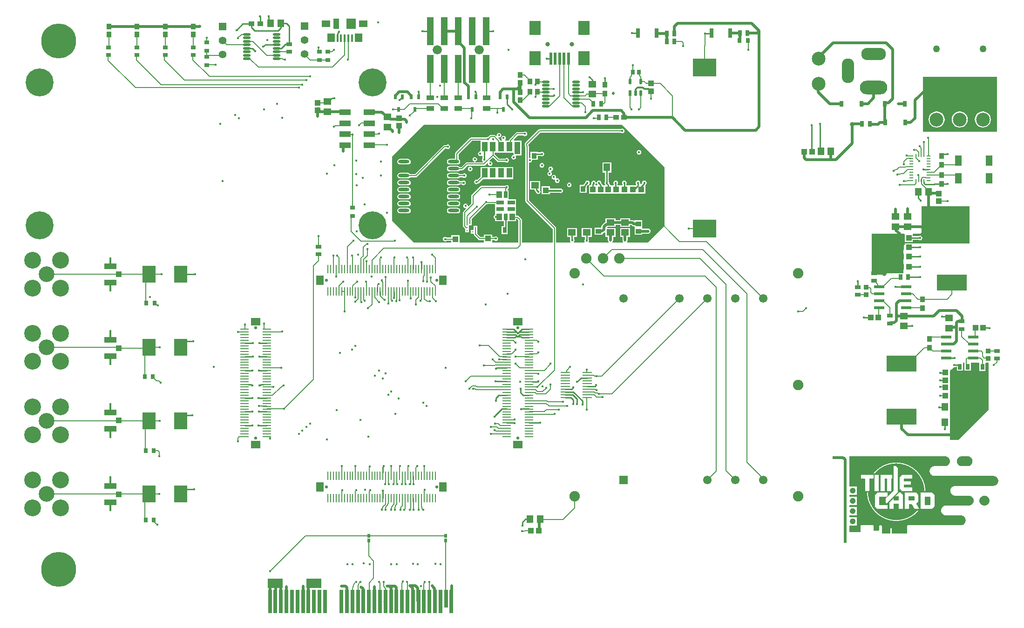
<source format=gtl>
%FSTAX23Y23*%
%MOIN*%
%SFA1B1*%

%IPPOS*%
%AMD38*
4,1,8,-0.010500,0.010000,-0.010500,-0.010000,0.000000,-0.020400,0.000000,-0.020400,0.010500,-0.010000,0.010500,0.010000,0.000000,0.020400,0.000000,0.020400,-0.010500,0.010000,0.0*
1,1,0.020960,0.000000,0.010000*
1,1,0.020960,0.000000,-0.010000*
1,1,0.020960,0.000000,-0.010000*
1,1,0.020960,0.000000,0.010000*
%
%ADD14C,0.010000*%
%ADD17C,0.006000*%
%ADD19C,0.005000*%
%ADD22C,0.008000*%
%ADD24C,0.009000*%
%ADD26R,0.028000X0.165000*%
%ADD27R,0.028000X0.126000*%
%ADD28R,0.028350X0.039370*%
%ADD29R,0.027560X0.035430*%
%ADD30R,0.086610X0.041340*%
%ADD31R,0.041340X0.039370*%
%ADD32R,0.037400X0.031500*%
%ADD33R,0.057090X0.045280*%
%ADD34R,0.212600X0.114170*%
%ADD35R,0.041340X0.043310*%
%ADD36R,0.029530X0.033470*%
%ADD37R,0.043310X0.041340*%
G04~CAMADD=38~8~0.0~0.0~408.8~209.5~104.8~0.0~15~0.0~0.0~0.0~0.0~0~0.0~0.0~0.0~0.0~0~0.0~0.0~0.0~90.0~210.0~409.0*
%ADD38D38*%
%ADD39R,0.020950X0.040880*%
%ADD40R,0.035430X0.039370*%
%ADD41R,0.037400X0.033470*%
%ADD42R,0.009840X0.061020*%
%ADD43R,0.066930X0.053150*%
%ADD44R,0.053150X0.066930*%
%ADD45R,0.061020X0.009840*%
%ADD46O,0.078740X0.023620*%
%ADD47R,0.064960X0.051180*%
%ADD48R,0.017720X0.054330*%
%ADD49R,0.055910X0.061020*%
%ADD50R,0.070870X0.074800*%
%ADD51R,0.039370X0.074800*%
%ADD52R,0.019680X0.090550*%
%ADD53R,0.078740X0.098430*%
%ADD54R,0.019680X0.035430*%
%ADD55O,0.057090X0.017720*%
%ADD56R,0.077560X0.022440*%
%ADD57R,0.025590X0.041340*%
%ADD58R,0.051180X0.074800*%
%ADD59R,0.039370X0.090550*%
%ADD60R,0.039370X0.070870*%
%ADD61R,0.053150X0.027560*%
%ADD62R,0.027560X0.045280*%
%ADD63R,0.041340X0.045280*%
%ADD64R,0.050000X0.200000*%
%ADD65R,0.057090X0.037400*%
%ADD66R,0.031500X0.066930*%
%ADD67R,0.070870X0.009840*%
%ADD68R,0.009840X0.022640*%
%ADD69R,0.026570X0.009840*%
%ADD70R,0.038580X0.034250*%
%ADD71R,0.165350X0.125980*%
%ADD72R,0.096460X0.124020*%
%ADD73R,0.033470X0.039370*%
%ADD74R,0.037400X0.039370*%
%ADD75R,0.009840X0.010830*%
%ADD76R,0.010830X0.009840*%
%ADD77R,0.045280X0.057090*%
%ADD78R,0.039370X0.033470*%
%ADD79R,0.039370X0.028350*%
%ADD80R,0.023620X0.025590*%
%ADD81R,0.082870X0.044090*%
%ADD82R,0.039370X0.037400*%
%ADD83R,0.035430X0.027560*%
%ADD142C,0.120000*%
%ADD162C,0.020000*%
%ADD163C,0.012000*%
%ADD164R,0.110430X0.066930*%
%ADD165R,0.105320X0.067910*%
%ADD166C,0.112000*%
%ADD167C,0.021660*%
%ADD168C,0.031500*%
%ADD169C,0.065980*%
%ADD170C,0.061020*%
%ADD171R,0.061020X0.061020*%
%ADD172C,0.075000*%
%ADD173C,0.098430*%
%ADD174O,0.196850X0.098430*%
%ADD175O,0.177170X0.088580*%
%ADD176O,0.088580X0.177170*%
%ADD177C,0.055000*%
%ADD178R,0.055000X0.055000*%
%ADD179C,0.050000*%
%ADD180C,0.250000*%
%ADD181C,0.016000*%
%ADD182C,0.032000*%
%ADD183C,0.200000*%
%LNtimingcard_pcb-1*%
%LPD*%
G36*
X07001Y035D02*
X0647D01*
Y03893*
X07001*
Y035*
G37*
G36*
X0462Y03246D02*
Y02826D01*
X04502Y02708*
X04355*
X04354Y02709*
X04353Y02713*
X04356Y02718*
X04358Y02725*
Y02749*
X04376*
Y02811*
X04303*
Y02749*
X04321*
Y02725*
X04322Y02718*
X04326Y02713*
X04325Y02709*
X04324Y02708*
X0425*
X04249Y02709*
X04248Y02713*
X04251Y02718*
X04253Y02725*
Y02749*
X04271*
Y02811*
X04212*
X0421Y02816*
X04214Y0282*
X04222*
X04223Y0282*
X04271*
Y02833*
X04303*
Y0282*
X04376*
Y02833*
X04384*
X04388Y02829*
X04394Y02825*
X04401Y02823*
X04404*
X04407Y0282*
Y02817*
Y02812*
Y02764*
X04462*
Y02771*
X04503*
X0451Y02772*
X04516Y02776*
X0452Y02782*
X04522Y02789*
X0452Y02796*
X04516Y02802*
X0451Y02806*
X04503Y02808*
X04465*
X04462Y02811*
Y02815*
Y0282*
Y02867*
X04407*
X04402Y02865*
X04398Y02868*
X04391Y02869*
X04376*
Y02882*
X04303*
Y02869*
X04271*
Y02882*
X04198*
Y02854*
X04193Y02851*
X04174Y02833*
X0417Y02827*
X04169Y0282*
Y02815*
X04122*
Y02764*
X04177*
Y02771*
X04183Y02773*
X04189Y02777*
X04193Y02781*
X04198Y02779*
Y02749*
X04216*
Y02725*
X04217Y02718*
X04221Y02713*
X0422Y02709*
X04219Y02708*
X0408*
X04078Y02713*
X04079Y02715*
X04081Y02722*
X04079Y02728*
X04078Y02731*
Y02749*
X04101*
Y02811*
X04028*
Y02749*
X04051*
Y02731*
X04049Y02728*
X04048Y02722*
X04049Y02715*
X04051Y02713*
X04048Y02708*
X03974*
X03973Y0271*
X03972Y02713*
X03975Y02717*
X03977Y02724*
X03975Y0273*
X03973Y02734*
Y02749*
X03996*
Y02811*
X03923*
Y02749*
X03946*
Y02731*
X03945Y0273*
X03944Y02724*
X03945Y02717*
X03948Y02713*
X03948Y0271*
X03946Y02708*
X03846*
Y02811*
X03845Y02815*
X03843Y02819*
X0365Y03012*
Y03276*
X03655Y0328*
X03657Y0328*
X03664Y03281*
X03669Y03284*
X03672Y0329*
X03674Y03296*
X03673Y03298*
X03676Y03301*
X03715*
Y03328*
X03735*
X03738Y03326*
X03744Y03325*
X03751Y03326*
X03756Y0333*
X03759Y03335*
X03761Y03342*
X03759Y03348*
X03756Y03353*
X03751Y03357*
X03744Y03358*
X03738Y03357*
X03735Y03355*
X03715*
Y03357*
X03662*
Y03315*
X03658Y03312*
X03657Y03312*
X03655Y03312*
X0365Y03316*
Y03397*
X03649Y03402*
X03646Y03406*
X03648Y0341*
X03733Y03495*
X04308*
X04312Y03492*
X04318Y03491*
X04325Y03492*
X0433Y03496*
X04333Y03501*
X04335Y03507*
X04333Y03514*
X0433Y03519*
X04325Y03522*
X04318Y03524*
X04312Y03522*
X04308Y0352*
X03728*
X03723Y03519*
X03719Y03516*
X03625Y03422*
X03622Y03418*
X03621Y03413*
Y03401*
X03622Y03396*
X03625Y03392*
X03625Y03392*
Y03007*
X03626Y03003*
X03629Y02999*
X03822Y02805*
Y02708*
X036*
Y0287*
X03599Y02874*
X03597Y02878*
X03578Y02897*
X03574Y029*
X03569Y02901*
X03559*
Y02921*
Y02922*
Y02926*
Y02927*
Y02968*
Y0297*
Y02973*
Y02975*
Y03017*
X03509*
X03506Y03021*
Y03022*
Y03082*
X03497*
Y03087*
X03498Y03087*
X03503Y03091*
X03506Y03096*
X03508Y03103*
X03506Y03109*
X03503Y03114*
X03498Y03118*
X03491Y03119*
X03485Y03118*
X0348Y03114*
X03479Y03113*
X0331*
X03305Y03112*
X03301Y0311*
X03242Y0305*
X03239Y03047*
X03238Y03042*
Y02988*
X03218Y02968*
X03216Y02969*
X03214Y0297*
X03212Y02976*
X03209Y02981*
X03204Y02985*
X03197Y02986*
X03191Y02985*
X03186Y02981*
X03182Y02976*
X03181Y0297*
X03182Y02963*
X03186Y02958*
X03191Y02954*
X03197Y02953*
X03198Y02951*
X03199Y02948*
X03183Y02932*
X0318Y02928*
X03179Y02924*
Y02824*
X0318Y0282*
X03183Y02816*
X03191Y02807*
X03195Y02804*
Y02782*
X03222*
Y02831*
X03242*
Y02858*
X03241*
Y02875*
X03346Y0298*
X03351Y0298*
X03354Y02983*
X03409*
Y02975*
Y02973*
Y0297*
Y02968*
Y02927*
Y02926*
Y02922*
Y02921*
Y02907*
X03408Y02907*
X03403Y02903*
X03399Y02898*
X03398Y02892*
X03399Y02885*
X03403Y0288*
X03408Y02876*
X03409Y02876*
Y02861*
X03471*
Y02824*
X03455*
Y02769*
X03499*
Y02824*
X03498*
Y02861*
X03559*
Y02876*
X03564Y02876*
X03576Y02865*
Y02708*
X03387*
Y02723*
X03404*
X03408Y02721*
X03414Y02719*
X03421Y02721*
X03426Y02724*
X03429Y02729*
X03431Y02736*
X03429Y02742*
X03426Y02747*
X03421Y02751*
X03414Y02752*
X03408Y02751*
X03404Y02748*
X03387*
Y02764*
X03328*
Y02748*
X03304*
X03281Y02771*
Y02782*
X03282*
Y02827*
X03255*
Y02798*
X03236*
Y02771*
X03256*
Y02766*
X03257Y02761*
X0326Y02757*
X0329Y02727*
X03294Y02724*
X03299Y02723*
X03328*
Y02708*
X03155*
Y0276*
X03096*
Y02744*
X03061*
X03057Y02747*
X03051Y02748*
X03044Y02747*
X03039Y02743*
X03036Y02738*
X03034Y02732*
X03036Y02726*
X03039Y0272*
X03044Y02717*
X03051Y02715*
X03057Y02717*
X03061Y0272*
X03096*
Y02708*
X02827*
X02672Y02863*
Y03325*
X02898Y03551*
X04315*
X0462Y03246*
G37*
G36*
X06805Y02702D02*
X06398D01*
Y02702*
X06341*
Y02691*
X06332Y02683*
Y02488*
X06289*
Y02486*
X06116*
X0611Y02481*
X06106Y02482*
Y02771*
X06337*
X06341Y02769*
Y02766*
Y0271*
X06398*
Y02726*
X06441*
X06444Y02725*
X0645Y02723*
X06457Y02725*
X06462Y02728*
X06465Y02733*
X06467Y0274*
X06465Y02746*
X06462Y02751*
X06457Y02755*
X0645Y02756*
X06444Y02755*
X06441Y02753*
X06402*
X06398Y02756*
Y02769*
X06402Y02771*
X0645*
X0646Y02781*
Y02968*
X06805*
Y02702*
G37*
G36*
X06942Y01511D02*
X06726Y01295D01*
X06663*
Y01787*
X06691Y01815*
X06694Y01814*
X06701Y01815*
X06703Y01817*
X06714*
Y01791*
X06758*
Y01846*
X06768*
Y01791*
X06813*
Y01846*
X0687*
X06874Y01843*
Y01788*
X06919*
Y01843*
X06923Y01846*
X06942*
Y01511*
G37*
G36*
X06791Y01176D02*
X06797D01*
Y01176*
X068*
Y01175*
X06802*
Y01175*
X06803*
Y01174*
X06804*
Y01174*
X06805*
Y01173*
X06807*
Y01173*
X06808*
Y01172*
X06809*
Y01172*
X0681*
Y01171*
X0681*
Y01171*
X06811*
Y0117*
X06812*
Y01169*
X06813*
Y01169*
X06814*
Y01168*
X06814*
Y01168*
X06815*
Y01167*
X06815*
Y01167*
X06816*
Y01166*
X06816*
Y01166*
X06817*
Y01165*
X06817*
Y01165*
X06818*
Y01164*
X06818*
Y01163*
X06819*
Y01163*
Y01162*
X0682*
Y01162*
X0682*
Y01161*
Y01161*
X06821*
Y0116*
X06821*
Y0116*
Y01159*
X06822*
Y01159*
Y01158*
X06822*
Y01158*
X06823*
Y01157*
Y01156*
X06823*
Y01156*
Y01155*
Y01155*
X06824*
Y01154*
Y01154*
X06824*
Y01153*
Y01153*
Y01152*
X06825*
Y01152*
Y01151*
Y01151*
Y0115*
X06825*
Y01149*
Y01149*
Y01148*
Y01148*
X06826*
Y01147*
Y01147*
Y01146*
Y01146*
Y01145*
Y01145*
Y01144*
Y01143*
Y01143*
Y01142*
X06827*
Y01142*
Y01141*
Y01141*
Y0114*
X06826*
Y0114*
Y01139*
Y01139*
Y01138*
Y01138*
Y01137*
Y01136*
Y01136*
Y01135*
X06825*
Y01135*
Y01134*
Y01134*
Y01133*
Y01133*
X06825*
Y01132*
Y01132*
Y01131*
X06824*
Y01131*
Y0113*
Y01129*
X06824*
Y01129*
Y01128*
Y01128*
X06823*
Y01127*
Y01127*
X06823*
Y01126*
Y01126*
X06822*
Y01125*
Y01125*
X06822*
Y01124*
Y01123*
X06821*
Y01123*
Y01122*
X06821*
Y01122*
X0682*
Y01121*
Y01121*
X0682*
Y0112*
X06819*
Y0112*
X06818*
Y01119*
Y01119*
X06818*
Y01118*
X06817*
Y01118*
X06817*
Y01117*
X06816*
Y01116*
X06816*
Y01116*
X06815*
Y01115*
X06815*
Y01115*
X06814*
Y01114*
X06813*
Y01114*
X06813*
Y01113*
X06812*
Y01113*
X06811*
Y01112*
X0681*
Y01112*
X0681*
Y01111*
X06809*
Y01111*
X06808*
Y0111*
X06807*
Y01109*
X06805*
Y01109*
X06804*
Y01108*
X06803*
Y01108*
X06801*
Y01107*
X06799*
Y01107*
X06796*
Y01106*
X06744*
Y01107*
X06741*
Y01107*
X0674*
Y01108*
X06738*
Y01108*
X06736*
Y01109*
X06735*
Y01109*
X06734*
Y0111*
X06733*
Y01111*
X06732*
Y01111*
X06731*
Y01112*
X0673*
Y01112*
X06729*
Y01113*
X06729*
Y01113*
X06728*
Y01114*
X06727*
Y01114*
X06727*
Y01115*
X06726*
Y01115*
X06725*
Y01116*
X06725*
Y01116*
X06724*
Y01117*
X06724*
Y01118*
X06723*
Y01118*
X06723*
Y01119*
X06722*
Y01119*
X06722*
Y0112*
Y0112*
X06721*
Y01121*
X06721*
Y01121*
X0672*
Y01122*
Y01122*
X0672*
Y01123*
Y01123*
X06719*
Y01124*
X06718*
Y01125*
Y01125*
X06718*
Y01126*
Y01126*
X06717*
Y01127*
Y01127*
X06717*
Y01128*
Y01128*
Y01129*
X06716*
Y01129*
Y0113*
Y01131*
X06716*
Y01131*
Y01132*
Y01132*
X06715*
Y01133*
Y01133*
Y01134*
Y01134*
Y01135*
X06715*
Y01135*
Y01136*
Y01136*
Y01137*
Y01138*
X06714*
Y01138*
Y01139*
Y01139*
Y0114*
Y0114*
Y01141*
Y01141*
Y01142*
Y01142*
Y01143*
Y01143*
Y01144*
Y01145*
X06715*
Y01145*
Y01146*
Y01146*
Y01147*
Y01147*
Y01148*
Y01148*
X06715*
Y01149*
Y01149*
Y0115*
Y01151*
X06716*
Y01151*
Y01152*
Y01152*
Y01153*
X06716*
Y01153*
Y01154*
X06717*
Y01154*
Y01155*
Y01155*
X06717*
Y01156*
Y01156*
X06718*
Y01157*
Y01158*
X06718*
Y01158*
Y01159*
X06719*
Y01159*
Y0116*
X0672*
Y0116*
X0672*
Y01161*
Y01161*
X06721*
Y01162*
X06721*
Y01162*
Y01163*
X06722*
Y01163*
X06722*
Y01164*
X06723*
Y01165*
X06723*
Y01165*
X06724*
Y01166*
X06724*
Y01166*
X06725*
Y01167*
X06725*
Y01167*
X06726*
Y01168*
X06727*
Y01168*
X06727*
Y01169*
X06728*
Y01169*
X06728*
Y0117*
X06729*
Y01171*
X0673*
Y01171*
X06731*
Y01172*
X06731*
Y01172*
X06732*
Y01173*
X06734*
Y01173*
X06735*
Y01174*
X06736*
Y01174*
X06737*
Y01175*
X06739*
Y01175*
X06741*
Y01176*
X06743*
Y01176*
X06749*
Y01177*
X0679*
Y01176*
X06791*
Y01177*
X06791*
Y01176*
G37*
G36*
X05972Y0095D02*
X05975D01*
Y0095*
X05976*
Y00949*
X05977*
Y00949*
X05978*
Y00948*
X05979*
Y00948*
X0598*
Y00947*
X0598*
Y00947*
X05982*
Y00946*
X05982*
Y00946*
X05983*
Y00945*
X05983*
Y00945*
X05984*
Y00944*
X05984*
Y00943*
Y00943*
X05985*
Y00942*
X05985*
Y00942*
Y00941*
X05986*
Y00941*
X05986*
Y0094*
Y0094*
X05987*
Y00939*
Y00939*
Y00938*
X05988*
Y00938*
Y00937*
Y00936*
X05988*
Y00936*
Y00935*
Y00935*
Y00934*
X05989*
Y00934*
Y00933*
Y00933*
Y00932*
Y00932*
Y00931*
Y0093*
Y0093*
Y00929*
Y00929*
Y00928*
Y00928*
Y00927*
X05988*
Y00927*
Y00926*
Y00926*
Y00925*
X05988*
Y00925*
Y00924*
Y00923*
X05987*
Y00923*
Y00922*
X05986*
Y00922*
Y00921*
X05986*
Y00921*
Y0092*
X05985*
Y0092*
X05985*
Y00919*
Y00919*
X05984*
Y00918*
X05984*
Y00918*
X05983*
Y00917*
X05983*
Y00916*
X05982*
Y00916*
X05982*
Y00915*
X05981*
Y00915*
X0598*
Y00914*
X05979*
Y00914*
X05979*
Y00913*
X05978*
Y00913*
X05977*
Y00912*
X05975*
Y00912*
X05973*
Y00911*
X0597*
Y0091*
X05966*
Y00911*
X05963*
Y00912*
X05962*
Y00912*
X0596*
Y00913*
X05959*
Y00913*
X05958*
Y00914*
X05957*
Y00914*
X05957*
Y00915*
X05956*
Y00915*
X05955*
Y00916*
X05955*
Y00916*
X05954*
Y00917*
X05953*
Y00918*
X05953*
Y00918*
X05952*
Y00919*
X05952*
Y00919*
Y0092*
X05951*
Y0092*
Y00921*
X05951*
Y00921*
X0595*
Y00922*
Y00922*
X0595*
Y00923*
Y00923*
Y00924*
X05949*
Y00925*
Y00925*
Y00926*
X05949*
Y00926*
Y00927*
Y00927*
Y00928*
Y00928*
X05948*
Y00929*
Y00929*
Y0093*
Y0093*
Y00931*
Y00932*
Y00932*
Y00933*
Y00933*
Y00934*
X05949*
Y00934*
Y00935*
Y00935*
Y00936*
Y00936*
X05949*
Y00937*
Y00938*
Y00938*
X0595*
Y00939*
Y00939*
X0595*
Y0094*
Y0094*
X05951*
Y00941*
Y00941*
X05951*
Y00942*
Y00942*
X05952*
Y00943*
X05952*
Y00943*
X05953*
Y00944*
Y00945*
X05953*
Y00945*
X05954*
Y00946*
X05955*
Y00946*
X05956*
Y00947*
X05956*
Y00947*
X05957*
Y00948*
X05958*
Y00948*
X05958*
Y00949*
X05959*
Y00949*
X05961*
Y0095*
X05962*
Y0095*
X05964*
Y00951*
X05972*
Y0095*
G37*
G36*
X05972Y00877D02*
X05974D01*
Y00877*
X05976*
Y00876*
X05977*
Y00876*
X05978*
Y00875*
X05979*
Y00875*
X0598*
Y00874*
X0598*
Y00874*
X05981*
Y00873*
X05982*
Y00873*
X05983*
Y00872*
X05983*
Y00872*
X05984*
Y00871*
Y0087*
X05984*
Y0087*
X05985*
Y00869*
X05985*
Y00869*
Y00868*
X05986*
Y00868*
Y00867*
X05986*
Y00867*
Y00866*
X05987*
Y00866*
Y00865*
X05988*
Y00865*
Y00864*
Y00863*
X05988*
Y00863*
Y00862*
Y00862*
Y00861*
X05989*
Y00861*
Y0086*
Y0086*
Y00859*
Y00859*
Y00858*
Y00857*
Y00857*
Y00856*
Y00856*
Y00855*
Y00855*
Y00854*
X05988*
Y00854*
Y00853*
Y00853*
Y00852*
X05988*
Y00852*
Y00851*
Y0085*
X05987*
Y0085*
Y00849*
X05986*
Y00849*
Y00848*
X05986*
Y00848*
Y00847*
X05985*
Y00847*
Y00846*
X05985*
Y00846*
X05984*
Y00845*
X05984*
Y00845*
Y00844*
X05983*
Y00843*
X05983*
Y00843*
X05982*
Y00842*
X05981*
Y00842*
X0598*
Y00841*
X0598*
Y00841*
X05979*
Y0084*
X05978*
Y0084*
X05977*
Y00839*
X05976*
Y00839*
X05974*
Y00838*
X05971*
Y00837*
X05965*
Y00838*
X05963*
Y00839*
X05961*
Y00839*
X0596*
Y0084*
X05959*
Y0084*
X05958*
Y00841*
X05957*
Y00841*
X05956*
Y00842*
X05956*
Y00842*
X05955*
Y00843*
X05955*
Y00843*
X05954*
Y00844*
X05953*
Y00845*
X05953*
Y00845*
X05952*
Y00846*
X05952*
Y00846*
Y00847*
X05951*
Y00847*
X05951*
Y00848*
Y00848*
X0595*
Y00849*
Y00849*
X0595*
Y0085*
Y0085*
Y00851*
X05949*
Y00852*
Y00852*
Y00853*
X05949*
Y00853*
Y00854*
Y00854*
Y00855*
X05948*
Y00855*
Y00856*
Y00856*
Y00857*
Y00857*
Y00858*
Y00859*
Y00859*
Y0086*
Y0086*
Y00861*
X05949*
Y00861*
Y00862*
Y00862*
Y00863*
X05949*
Y00863*
Y00864*
Y00865*
Y00865*
X0595*
Y00866*
Y00866*
X0595*
Y00867*
Y00867*
X05951*
Y00868*
Y00868*
X05951*
Y00869*
X05952*
Y00869*
Y0087*
X05952*
Y0087*
X05953*
Y00871*
X05953*
Y00872*
X05954*
Y00872*
X05955*
Y00873*
X05955*
Y00873*
X05956*
Y00874*
X05956*
Y00874*
X05957*
Y00875*
X05958*
Y00875*
X05959*
Y00876*
X0596*
Y00876*
X05961*
Y00877*
X05963*
Y00877*
X05965*
Y00878*
X05972*
Y00877*
G37*
G36*
X06916Y00894D02*
X06919D01*
Y00894*
X06921*
Y00893*
X06923*
Y00893*
X06924*
Y00892*
X06925*
Y00892*
X06927*
Y00891*
X06928*
Y0089*
X06929*
Y0089*
X0693*
Y00889*
X06931*
Y00889*
X06931*
Y00888*
X06933*
Y00888*
X06933*
Y00887*
X06934*
Y00887*
X06934*
Y00886*
X06935*
Y00886*
X06936*
Y00885*
X06936*
Y00885*
X06937*
Y00884*
X06937*
Y00883*
X06938*
Y00883*
X06938*
Y00882*
X06939*
Y00882*
Y00881*
X0694*
Y00881*
X0694*
Y0088*
X06941*
Y0088*
Y00879*
X06941*
Y00879*
X06942*
Y00878*
Y00877*
X06942*
Y00877*
Y00876*
X06943*
Y00876*
X06943*
Y00875*
Y00875*
X06944*
Y00874*
Y00874*
Y00873*
X06944*
Y00873*
Y00872*
X06945*
Y00872*
Y00871*
Y0087*
X06945*
Y0087*
Y00869*
Y00869*
X06946*
Y00868*
Y00868*
Y00867*
Y00867*
X06947*
Y00866*
Y00866*
Y00865*
Y00865*
Y00864*
Y00863*
X06947*
Y00863*
Y00862*
Y00862*
Y00861*
Y00861*
Y0086*
Y0086*
Y00859*
Y00859*
Y00858*
Y00857*
Y00857*
Y00856*
Y00856*
Y00855*
X06947*
Y00855*
Y00854*
Y00854*
Y00853*
Y00853*
Y00852*
X06946*
Y00852*
Y00851*
Y0085*
Y0085*
X06945*
Y00849*
Y00849*
Y00848*
X06945*
Y00848*
Y00847*
Y00847*
X06944*
Y00846*
Y00846*
X06944*
Y00845*
Y00845*
X06943*
Y00844*
Y00843*
X06943*
Y00843*
Y00842*
X06942*
Y00842*
Y00841*
X06942*
Y00841*
X06941*
Y0084*
Y0084*
X06941*
Y00839*
X0694*
Y00839*
Y00838*
X0694*
Y00837*
X06939*
Y00837*
X06938*
Y00836*
X06938*
Y00836*
X06937*
Y00835*
X06937*
Y00835*
X06936*
Y00834*
X06936*
Y00834*
X06935*
Y00833*
X06935*
Y00833*
X06934*
Y00832*
X06934*
Y00832*
X06933*
Y00831*
X06932*
Y0083*
X06931*
Y0083*
X0693*
Y00829*
X06929*
Y00829*
X06929*
Y00828*
X06928*
Y00828*
X06927*
Y00827*
X06925*
Y00827*
X06924*
Y00826*
X06922*
Y00826*
X0692*
Y00825*
X06917*
Y00825*
X06914*
Y00824*
X06914*
Y00825*
X06913*
Y00824*
X06913*
Y00825*
X06912*
Y00824*
X06908*
Y00825*
X06904*
Y00825*
X06902*
Y00826*
X069*
Y00826*
X06898*
Y00827*
X06897*
Y00827*
X06896*
Y00828*
X06895*
Y00828*
X06894*
Y00829*
X06893*
Y00829*
X06892*
Y0083*
X06891*
Y0083*
X0689*
Y00831*
X06889*
Y00832*
X06889*
Y00832*
X06888*
Y00833*
X06888*
Y00833*
X06887*
Y00834*
X06886*
Y00834*
X06885*
Y00835*
X06885*
Y00835*
X06884*
Y00836*
X06884*
Y00836*
Y00837*
X06883*
Y00837*
X06883*
Y00838*
X06882*
Y00839*
X06882*
Y00839*
Y0084*
X06881*
Y0084*
X06881*
Y00841*
Y00841*
X0688*
Y00842*
Y00842*
X0688*
Y00843*
X06879*
Y00843*
Y00844*
X06878*
Y00845*
Y00845*
X06878*
Y00846*
Y00846*
Y00847*
X06877*
Y00847*
Y00848*
X06877*
Y00848*
Y00849*
Y00849*
X06876*
Y0085*
Y0085*
Y00851*
Y00852*
X06876*
Y00852*
Y00853*
Y00853*
Y00854*
Y00854*
X06875*
Y00855*
Y00855*
Y00856*
Y00856*
Y00857*
Y00857*
Y00858*
Y00859*
Y00859*
Y0086*
Y0086*
Y00861*
Y00861*
Y00862*
Y00862*
Y00863*
Y00863*
Y00864*
Y00865*
X06876*
Y00865*
Y00866*
Y00866*
Y00867*
Y00867*
X06876*
Y00868*
Y00868*
Y00869*
Y00869*
X06877*
Y0087*
Y0087*
Y00871*
X06877*
Y00872*
Y00872*
Y00873*
X06878*
Y00873*
Y00874*
X06878*
Y00874*
Y00875*
X06879*
Y00875*
Y00876*
X0688*
Y00876*
Y00877*
X0688*
Y00877*
Y00878*
X06881*
Y00879*
X06881*
Y00879*
Y0088*
X06882*
Y0088*
X06882*
Y00881*
X06883*
Y00881*
Y00882*
X06883*
Y00882*
X06884*
Y00883*
X06884*
Y00883*
X06885*
Y00884*
X06885*
Y00885*
X06886*
Y00885*
X06887*
Y00886*
X06887*
Y00886*
X06888*
Y00887*
X06888*
Y00887*
X06889*
Y00888*
X0689*
Y00888*
X06891*
Y00889*
X06891*
Y00889*
X06893*
Y0089*
X06893*
Y0089*
X06894*
Y00891*
X06895*
Y00892*
X06896*
Y00892*
X06898*
Y00893*
X069*
Y00893*
X06901*
Y00894*
X06903*
Y00894*
X06906*
Y00895*
X06916*
Y00894*
G37*
G36*
X06629Y01176D02*
X06635D01*
Y01176*
X06637*
Y01175*
X06639*
Y01175*
X06641*
Y01174*
X06642*
Y01174*
X06643*
Y01173*
X06644*
Y01173*
X06645*
Y01172*
X06647*
Y01172*
X06648*
Y01171*
X06648*
Y01171*
X06649*
Y0117*
X0665*
Y01169*
X0665*
Y01169*
X06651*
Y01168*
X06652*
Y01168*
X06652*
Y01167*
X06653*
Y01167*
X06654*
Y01166*
X06654*
Y01166*
X06655*
Y01165*
X06655*
Y01165*
X06656*
Y01164*
X06656*
Y01163*
X06657*
Y01163*
Y01162*
X06657*
Y01162*
X06658*
Y01161*
X06658*
Y01161*
Y0116*
X06659*
Y0116*
Y01159*
X0666*
Y01159*
X0666*
Y01158*
Y01158*
X06661*
Y01157*
Y01156*
X06661*
Y01156*
Y01155*
X06662*
Y01155*
Y01154*
Y01154*
X06662*
Y01153*
Y01153*
Y01152*
X06663*
Y01152*
Y01151*
Y01151*
X06663*
Y0115*
Y01149*
Y01149*
Y01148*
X06664*
Y01148*
Y01147*
Y01147*
Y01146*
Y01146*
Y01145*
X06664*
Y01145*
Y01144*
Y01143*
Y01143*
Y01142*
Y01142*
Y01141*
Y01141*
Y0114*
Y0114*
Y01139*
X06664*
Y01139*
X06664*
Y01138*
X06664*
Y01138*
Y01137*
Y01136*
Y01136*
Y01135*
Y01135*
Y01134*
X06663*
Y01134*
Y01133*
Y01133*
Y01132*
X06663*
Y01132*
Y01131*
Y01131*
X06662*
Y0113*
Y01129*
Y01129*
X06662*
Y01128*
Y01128*
Y01127*
X06661*
Y01127*
Y01126*
X06661*
Y01126*
Y01125*
X0666*
Y01125*
Y01124*
X0666*
Y01123*
X06659*
Y01123*
Y01122*
X06658*
Y01122*
X06658*
Y01121*
Y01121*
X06657*
Y0112*
X06657*
Y0112*
X06656*
Y01119*
Y01119*
X06656*
Y01118*
X06655*
Y01118*
X06655*
Y01117*
X06654*
Y01116*
X06654*
Y01116*
X06653*
Y01115*
X06652*
Y01115*
X06652*
Y01114*
X06651*
Y01114*
X0665*
Y01113*
X0665*
Y01113*
X06649*
Y01112*
X06648*
Y01112*
X06647*
Y01111*
X06647*
Y01111*
X06645*
Y0111*
X06644*
Y01109*
X06643*
Y01109*
X06642*
Y01108*
X06641*
Y01108*
X06638*
Y01107*
X06637*
Y01107*
X06634*
Y01106*
X06552*
Y01106*
X06548*
Y01105*
X06545*
Y01105*
X06543*
Y01104*
X06542*
Y01103*
X06541*
Y01103*
X06539*
Y01102*
X06538*
Y01102*
X06537*
Y01101*
X06536*
Y01101*
X06536*
Y011*
X06535*
Y011*
X06534*
Y01099*
X06533*
Y01099*
X06532*
Y01098*
X06532*
Y01098*
X06531*
Y01097*
X0653*
Y01096*
X0653*
Y01096*
X06529*
Y01095*
X06529*
Y01095*
X06528*
Y01094*
X06528*
Y01094*
X06527*
Y01093*
Y01093*
X06527*
Y01092*
X06526*
Y01092*
X06525*
Y01091*
Y01091*
X06525*
Y0109*
X06524*
Y01089*
Y01089*
X06524*
Y01088*
X06523*
Y01088*
Y01087*
X06523*
Y01087*
Y01086*
X06522*
Y01086*
Y01085*
X06522*
Y01085*
Y01084*
Y01083*
X06521*
Y01083*
Y01082*
X06521*
Y01082*
Y01081*
Y01081*
X0652*
Y0108*
Y0108*
Y01079*
Y01079*
X06519*
Y01078*
Y01078*
Y01077*
Y01076*
Y01076*
Y01075*
X06519*
Y01075*
Y01074*
Y01074*
Y01073*
Y01073*
Y01072*
Y01072*
Y01071*
Y0107*
Y0107*
Y01069*
Y01069*
Y01068*
Y01068*
Y01067*
Y01067*
X06519*
Y01066*
Y01066*
Y01065*
Y01065*
Y01064*
Y01063*
X0652*
Y01063*
Y01062*
Y01062*
Y01061*
X06521*
Y01061*
Y0106*
Y0106*
X06521*
Y01059*
Y01059*
Y01058*
X06522*
Y01058*
Y01057*
X06522*
Y01056*
Y01056*
X06523*
Y01055*
Y01055*
X06523*
Y01054*
Y01054*
X06524*
Y01053*
Y01053*
X06524*
Y01052*
X06525*
Y01052*
Y01051*
X06525*
Y0105*
X06526*
Y0105*
Y01049*
X06527*
Y01049*
X06527*
Y01048*
X06528*
Y01048*
X06528*
Y01047*
X06529*
Y01047*
X06529*
Y01046*
X0653*
Y01046*
X0653*
Y01045*
X06531*
Y01045*
X06531*
Y01044*
X06532*
Y01043*
X06532*
Y01043*
X06534*
Y01042*
X06534*
Y01042*
X06535*
Y01041*
X06536*
Y01041*
X06537*
Y0104*
X06538*
Y0104*
X06539*
Y01039*
X0654*
Y01039*
X06541*
Y01038*
X06543*
Y01038*
X06544*
Y01037*
X06547*
Y01036*
X06549*
Y01036*
X06977*
Y01035*
X06977*
Y01036*
X06978*
Y01035*
X06982*
Y01035*
X06984*
Y01034*
X06986*
Y01034*
X06987*
Y01033*
X06989*
Y01033*
X0699*
Y01032*
X06991*
Y01032*
X06992*
Y01031*
X06993*
Y0103*
X06994*
Y0103*
X06995*
Y01029*
X06995*
Y01029*
X06996*
Y01028*
X06997*
Y01028*
X06997*
Y01027*
X06998*
Y01027*
X06999*
Y01026*
X07*
Y01026*
X07*
Y01025*
X07001*
Y01025*
X07001*
Y01024*
X07002*
Y01023*
Y01023*
X07002*
Y01022*
X07003*
Y01022*
X07003*
Y01021*
X07004*
Y01021*
Y0102*
X07004*
Y0102*
X07005*
Y01019*
Y01019*
X07006*
Y01018*
X07006*
Y01018*
Y01017*
X07007*
Y01016*
Y01016*
X07007*
Y01015*
Y01015*
X07008*
Y01014*
Y01014*
Y01013*
X07008*
Y01013*
Y01012*
X07009*
Y01012*
Y01011*
Y0101*
X07009*
Y0101*
Y01009*
Y01009*
Y01008*
X0701*
Y01008*
Y01007*
Y01007*
Y01006*
Y01006*
X0701*
Y01005*
Y01005*
Y01004*
Y01003*
Y01003*
Y01002*
Y01002*
Y01001*
Y01001*
Y01*
Y01*
Y00999*
Y00999*
Y00998*
Y00998*
Y00997*
Y00996*
Y00996*
Y00995*
X0701*
Y00995*
Y00994*
Y00994*
Y00993*
Y00993*
X07009*
Y00992*
Y00992*
Y00991*
Y0099*
X07009*
Y0099*
Y00989*
Y00989*
X07008*
Y00988*
Y00988*
Y00987*
X07008*
Y00987*
Y00986*
X07007*
Y00986*
Y00985*
X07007*
Y00985*
Y00984*
X07006*
Y00983*
Y00983*
X07006*
Y00982*
Y00982*
X07005*
Y00981*
X07004*
Y00981*
Y0098*
X07004*
Y0098*
X07003*
Y00979*
X07003*
Y00979*
X07002*
Y00978*
Y00978*
X07002*
Y00977*
X07001*
Y00976*
X07001*
Y00976*
X07*
Y00975*
X07*
Y00975*
X06999*
Y00974*
X06998*
Y00974*
X06998*
Y00973*
X06997*
Y00973*
X06996*
Y00972*
X06996*
Y00972*
X06995*
Y00971*
X06994*
Y0097*
X06993*
Y0097*
X06992*
Y00969*
X06991*
Y00969*
X0699*
Y00968*
X06989*
Y00968*
X06988*
Y00967*
X06986*
Y00967*
X06984*
Y00966*
X06982*
Y00966*
X06979*
Y00965*
X06698*
Y00965*
X06695*
Y00964*
X06693*
Y00963*
X06691*
Y00963*
X0669*
Y00962*
X06688*
Y00962*
X06687*
Y00961*
X06686*
Y00961*
X06685*
Y0096*
X06684*
Y0096*
X06683*
Y00959*
X06682*
Y00959*
X06682*
Y00958*
X06681*
Y00958*
X0668*
Y00957*
X0668*
Y00956*
X06679*
Y00956*
X06678*
Y00955*
X06678*
Y00955*
X06677*
Y00954*
X06677*
Y00954*
X06676*
Y00953*
X06676*
Y00953*
X06675*
Y00952*
X06675*
Y00952*
X06674*
Y00951*
Y0095*
X06674*
Y0095*
X06673*
Y00949*
Y00949*
X06672*
Y00948*
X06672*
Y00948*
Y00947*
X06671*
Y00947*
Y00946*
X06671*
Y00946*
Y00945*
X0667*
Y00945*
Y00944*
X0667*
Y00943*
Y00943*
X06669*
Y00942*
Y00942*
Y00941*
X06669*
Y00941*
Y0094*
Y0094*
X06668*
Y00939*
Y00939*
Y00938*
Y00938*
X06668*
Y00937*
Y00936*
Y00936*
Y00935*
Y00935*
Y00934*
X06667*
Y00934*
Y00933*
Y00933*
Y00932*
Y00932*
Y00931*
Y0093*
Y0093*
Y00929*
Y00929*
Y00928*
Y00928*
Y00927*
Y00927*
Y00926*
Y00926*
X06668*
Y00925*
Y00925*
Y00924*
Y00923*
Y00923*
Y00922*
X06668*
Y00922*
Y00921*
Y00921*
Y0092*
X06669*
Y0092*
Y00919*
Y00919*
X06669*
Y00918*
Y00918*
Y00917*
X0667*
Y00916*
Y00916*
X0667*
Y00915*
Y00915*
X06671*
Y00914*
Y00914*
X06671*
Y00913*
Y00913*
X06672*
Y00912*
Y00912*
X06672*
Y00911*
X06673*
Y0091*
Y0091*
X06674*
Y00909*
X06674*
Y00909*
X06675*
Y00908*
Y00908*
X06675*
Y00907*
X06676*
Y00907*
X06676*
Y00906*
X06677*
Y00906*
X06677*
Y00905*
X06678*
Y00905*
X06678*
Y00904*
X06679*
Y00903*
X0668*
Y00903*
X06681*
Y00902*
X06681*
Y00902*
X06682*
Y00901*
X06683*
Y00901*
X06683*
Y009*
X06684*
Y009*
X06685*
Y00899*
X06686*
Y00899*
X06687*
Y00898*
X06689*
Y00897*
X0669*
Y00897*
X06691*
Y00896*
X06693*
Y00896*
X06695*
Y00895*
X06699*
Y00895*
X06803*
Y00894*
X06805*
Y00894*
X06808*
Y00893*
X06809*
Y00893*
X06811*
Y00892*
X06813*
Y00892*
X06814*
Y00891*
X06815*
Y0089*
X06816*
Y0089*
X06817*
Y00889*
X06817*
Y00889*
X06818*
Y00888*
X06819*
Y00888*
X0682*
Y00887*
X06821*
Y00887*
X06821*
Y00886*
X06822*
Y00886*
X06822*
Y00885*
X06823*
Y00885*
X06823*
Y00884*
X06824*
Y00883*
X06824*
Y00883*
X06825*
Y00882*
X06825*
Y00882*
X06826*
Y00881*
X06827*
Y00881*
Y0088*
X06827*
Y0088*
X06828*
Y00879*
X06828*
Y00879*
Y00878*
X06829*
Y00877*
Y00877*
X06829*
Y00876*
X0683*
Y00876*
Y00875*
X0683*
Y00875*
Y00874*
X06831*
Y00874*
Y00873*
Y00873*
X06831*
Y00872*
Y00872*
X06832*
Y00871*
Y0087*
Y0087*
X06833*
Y00869*
Y00869*
Y00868*
Y00868*
X06833*
Y00867*
Y00867*
Y00866*
Y00866*
Y00865*
X06834*
Y00865*
Y00864*
Y00863*
Y00863*
Y00862*
Y00862*
Y00861*
Y00861*
Y0086*
Y0086*
Y00859*
Y00859*
Y00858*
Y00857*
Y00857*
Y00856*
Y00856*
Y00855*
Y00855*
Y00854*
Y00854*
X06833*
Y00853*
Y00853*
Y00852*
Y00852*
Y00851*
X06833*
Y0085*
Y0085*
Y00849*
X06832*
Y00849*
Y00848*
Y00848*
X06831*
Y00847*
Y00847*
Y00846*
X06831*
Y00846*
Y00845*
X0683*
Y00845*
Y00844*
X0683*
Y00843*
Y00843*
X06829*
Y00842*
Y00842*
X06829*
Y00841*
Y00841*
X06828*
Y0084*
X06828*
Y0084*
Y00839*
X06827*
Y00839*
X06827*
Y00838*
X06826*
Y00837*
X06825*
Y00837*
Y00836*
X06825*
Y00836*
X06824*
Y00835*
X06824*
Y00835*
X06823*
Y00834*
X06823*
Y00834*
X06822*
Y00833*
X06822*
Y00833*
X06821*
Y00832*
X0682*
Y00832*
X0682*
Y00831*
X06818*
Y0083*
X06818*
Y0083*
X06817*
Y00829*
X06816*
Y00829*
X06815*
Y00828*
X06814*
Y00828*
X06813*
Y00827*
X06812*
Y00827*
X0681*
Y00826*
X06809*
Y00826*
X06807*
Y00825*
X06804*
Y00825*
X06801*
Y00824*
X068*
Y00825*
X06799*
Y00824*
X06637*
Y00825*
X06636*
Y00824*
X06631*
Y00823*
X06628*
Y00823*
X06626*
Y00822*
X06624*
Y00822*
X06623*
Y00821*
X06622*
Y00821*
X06621*
Y0082*
X0662*
Y0082*
X06619*
Y00819*
X06618*
Y00819*
X06617*
Y00818*
X06616*
Y00817*
X06615*
Y00817*
X06615*
Y00816*
X06614*
Y00816*
X06614*
Y00815*
X06612*
Y00815*
X06612*
Y00814*
X06611*
Y00814*
X06611*
Y00813*
X0661*
Y00813*
X0661*
Y00812*
Y00812*
X06609*
Y00811*
X06609*
Y0081*
X06608*
Y0081*
X06608*
Y00809*
Y00809*
X06607*
Y00808*
X06607*
Y00808*
Y00807*
X06606*
Y00807*
X06605*
Y00806*
Y00806*
X06605*
Y00805*
Y00805*
X06604*
Y00804*
Y00803*
X06604*
Y00803*
Y00802*
X06603*
Y00802*
Y00801*
Y00801*
X06603*
Y008*
Y008*
Y00799*
X06602*
Y00799*
Y00798*
Y00797*
X06602*
Y00797*
Y00796*
Y00796*
Y00795*
Y00795*
X06601*
Y00794*
Y00794*
Y00793*
Y00793*
Y00792*
Y00792*
Y00791*
Y0079*
Y0079*
Y00789*
Y00789*
Y00788*
Y00788*
Y00787*
Y00787*
Y00786*
Y00786*
Y00785*
Y00785*
Y00784*
Y00783*
X06602*
Y00783*
Y00782*
Y00782*
Y00781*
Y00781*
X06602*
Y0078*
Y0078*
Y00779*
X06603*
Y00779*
Y00778*
Y00777*
X06603*
Y00777*
Y00776*
Y00776*
X06604*
Y00775*
Y00775*
X06604*
Y00774*
Y00774*
X06605*
Y00773*
Y00773*
X06605*
Y00772*
Y00772*
X06606*
Y00771*
Y0077*
X06607*
Y0077*
X06607*
Y00769*
Y00769*
X06608*
Y00768*
X06608*
Y00768*
X06609*
Y00767*
Y00767*
X06609*
Y00766*
X0661*
Y00766*
X0661*
Y00765*
X06611*
Y00765*
X06611*
Y00764*
X06612*
Y00763*
X06612*
Y00763*
X06613*
Y00762*
X06614*
Y00762*
X06615*
Y00761*
X06615*
Y00761*
X06616*
Y0076*
X06617*
Y0076*
X06617*
Y00759*
X06618*
Y00759*
X0662*
Y00758*
X06621*
Y00757*
X06622*
Y00757*
X06623*
Y00756*
X06624*
Y00756*
X06625*
Y00755*
X06628*
Y00755*
X0663*
Y00754*
X06635*
Y00754*
X06747*
Y00753*
X0675*
Y00753*
X06751*
Y00752*
X06753*
Y00752*
X06755*
Y00751*
X06756*
Y0075*
X06757*
Y0075*
X06758*
Y00749*
X06759*
Y00749*
X0676*
Y00748*
X06761*
Y00748*
X06762*
Y00747*
X06763*
Y00747*
X06763*
Y00746*
X06764*
Y00746*
X06764*
Y00745*
X06765*
Y00745*
X06766*
Y00744*
X06767*
Y00743*
X06767*
Y00743*
X06768*
Y00742*
X06768*
Y00742*
Y00741*
X06769*
Y00741*
X06769*
Y0074*
X0677*
Y0074*
X0677*
Y00739*
Y00739*
X06771*
Y00738*
X06771*
Y00737*
Y00737*
X06772*
Y00736*
X06772*
Y00736*
Y00735*
X06773*
Y00735*
Y00734*
X06774*
Y00734*
Y00733*
X06774*
Y00733*
Y00732*
X06775*
Y00732*
Y00731*
Y0073*
X06775*
Y0073*
Y00729*
Y00729*
X06776*
Y00728*
Y00728*
Y00727*
X06776*
Y00727*
Y00726*
Y00726*
Y00725*
Y00725*
Y00724*
X06777*
Y00723*
Y00723*
Y00722*
Y00722*
Y00721*
Y00721*
Y0072*
Y0072*
Y00719*
X06777*
Y00719*
Y00718*
X06777*
Y00717*
Y00717*
Y00716*
Y00716*
Y00715*
Y00715*
Y00714*
Y00714*
Y00713*
Y00713*
X06776*
Y00712*
Y00712*
Y00711*
Y0071*
Y0071*
X06776*
Y00709*
Y00709*
Y00708*
X06775*
Y00708*
Y00707*
Y00707*
X06775*
Y00706*
Y00706*
Y00705*
X06774*
Y00704*
Y00704*
Y00703*
X06774*
Y00703*
Y00702*
X06773*
Y00702*
Y00701*
X06772*
Y00701*
Y007*
X06772*
Y007*
X06771*
Y00699*
Y00699*
X06771*
Y00698*
X0677*
Y00697*
Y00697*
X0677*
Y00696*
X06769*
Y00696*
X06769*
Y00695*
Y00695*
X06768*
Y00694*
X06768*
Y00694*
X06767*
Y00693*
X06767*
Y00693*
X06766*
Y00692*
X06765*
Y00692*
X06765*
Y00691*
X06764*
Y0069*
X06764*
Y0069*
X06763*
Y00689*
X06762*
Y00689*
X06762*
Y00688*
X06761*
Y00688*
X0676*
Y00687*
X0676*
Y00687*
X06758*
Y00686*
X06757*
Y00686*
X06756*
Y00685*
X06755*
Y00684*
X06754*
Y00684*
X06751*
Y00683*
X06362*
Y00683*
X06361*
Y00682*
X06361*
Y00682*
X0636*
Y00681*
X06359*
Y00681*
Y0068*
X06359*
Y0068*
Y00679*
Y00679*
Y00678*
Y00677*
Y00677*
Y00676*
Y00676*
Y00675*
Y00675*
Y00674*
Y00674*
Y00673*
Y00673*
Y00672*
Y00672*
Y00671*
Y0067*
Y0067*
Y00669*
Y00669*
Y00668*
Y00668*
Y00667*
Y00667*
Y00666*
Y00666*
Y00665*
Y00664*
Y00664*
Y00663*
Y00663*
Y00662*
Y00662*
Y00661*
Y00661*
Y0066*
Y0066*
Y00659*
Y00659*
Y00658*
Y00657*
Y00657*
Y00656*
Y00656*
Y00655*
Y00655*
Y00654*
Y00654*
Y00653*
Y00653*
Y00652*
Y00652*
Y00651*
Y0065*
Y0065*
Y00649*
Y00649*
Y00648*
Y00648*
Y00647*
Y00647*
Y00646*
Y00646*
Y00645*
Y00644*
Y00644*
Y00643*
Y00643*
Y00642*
Y00642*
Y00641*
Y00641*
Y0064*
Y0064*
Y00639*
Y00639*
Y00638*
Y00637*
Y00637*
Y00636*
Y00636*
Y00635*
Y00635*
Y00634*
Y00634*
Y00633*
Y00633*
Y00632*
Y00632*
Y00631*
Y0063*
Y0063*
Y00629*
Y00629*
Y00628*
Y00628*
Y00627*
Y00627*
X06358*
Y00626*
Y00626*
X06358*
Y00625*
Y00624*
X06357*
Y00624*
X06356*
Y00623*
X06355*
Y00623*
X06252*
Y00623*
X0625*
Y00624*
X0625*
Y00624*
X06249*
Y00625*
X06249*
Y00626*
Y00626*
X06248*
Y00627*
Y00627*
Y00628*
Y00628*
Y00629*
Y00629*
Y0063*
Y0063*
Y00631*
Y00632*
Y00632*
Y00633*
Y00633*
Y00634*
Y00634*
Y00635*
Y00635*
Y00636*
Y00636*
Y00637*
Y00637*
Y00638*
Y00639*
Y00639*
Y0064*
Y0064*
Y00641*
Y00641*
Y00642*
Y00642*
Y00643*
Y00643*
Y00644*
Y00644*
Y00645*
Y00646*
Y00646*
Y00647*
Y00647*
Y00648*
Y00648*
Y00649*
Y00649*
Y0065*
Y0065*
Y00651*
Y00652*
Y00652*
Y00653*
Y00653*
Y00654*
Y00654*
Y00655*
Y00655*
Y00656*
Y00656*
Y00657*
Y00657*
Y00658*
Y00659*
Y00659*
X06248*
Y0066*
Y0066*
Y00661*
X06247*
Y00661*
Y00662*
X06246*
Y00662*
X06245*
Y00663*
X06244*
Y00663*
X06242*
Y00663*
X06241*
Y00662*
X0624*
Y00662*
X06239*
Y00661*
X06239*
Y00661*
X06238*
Y0066*
Y0066*
Y00659*
Y00659*
X06238*
Y00658*
Y00657*
Y00657*
Y00656*
Y00656*
Y00655*
Y00655*
Y00654*
Y00654*
Y00653*
Y00653*
Y00652*
Y00652*
Y00651*
Y0065*
Y0065*
Y00649*
Y00649*
Y00648*
Y00648*
Y00647*
Y00647*
Y00646*
Y00646*
Y00645*
Y00644*
Y00644*
Y00643*
Y00643*
Y00642*
Y00642*
Y00641*
Y00641*
Y0064*
Y0064*
Y00639*
Y00639*
Y00638*
Y00637*
Y00637*
Y00636*
Y00636*
Y00635*
Y00635*
Y00634*
Y00634*
Y00633*
Y00633*
Y00632*
Y00632*
Y00631*
Y0063*
Y0063*
Y00629*
Y00629*
Y00628*
Y00628*
Y00627*
Y00627*
Y00626*
Y00626*
X06237*
Y00625*
X06237*
Y00624*
X06236*
Y00624*
X06236*
Y00623*
X06234*
Y00623*
X06181*
Y00623*
X0618*
Y00624*
X06179*
Y00624*
X06178*
Y00625*
Y00626*
X06178*
Y00626*
Y00627*
Y00627*
X06177*
Y00628*
Y00628*
Y00629*
Y00629*
Y0063*
Y0063*
Y00631*
Y00632*
Y00632*
Y00633*
Y00633*
Y00634*
Y00634*
Y00635*
Y00635*
Y00636*
Y00636*
Y00637*
Y00637*
Y00638*
Y00639*
Y00639*
Y0064*
Y0064*
Y00641*
Y00641*
Y00642*
Y00642*
Y00643*
Y00643*
Y00644*
Y00644*
Y00645*
Y00646*
Y00646*
Y00647*
Y00647*
Y00648*
Y00648*
Y00649*
Y00649*
Y0065*
Y0065*
Y00651*
Y00652*
Y00652*
Y00653*
Y00653*
Y00654*
Y00654*
Y00655*
Y00655*
Y00656*
Y00656*
Y00657*
Y00657*
Y00658*
Y00659*
Y00659*
Y0066*
Y0066*
Y00661*
Y00661*
Y00662*
Y00662*
Y00663*
Y00663*
Y00664*
Y00664*
Y00665*
Y00666*
Y00666*
Y00667*
Y00667*
Y00668*
Y00668*
Y00669*
Y00669*
Y0067*
Y0067*
Y00671*
X06178*
Y00672*
X06177*
Y00672*
Y00673*
Y00673*
Y00674*
Y00674*
Y00675*
Y00675*
Y00676*
Y00676*
X06177*
Y00677*
Y00677*
X06176*
Y00678*
Y00679*
X06176*
Y00679*
Y0068*
X06175*
Y0068*
X06175*
Y00681*
X06174*
Y00681*
X06173*
Y00682*
X06172*
Y00682*
X06171*
Y00683*
X0617*
Y00683*
X06165*
Y00683*
X06164*
Y00682*
X06163*
Y00682*
X06162*
Y00681*
X06161*
Y00681*
X06161*
Y0068*
X0616*
Y0068*
X06159*
Y00679*
X06159*
Y00679*
Y00678*
X06158*
Y00677*
Y00677*
X06158*
Y00676*
Y00676*
Y00675*
Y00675*
Y00674*
Y00674*
X06157*
Y00673*
X06158*
Y00673*
Y00672*
X06157*
Y00672*
X06158*
Y00671*
Y0067*
Y0067*
Y00669*
Y00669*
Y00668*
Y00668*
Y00667*
Y00667*
Y00666*
Y00666*
Y00665*
Y00664*
Y00664*
Y00663*
Y00663*
Y00662*
Y00662*
Y00661*
Y00661*
Y0066*
Y0066*
Y00659*
Y00659*
Y00658*
Y00657*
Y00657*
Y00656*
Y00656*
Y00655*
Y00655*
Y00654*
Y00654*
Y00653*
Y00653*
Y00652*
Y00652*
Y00651*
Y0065*
Y0065*
Y00649*
Y00649*
Y00648*
X06157*
Y00648*
Y00647*
Y00647*
Y00646*
X06157*
Y00646*
X06156*
Y00645*
X06156*
Y00644*
X06155*
Y00644*
X06153*
Y00643*
X06121*
Y00644*
X06119*
Y00644*
X06119*
Y00645*
X06118*
Y00646*
X06118*
Y00646*
X06117*
Y00647*
Y00647*
Y00648*
X06117*
Y00648*
Y00649*
Y00649*
Y0065*
Y0065*
Y00651*
Y00652*
Y00652*
Y00653*
Y00653*
Y00654*
Y00654*
Y00655*
Y00655*
Y00656*
Y00656*
Y00657*
Y00657*
Y00658*
Y00659*
Y00659*
Y0066*
Y0066*
Y00661*
Y00661*
Y00662*
Y00662*
Y00663*
Y00663*
Y00664*
Y00664*
Y00665*
Y00666*
Y00666*
Y00667*
Y00667*
Y00668*
Y00668*
Y00669*
Y00669*
Y0067*
Y0067*
Y00671*
Y00672*
Y00672*
Y00673*
Y00673*
Y00674*
Y00674*
Y00675*
Y00675*
X06117*
Y00676*
Y00676*
X06117*
Y00677*
X06117*
Y00677*
X06117*
Y00678*
Y00679*
Y00679*
Y0068*
Y0068*
Y00681*
X06116*
Y00681*
Y00682*
X06116*
Y00682*
X06115*
Y00683*
X06113*
Y00683*
X0603*
Y00683*
X06029*
Y00682*
X06028*
Y00682*
X06028*
Y00681*
X06027*
Y00681*
Y0068*
X06026*
Y0068*
Y00679*
Y00679*
Y00678*
Y00677*
Y00677*
Y00676*
Y00676*
Y00675*
Y00675*
Y00674*
Y00674*
Y00673*
Y00673*
Y00672*
Y00672*
Y00671*
Y0067*
Y0067*
Y00669*
Y00669*
Y00668*
Y00668*
Y00667*
Y00667*
Y00666*
Y00666*
Y00665*
Y00664*
Y00664*
Y00663*
Y00663*
Y00662*
Y00662*
Y00661*
Y00661*
Y0066*
Y0066*
Y00659*
Y00659*
Y00658*
Y00657*
Y00657*
Y00656*
Y00656*
Y00655*
Y00655*
Y00654*
Y00654*
Y00653*
Y00653*
Y00652*
Y00652*
Y00651*
Y0065*
Y0065*
Y00649*
Y00649*
Y00648*
Y00648*
Y00647*
Y00647*
Y00646*
Y00646*
Y00645*
Y00644*
Y00644*
Y00643*
Y00643*
Y00642*
Y00642*
Y00641*
Y00641*
Y0064*
Y0064*
Y00639*
Y00639*
Y00638*
Y00637*
Y00637*
Y00636*
Y00636*
Y00635*
Y00635*
Y00634*
Y00634*
Y00633*
X05946*
Y00634*
Y00634*
Y00635*
Y00635*
Y00636*
Y00636*
Y00637*
Y00637*
Y00638*
Y00639*
Y00639*
Y0064*
Y0064*
Y00641*
Y00641*
Y00642*
Y00642*
Y00643*
Y00643*
Y00644*
Y00644*
Y00645*
Y00646*
Y00646*
Y00647*
Y00647*
Y00648*
Y00648*
Y00649*
Y00649*
Y0065*
Y0065*
Y00651*
Y00652*
Y00652*
Y00653*
Y00653*
Y00654*
Y00654*
Y00655*
Y00655*
Y00656*
Y00656*
Y00657*
Y00657*
Y00658*
Y00659*
Y00659*
Y0066*
Y0066*
Y00661*
Y00661*
Y00662*
Y00662*
Y00663*
Y00663*
Y00664*
Y00664*
Y00665*
Y00666*
Y00666*
Y00667*
Y00667*
Y00668*
Y00668*
Y00669*
Y00669*
Y0067*
Y0067*
Y00671*
Y00672*
Y00672*
Y00673*
Y00673*
Y00674*
Y00674*
Y00675*
Y00675*
Y00676*
Y00676*
Y00677*
Y00677*
Y00678*
Y00679*
Y00679*
Y0068*
Y0068*
Y00681*
Y00681*
Y00682*
X05998*
Y00682*
Y00683*
Y00683*
Y00684*
Y00684*
Y00685*
Y00686*
Y00686*
Y00687*
Y00687*
Y00688*
Y00688*
Y00689*
Y00689*
Y0069*
Y0069*
Y00691*
Y00692*
Y00692*
Y00693*
Y00693*
Y00694*
Y00694*
Y00695*
Y00695*
Y00696*
Y00696*
Y00697*
Y00697*
Y00698*
Y00699*
Y00699*
Y007*
Y007*
Y00701*
Y00701*
Y00702*
Y00702*
Y00703*
Y00703*
Y00704*
Y00704*
Y00705*
Y00706*
Y00706*
Y00707*
Y00707*
Y00708*
Y00708*
Y00709*
Y00709*
Y0071*
Y0071*
Y00711*
Y00712*
Y00712*
Y00713*
Y00713*
Y00714*
Y00714*
Y00715*
Y00715*
Y00716*
Y00716*
Y00717*
Y00717*
Y00718*
Y00719*
Y00719*
Y0072*
Y0072*
Y00721*
Y00721*
Y00722*
Y00722*
Y00723*
Y00723*
Y00724*
Y00725*
Y00725*
Y00726*
Y00726*
Y00727*
Y00727*
Y00728*
Y00728*
Y00729*
Y00729*
Y0073*
Y0073*
Y00731*
Y00732*
Y00732*
Y00733*
Y00733*
Y00734*
Y00734*
Y00735*
Y00735*
Y00736*
Y00736*
Y00737*
Y00737*
Y00738*
Y00739*
Y00739*
Y0074*
Y0074*
Y00741*
Y00741*
X05946*
Y00742*
Y00742*
Y00743*
Y00743*
Y00744*
Y00745*
Y00745*
Y00746*
Y00746*
Y00747*
Y00747*
Y00748*
Y00748*
Y00749*
Y00749*
Y0075*
Y0075*
Y00751*
Y00752*
Y00752*
Y00753*
Y00753*
Y00754*
Y00754*
Y00755*
X05998*
Y00755*
Y00756*
Y00756*
Y00757*
Y00757*
Y00758*
Y00759*
Y00759*
Y0076*
Y0076*
Y00761*
Y00761*
Y00762*
Y00762*
Y00763*
Y00763*
Y00764*
Y00765*
Y00765*
Y00766*
Y00766*
Y00767*
Y00767*
Y00768*
Y00768*
Y00769*
Y00769*
Y0077*
Y0077*
Y00771*
Y00772*
Y00772*
Y00773*
Y00773*
Y00774*
Y00774*
Y00775*
Y00775*
Y00776*
Y00776*
Y00777*
Y00777*
Y00778*
Y00779*
Y00779*
Y0078*
Y0078*
Y00781*
Y00781*
Y00782*
Y00782*
Y00783*
Y00783*
Y00784*
Y00785*
Y00785*
Y00786*
Y00786*
Y00787*
Y00787*
Y00788*
Y00788*
Y00789*
Y00789*
Y0079*
Y0079*
Y00791*
Y00792*
Y00792*
Y00793*
Y00793*
Y00794*
Y00794*
Y00795*
Y00795*
Y00796*
Y00796*
Y00797*
Y00797*
Y00798*
Y00799*
Y00799*
Y008*
Y008*
Y00801*
Y00801*
Y00802*
Y00802*
Y00803*
Y00803*
Y00804*
Y00805*
Y00805*
Y00806*
Y00806*
Y00807*
Y00807*
Y00808*
Y00808*
Y00809*
Y00809*
Y0081*
Y0081*
Y00811*
Y00812*
Y00812*
Y00813*
Y00813*
Y00814*
Y00814*
X05946*
Y00815*
X05946*
Y00815*
Y00816*
Y00816*
Y00817*
Y00817*
Y00818*
Y00819*
Y00819*
Y0082*
Y0082*
Y00821*
Y00821*
Y00822*
Y00822*
Y00823*
Y00823*
Y00824*
Y00825*
Y00825*
Y00826*
Y00826*
Y00827*
Y00827*
Y00828*
X05998*
Y00828*
Y00829*
Y00829*
Y0083*
Y0083*
Y00831*
Y00832*
Y00832*
Y00833*
Y00833*
Y00834*
Y00834*
Y00835*
Y00835*
Y00836*
Y00836*
Y00837*
Y00837*
Y00838*
Y00839*
Y00839*
Y0084*
Y0084*
Y00841*
Y00841*
Y00842*
Y00842*
Y00843*
Y00843*
Y00844*
Y00845*
Y00845*
Y00846*
Y00846*
Y00847*
Y00847*
Y00848*
Y00848*
Y00849*
Y00849*
Y0085*
Y0085*
Y00851*
Y00852*
Y00852*
Y00853*
Y00853*
Y00854*
Y00854*
Y00855*
Y00855*
Y00856*
Y00856*
Y00857*
Y00857*
Y00858*
Y00859*
Y00859*
Y0086*
Y0086*
Y00861*
Y00861*
Y00862*
Y00862*
Y00863*
Y00863*
Y00864*
Y00865*
Y00865*
Y00866*
Y00866*
Y00867*
Y00867*
Y00868*
Y00868*
Y00869*
Y00869*
Y0087*
Y0087*
Y00871*
Y00872*
Y00872*
Y00873*
Y00873*
Y00874*
Y00874*
Y00875*
Y00875*
Y00876*
Y00876*
Y00877*
Y00877*
Y00878*
Y00879*
Y00879*
Y0088*
Y0088*
Y00881*
Y00881*
Y00882*
Y00882*
Y00883*
Y00883*
Y00884*
Y00885*
Y00885*
Y00886*
Y00886*
Y00887*
Y00887*
Y00888*
X05946*
Y00888*
Y00889*
Y00889*
Y0089*
Y0089*
Y00891*
Y00892*
Y00892*
Y00893*
Y00893*
Y00894*
Y00894*
Y00895*
Y00895*
Y00896*
Y00896*
Y00897*
Y00897*
Y00898*
Y00899*
Y00899*
Y009*
Y009*
Y00901*
X05946*
Y00901*
X05998*
Y00902*
Y00902*
Y00903*
Y00903*
Y00904*
Y00905*
Y00905*
Y00906*
Y00906*
Y00907*
Y00907*
Y00908*
Y00908*
Y00909*
Y00909*
Y0091*
Y0091*
Y00911*
Y00912*
Y00912*
Y00913*
Y00913*
Y00914*
Y00914*
Y00915*
Y00915*
Y00916*
Y00916*
Y00917*
Y00918*
Y00918*
Y00919*
Y00919*
Y0092*
Y0092*
Y00921*
Y00921*
Y00922*
Y00922*
Y00923*
Y00923*
Y00924*
Y00925*
Y00925*
Y00926*
Y00926*
Y00927*
Y00927*
Y00928*
Y00928*
Y00929*
Y00929*
Y0093*
Y0093*
Y00931*
Y00932*
Y00932*
Y00933*
Y00933*
Y00934*
Y00934*
Y00935*
Y00935*
Y00936*
Y00936*
Y00937*
Y00938*
Y00938*
Y00939*
Y00939*
Y0094*
Y0094*
Y00941*
Y00941*
Y00942*
Y00942*
Y00943*
Y00943*
Y00944*
Y00945*
Y00945*
Y00946*
Y00946*
Y00947*
Y00947*
Y00948*
Y00948*
Y00949*
Y00949*
Y0095*
Y0095*
Y00951*
Y00952*
Y00952*
Y00953*
Y00953*
Y00954*
Y00954*
Y00955*
Y00955*
Y00956*
Y00956*
Y00957*
Y00958*
Y00958*
Y00959*
Y00959*
Y0096*
Y0096*
Y00961*
X05946*
Y00961*
Y00962*
Y00962*
Y00963*
Y00963*
Y00964*
Y00965*
Y00965*
Y00966*
Y00966*
Y00967*
Y00967*
Y00968*
Y00968*
Y00969*
Y00969*
Y0097*
Y0097*
Y00971*
Y00972*
Y00972*
Y00973*
Y00973*
Y00974*
Y00974*
Y00975*
Y00975*
Y00976*
Y00976*
Y00977*
Y00978*
Y00978*
Y00979*
Y00979*
Y0098*
Y0098*
Y00981*
Y00981*
Y00982*
Y00982*
Y00983*
Y00983*
Y00984*
Y00985*
Y00985*
Y00986*
Y00986*
Y00987*
Y00987*
Y00988*
Y00988*
Y00989*
Y00989*
Y0099*
Y0099*
Y00991*
Y00992*
Y00992*
Y00993*
Y00993*
Y00994*
Y00994*
Y00995*
Y00995*
Y00996*
Y00996*
Y00997*
Y00998*
Y00998*
Y00999*
Y00999*
Y01*
Y01*
Y01001*
Y01001*
Y01002*
Y01002*
Y01003*
Y01003*
Y01004*
Y01005*
Y01005*
Y01006*
Y01006*
Y01007*
Y01007*
Y01008*
Y01008*
Y01009*
Y01009*
Y0101*
Y0101*
Y01011*
Y01012*
Y01012*
Y01013*
Y01013*
Y01014*
Y01014*
Y01015*
Y01015*
Y01016*
Y01016*
Y01017*
Y01018*
Y01018*
Y01019*
Y01019*
Y0102*
Y0102*
Y01021*
Y01021*
Y01022*
Y01022*
Y01023*
Y01023*
Y01024*
Y01025*
Y01025*
Y01026*
Y01026*
Y01027*
Y01027*
Y01028*
Y01028*
Y01029*
Y01029*
Y0103*
Y0103*
Y01031*
Y01032*
Y01032*
Y01033*
Y01033*
Y01034*
Y01034*
Y01035*
Y01035*
Y01036*
Y01036*
Y01037*
Y01038*
Y01038*
Y01039*
Y01039*
Y0104*
Y0104*
Y01041*
Y01041*
Y01042*
Y01042*
Y01043*
Y01043*
Y01044*
Y01045*
Y01045*
Y01046*
Y01046*
Y01047*
Y01047*
Y01048*
Y01048*
Y01049*
Y01049*
Y0105*
Y0105*
Y01051*
Y01052*
Y01052*
Y01053*
Y01053*
Y01054*
Y01054*
Y01055*
Y01055*
Y01056*
Y01056*
Y01057*
Y01058*
Y01058*
Y01059*
Y01059*
Y0106*
Y0106*
Y01061*
Y01061*
Y01062*
Y01062*
Y01063*
Y01063*
Y01064*
Y01065*
Y01065*
Y01066*
Y01066*
Y01067*
Y01067*
Y01068*
Y01068*
Y01069*
Y01069*
Y0107*
Y0107*
Y01071*
Y01072*
Y01072*
Y01073*
Y01073*
Y01074*
Y01074*
Y01075*
Y01075*
Y01076*
Y01076*
Y01077*
Y01078*
Y01078*
Y01079*
Y01079*
Y0108*
Y0108*
Y01081*
Y01081*
Y01082*
Y01082*
Y01083*
Y01083*
Y01084*
Y01085*
Y01085*
Y01086*
Y01086*
Y01087*
Y01087*
Y01088*
Y01088*
Y01089*
Y01089*
Y0109*
Y01091*
Y01091*
Y01092*
Y01092*
Y01093*
Y01093*
Y01094*
Y01094*
Y01095*
Y01095*
Y01096*
Y01096*
Y01097*
Y01098*
Y01098*
Y01099*
Y01099*
Y011*
Y011*
Y01101*
Y01101*
Y01102*
Y01102*
Y01103*
Y01103*
Y01104*
Y01105*
Y01105*
Y01106*
Y01106*
Y01107*
Y01107*
Y01108*
Y01108*
Y01109*
Y01109*
Y0111*
Y01111*
Y01111*
Y01112*
Y01112*
Y01113*
Y01113*
Y01114*
Y01114*
Y01115*
Y01115*
Y01116*
Y01116*
Y01117*
Y01118*
Y01118*
Y01119*
Y01119*
Y0112*
Y0112*
Y01121*
Y01121*
Y01122*
Y01122*
Y01123*
Y01123*
Y01124*
Y01125*
Y01125*
Y01126*
Y01126*
Y01127*
Y01127*
Y01128*
Y01128*
Y01129*
Y01129*
Y0113*
Y01131*
Y01131*
Y01132*
Y01132*
Y01133*
Y01133*
Y01134*
Y01134*
Y01135*
Y01135*
Y01136*
Y01136*
Y01137*
Y01138*
Y01138*
Y01139*
Y01139*
Y0114*
Y0114*
Y01141*
Y01141*
Y01142*
Y01142*
Y01143*
Y01143*
Y01144*
Y01145*
Y01145*
Y01146*
Y01146*
Y01147*
Y01147*
Y01148*
Y01148*
Y01149*
Y01149*
Y0115*
Y01151*
Y01151*
Y01152*
Y01152*
Y01153*
Y01153*
Y01154*
Y01154*
Y01155*
Y01155*
Y01156*
Y01156*
Y01157*
Y01158*
Y01158*
Y01159*
Y01159*
Y0116*
Y0116*
Y01161*
Y01161*
Y01162*
Y01162*
Y01163*
Y01163*
Y01164*
Y01165*
Y01165*
Y01166*
Y01166*
Y01167*
Y01167*
Y01168*
Y01168*
Y01169*
Y01169*
Y0117*
Y01171*
Y01171*
Y01172*
Y01172*
Y01173*
Y01173*
Y01174*
Y01174*
Y01175*
Y01175*
Y01176*
Y01176*
X05946*
Y01177*
X06629*
Y01176*
G37*
G36*
X05971Y00805D02*
X05973D01*
Y00804*
X05975*
Y00803*
X05977*
Y00803*
X05978*
Y00802*
X05979*
Y00802*
X05979*
Y00801*
X0598*
Y00801*
X05981*
Y008*
X05982*
Y008*
X05982*
Y00799*
X05983*
Y00799*
X05983*
Y00798*
X05984*
Y00797*
X05984*
Y00797*
X05985*
Y00796*
Y00796*
X05985*
Y00795*
X05986*
Y00795*
Y00794*
X05986*
Y00794*
Y00793*
X05987*
Y00793*
Y00792*
X05988*
Y00792*
Y00791*
Y0079*
X05988*
Y0079*
Y00789*
Y00789*
Y00788*
X05989*
Y00788*
Y00787*
Y00787*
Y00786*
Y00786*
Y00785*
Y00785*
Y00784*
Y00783*
Y00783*
Y00782*
Y00782*
Y00781*
X05988*
Y00781*
Y0078*
Y0078*
Y00779*
X05988*
Y00779*
Y00778*
Y00777*
X05987*
Y00777*
Y00776*
Y00776*
X05986*
Y00775*
Y00775*
X05986*
Y00774*
X05985*
Y00774*
Y00773*
X05985*
Y00773*
X05984*
Y00772*
Y00772*
X05984*
Y00771*
X05983*
Y0077*
X05983*
Y0077*
X05982*
Y00769*
X05982*
Y00769*
X0598*
Y00768*
X0598*
Y00768*
X05979*
Y00767*
X05978*
Y00767*
X05977*
Y00766*
X05976*
Y00766*
X05975*
Y00765*
X05972*
Y00765*
X05964*
Y00765*
X05963*
Y00766*
X05961*
Y00766*
X05959*
Y00767*
X05959*
Y00767*
X05958*
Y00768*
X05957*
Y00768*
X05956*
Y00769*
X05956*
Y00769*
X05955*
Y0077*
X05954*
Y0077*
X05953*
Y00771*
X05953*
Y00772*
Y00772*
X05952*
Y00773*
X05952*
Y00773*
X05951*
Y00774*
Y00774*
X05951*
Y00775*
Y00775*
X0595*
Y00776*
Y00776*
X0595*
Y00777*
Y00777*
X05949*
Y00778*
Y00779*
Y00779*
X05949*
Y0078*
Y0078*
Y00781*
Y00781*
Y00782*
X05948*
Y00782*
Y00783*
Y00783*
Y00784*
Y00785*
Y00785*
Y00786*
Y00786*
Y00787*
Y00787*
X05949*
Y00788*
Y00788*
Y00789*
Y00789*
Y0079*
X05949*
Y0079*
Y00791*
Y00792*
X0595*
Y00792*
Y00793*
Y00793*
X0595*
Y00794*
Y00794*
X05951*
Y00795*
Y00795*
X05951*
Y00796*
X05952*
Y00796*
Y00797*
X05952*
Y00797*
X05953*
Y00798*
X05953*
Y00799*
X05954*
Y00799*
X05955*
Y008*
X05955*
Y008*
X05956*
Y00801*
X05956*
Y00801*
X05957*
Y00802*
X05958*
Y00802*
X05959*
Y00803*
X0596*
Y00803*
X05962*
Y00804*
X05963*
Y00805*
X05966*
Y00805*
X05971*
Y00805*
G37*
G36*
X05973Y00731D02*
X05975D01*
Y0073*
X05976*
Y0073*
X05977*
Y00729*
X05978*
Y00729*
X05979*
Y00728*
X0598*
Y00728*
X05981*
Y00727*
X05982*
Y00727*
X05982*
Y00726*
X05983*
Y00726*
X05983*
Y00725*
X05984*
Y00725*
X05984*
Y00724*
X05985*
Y00723*
Y00723*
X05985*
Y00722*
X05986*
Y00722*
Y00721*
X05986*
Y00721*
Y0072*
X05987*
Y0072*
Y00719*
X05988*
Y00719*
Y00718*
Y00717*
X05988*
Y00717*
Y00716*
Y00716*
Y00715*
Y00715*
X05989*
Y00714*
Y00714*
Y00713*
Y00713*
Y00712*
Y00712*
Y00711*
Y0071*
Y0071*
Y00709*
Y00709*
Y00708*
X05988*
Y00708*
Y00707*
Y00707*
Y00706*
Y00706*
X05988*
Y00705*
Y00704*
Y00704*
X05987*
Y00703*
Y00703*
X05986*
Y00702*
Y00702*
X05986*
Y00701*
Y00701*
X05985*
Y007*
X05985*
Y007*
Y00699*
X05984*
Y00699*
X05984*
Y00698*
X05983*
Y00697*
X05983*
Y00697*
X05982*
Y00696*
X05982*
Y00696*
X05981*
Y00695*
X0598*
Y00695*
X05979*
Y00694*
X05978*
Y00694*
X05977*
Y00693*
X05976*
Y00693*
X05975*
Y00692*
X05973*
Y00692*
X05964*
Y00692*
X05962*
Y00693*
X0596*
Y00693*
X05959*
Y00694*
X05958*
Y00694*
X05957*
Y00695*
X05957*
Y00695*
X05956*
Y00696*
X05955*
Y00696*
X05955*
Y00697*
X05954*
Y00697*
X05953*
Y00698*
X05953*
Y00699*
X05952*
Y00699*
Y007*
X05952*
Y007*
X05951*
Y00701*
Y00701*
X05951*
Y00702*
Y00702*
X0595*
Y00703*
Y00703*
X0595*
Y00704*
Y00704*
X05949*
Y00705*
Y00706*
Y00706*
X05949*
Y00707*
Y00707*
Y00708*
Y00708*
Y00709*
X05948*
Y00709*
Y0071*
Y0071*
Y00711*
Y00712*
Y00712*
Y00713*
Y00713*
Y00714*
Y00714*
X05949*
Y00715*
Y00715*
Y00716*
Y00716*
Y00717*
X05949*
Y00717*
Y00718*
Y00719*
X0595*
Y00719*
Y0072*
X0595*
Y0072*
Y00721*
X05951*
Y00721*
Y00722*
X05951*
Y00722*
Y00723*
X05952*
Y00723*
X05952*
Y00724*
Y00725*
X05953*
Y00725*
X05953*
Y00726*
X05954*
Y00726*
X05955*
Y00727*
X05955*
Y00727*
X05956*
Y00728*
X05957*
Y00728*
X05957*
Y00729*
X05958*
Y00729*
X05959*
Y0073*
X0596*
Y0073*
X05962*
Y00731*
X05964*
Y00732*
X05973*
Y00731*
G37*
G36*
X05894Y01176D02*
X05899D01*
Y01176*
X05902*
Y01175*
X05904*
Y01175*
X05905*
Y01174*
X05906*
Y01174*
X05908*
Y01173*
X05909*
Y01173*
X0591*
Y01172*
X05911*
Y01172*
X05911*
Y01171*
X05912*
Y01171*
X05913*
Y0117*
X05913*
Y01169*
X05915*
Y01169*
X05915*
Y01168*
X05916*
Y01168*
X05916*
Y01167*
X05917*
Y01167*
X05917*
Y01166*
X05918*
Y01166*
X05918*
Y01165*
X05919*
Y01165*
Y01164*
X05919*
Y01163*
X0592*
Y01163*
X0592*
Y01162*
Y01162*
X05921*
Y01161*
X05922*
Y01161*
Y0116*
X05922*
Y0116*
Y01159*
X05923*
Y01159*
Y01158*
X05923*
Y01158*
Y01157*
X05924*
Y01156*
Y01156*
Y01155*
X05924*
Y01155*
Y01154*
X05925*
Y01154*
Y01153*
Y01153*
Y01152*
X05925*
Y01152*
Y01151*
Y01151*
Y0115*
Y01149*
X05926*
Y01149*
Y01148*
Y01148*
Y01147*
Y01147*
Y01146*
Y01146*
Y01145*
Y01145*
Y01144*
Y01143*
Y01143*
Y01142*
Y01142*
Y01141*
Y01141*
Y0114*
Y0114*
Y01139*
Y01139*
Y01138*
Y01138*
Y01137*
Y01136*
Y01136*
Y01135*
Y01135*
Y01134*
Y01134*
Y01133*
Y01133*
Y01132*
Y01132*
Y01131*
Y01131*
Y0113*
Y01129*
Y01129*
Y01128*
Y01128*
Y01127*
Y01127*
Y01126*
Y01126*
Y01125*
Y01125*
Y01124*
Y01123*
Y01123*
Y01122*
Y01122*
Y01121*
Y01121*
Y0112*
Y0112*
Y01119*
Y01119*
Y01118*
Y01118*
Y01117*
Y01116*
Y01116*
Y01115*
Y01115*
Y01114*
Y01114*
Y01113*
Y01113*
Y01112*
Y01112*
Y01111*
Y01111*
Y0111*
Y01109*
Y01109*
Y01108*
Y01108*
Y01107*
Y01107*
Y01106*
Y01106*
Y01105*
Y01105*
Y01104*
Y01103*
Y01103*
Y01102*
Y01102*
Y01101*
Y01101*
Y011*
Y011*
Y01099*
Y01099*
Y01098*
Y01098*
Y01097*
Y01096*
Y01096*
Y01095*
Y01095*
Y01094*
Y01094*
Y01093*
Y01093*
Y01092*
Y01092*
Y01091*
Y01091*
Y0109*
Y01089*
Y01089*
Y01088*
Y01088*
Y01087*
Y01087*
Y01086*
Y01086*
Y01085*
Y01085*
Y01084*
Y01083*
Y01083*
Y01082*
Y01082*
Y01081*
Y01081*
Y0108*
Y0108*
Y01079*
Y01079*
Y01078*
Y01078*
Y01077*
Y01076*
Y01076*
Y01075*
Y01075*
Y01074*
Y01074*
Y01073*
Y01073*
Y01072*
Y01072*
Y01071*
Y0107*
Y0107*
Y01069*
Y01069*
Y01068*
Y01068*
Y01067*
Y01067*
Y01066*
Y01066*
Y01065*
Y01065*
Y01064*
Y01063*
Y01063*
Y01062*
Y01062*
Y01061*
Y01061*
Y0106*
Y0106*
Y01059*
Y01059*
Y01058*
Y01058*
Y01057*
Y01056*
Y01056*
Y01055*
Y01055*
Y01054*
Y01054*
Y01053*
Y01053*
Y01052*
Y01052*
Y01051*
Y0105*
Y0105*
Y01049*
Y01049*
Y01048*
Y01048*
Y01047*
Y01047*
Y01046*
Y01046*
Y01045*
Y01045*
Y01044*
Y01043*
Y01043*
Y01042*
Y01042*
Y01041*
Y01041*
Y0104*
Y0104*
Y01039*
Y01039*
Y01038*
Y01038*
Y01037*
Y01036*
Y01036*
Y01035*
Y01035*
Y01034*
Y01034*
Y01033*
Y01033*
Y01032*
Y01032*
Y01031*
Y0103*
Y0103*
Y01029*
Y01029*
Y01028*
Y01028*
Y01027*
Y01027*
Y01026*
Y01026*
Y01025*
Y01025*
Y01024*
Y01023*
Y01023*
Y01022*
Y01022*
Y01021*
Y01021*
Y0102*
Y0102*
Y01019*
Y01019*
Y01018*
Y01018*
Y01017*
Y01016*
Y01016*
Y01015*
Y01015*
Y01014*
Y01014*
Y01013*
Y01013*
Y01012*
Y01012*
Y01011*
Y0101*
Y0101*
Y01009*
Y01009*
Y01008*
Y01008*
Y01007*
Y01007*
Y01006*
Y01006*
Y01005*
Y01005*
Y01004*
Y01003*
Y01003*
Y01002*
Y01002*
Y01001*
Y01001*
Y01*
Y01*
Y00999*
Y00999*
Y00998*
Y00998*
Y00997*
Y00996*
Y00996*
Y00995*
Y00995*
Y00994*
Y00994*
Y00993*
Y00993*
Y00992*
Y00992*
Y00991*
Y0099*
Y0099*
Y00989*
Y00989*
Y00988*
Y00988*
Y00987*
Y00987*
Y00986*
Y00986*
Y00985*
Y00985*
Y00984*
Y00983*
Y00983*
Y00982*
Y00982*
Y00981*
Y00981*
Y0098*
Y0098*
Y00979*
Y00979*
Y00978*
Y00978*
Y00977*
Y00976*
Y00976*
Y00975*
Y00975*
Y00974*
Y00974*
Y00973*
Y00973*
Y00972*
Y00972*
Y00971*
Y0097*
Y0097*
Y00969*
Y00969*
Y00968*
Y00968*
Y00967*
Y00967*
Y00966*
Y00966*
Y00965*
Y00965*
Y00964*
Y00963*
Y00963*
Y00962*
Y00962*
Y00961*
Y00961*
Y0096*
Y0096*
Y00959*
Y00959*
Y00958*
Y00958*
Y00957*
Y00956*
Y00956*
Y00955*
Y00955*
Y00954*
Y00954*
Y00953*
Y00953*
Y00952*
Y00952*
Y00951*
Y0095*
Y0095*
Y00949*
Y00949*
Y00948*
Y00948*
Y00947*
Y00947*
Y00946*
Y00946*
Y00945*
Y00945*
Y00944*
Y00943*
Y00943*
Y00942*
Y00942*
Y00941*
Y00941*
Y0094*
Y0094*
Y00939*
Y00939*
Y00938*
Y00938*
Y00937*
Y00936*
Y00936*
Y00935*
Y00935*
Y00934*
Y00934*
Y00933*
Y00933*
Y00932*
Y00932*
Y00931*
Y0093*
Y0093*
Y00929*
Y00929*
Y00928*
Y00928*
Y00927*
Y00927*
Y00926*
Y00926*
Y00925*
Y00925*
Y00924*
Y00923*
Y00923*
Y00922*
Y00922*
Y00921*
Y00921*
Y0092*
Y0092*
Y00919*
Y00919*
Y00918*
Y00918*
Y00917*
Y00916*
Y00916*
Y00915*
Y00915*
Y00914*
Y00914*
Y00913*
Y00913*
Y00912*
Y00912*
Y00911*
Y0091*
Y0091*
Y00909*
Y00909*
Y00908*
Y00908*
Y00907*
Y00907*
Y00906*
Y00906*
Y00905*
Y00905*
Y00904*
Y00903*
Y00903*
Y00902*
Y00902*
Y00901*
Y00901*
Y009*
Y009*
Y00899*
Y00899*
Y00898*
Y00897*
Y00897*
Y00896*
Y00896*
Y00895*
Y00895*
Y00894*
Y00894*
Y00893*
Y00893*
Y00892*
Y00892*
Y00891*
Y0089*
Y0089*
Y00889*
Y00889*
Y00888*
Y00888*
Y00887*
Y00887*
Y00886*
Y00886*
Y00885*
Y00885*
Y00884*
Y00883*
Y00883*
Y00882*
Y00882*
Y00881*
Y00881*
Y0088*
Y0088*
Y00879*
Y00879*
Y00878*
Y00877*
Y00877*
Y00876*
Y00876*
Y00875*
Y00875*
Y00874*
Y00874*
Y00873*
Y00873*
Y00872*
Y00872*
Y00871*
Y0087*
Y0087*
Y00869*
Y00869*
Y00868*
Y00868*
Y00867*
Y00867*
Y00866*
Y00866*
Y00865*
Y00865*
Y00864*
Y00863*
Y00863*
Y00862*
Y00862*
Y00861*
Y00861*
Y0086*
Y0086*
Y00859*
Y00859*
Y00858*
Y00857*
Y00857*
Y00856*
Y00856*
Y00855*
Y00855*
Y00854*
Y00854*
Y00853*
Y00853*
Y00852*
Y00852*
Y00851*
Y0085*
Y0085*
Y00849*
Y00849*
Y00848*
Y00848*
Y00847*
Y00847*
Y00846*
Y00846*
Y00845*
Y00845*
Y00844*
Y00843*
Y00843*
Y00842*
Y00842*
Y00841*
Y00841*
Y0084*
Y0084*
Y00839*
Y00839*
Y00838*
Y00837*
Y00837*
Y00836*
Y00836*
Y00835*
Y00835*
Y00834*
Y00834*
Y00833*
Y00833*
Y00832*
Y00832*
Y00831*
Y0083*
Y0083*
Y00829*
Y00829*
Y00828*
Y00828*
Y00827*
Y00827*
Y00826*
Y00826*
Y00825*
Y00825*
Y00824*
Y00823*
Y00823*
Y00822*
Y00822*
Y00821*
Y00821*
Y0082*
Y0082*
Y00819*
Y00819*
Y00818*
Y00817*
Y00817*
Y00816*
Y00816*
Y00815*
Y00815*
Y00814*
Y00814*
Y00813*
Y00813*
Y00812*
Y00812*
Y00811*
Y0081*
Y0081*
Y00809*
Y00809*
Y00808*
Y00808*
Y00807*
Y00807*
Y00806*
Y00806*
Y00805*
Y00805*
Y00804*
Y00803*
Y00803*
Y00802*
Y00802*
Y00801*
Y00801*
Y008*
Y008*
Y00799*
Y00799*
Y00798*
Y00797*
Y00797*
Y00796*
Y00796*
Y00795*
Y00795*
Y00794*
Y00794*
Y00793*
Y00793*
Y00792*
Y00792*
Y00791*
Y0079*
Y0079*
Y00789*
Y00789*
Y00788*
Y00788*
Y00787*
Y00787*
Y00786*
Y00786*
Y00785*
Y00785*
Y00784*
Y00783*
Y00783*
Y00782*
Y00782*
Y00781*
Y00781*
Y0078*
Y0078*
Y00779*
Y00779*
Y00778*
Y00777*
Y00777*
Y00776*
Y00776*
Y00775*
Y00775*
Y00774*
Y00774*
Y00773*
Y00773*
Y00772*
Y00772*
Y00771*
Y0077*
Y0077*
Y00769*
Y00769*
Y00768*
Y00768*
Y00767*
Y00767*
Y00766*
Y00766*
Y00765*
Y00765*
Y00764*
Y00763*
Y00763*
Y00762*
Y00762*
Y00761*
Y00761*
Y0076*
Y0076*
Y00759*
Y00759*
Y00758*
Y00757*
Y00757*
Y00756*
Y00756*
Y00755*
Y00755*
Y00754*
Y00754*
Y00753*
Y00753*
Y00752*
Y00752*
Y00751*
Y0075*
Y0075*
Y00749*
Y00749*
Y00748*
Y00748*
Y00747*
Y00747*
Y00746*
Y00746*
Y00745*
Y00745*
Y00744*
Y00743*
Y00743*
Y00742*
Y00742*
Y00741*
Y00741*
Y0074*
Y0074*
Y00739*
Y00739*
Y00738*
Y00737*
Y00737*
Y00736*
Y00736*
Y00735*
Y00735*
Y00734*
Y00734*
Y00733*
Y00733*
Y00732*
Y00732*
Y00731*
Y0073*
Y0073*
Y00729*
Y00729*
Y00728*
Y00728*
Y00727*
Y00727*
Y00726*
Y00726*
Y00725*
Y00725*
Y00724*
Y00723*
Y00723*
Y00722*
Y00722*
Y00721*
Y00721*
Y0072*
Y0072*
Y00719*
Y00719*
Y00718*
Y00717*
Y00717*
Y00716*
Y00716*
Y00715*
Y00715*
Y00714*
Y00714*
Y00713*
Y00713*
Y00712*
Y00712*
Y00711*
Y0071*
Y0071*
Y00709*
Y00709*
Y00708*
Y00708*
Y00707*
Y00707*
Y00706*
Y00706*
Y00705*
Y00704*
Y00704*
Y00703*
Y00703*
Y00702*
Y00702*
Y00701*
Y00701*
Y007*
Y007*
Y00699*
Y00699*
Y00698*
Y00697*
Y00697*
Y00696*
Y00696*
Y00695*
Y00695*
Y00694*
Y00694*
Y00693*
Y00693*
Y00692*
Y00692*
Y00691*
Y0069*
Y0069*
Y00689*
Y00689*
Y00688*
Y00688*
Y00687*
Y00687*
Y00686*
Y00686*
Y00685*
Y00684*
Y00684*
Y00683*
Y00683*
Y00682*
Y00682*
Y00681*
Y00681*
Y0068*
Y0068*
Y00679*
Y00679*
Y00678*
Y00677*
Y00677*
Y00676*
Y00676*
Y00675*
Y00675*
Y00674*
Y00674*
Y00673*
Y00673*
Y00672*
Y00672*
Y00671*
Y0067*
Y0067*
Y00669*
Y00669*
Y00668*
Y00668*
Y00667*
Y00667*
Y00666*
Y00666*
Y00665*
Y00664*
Y00664*
Y00663*
Y00663*
Y00662*
Y00662*
Y00661*
Y00661*
Y0066*
Y0066*
Y00659*
Y00659*
Y00658*
Y00657*
Y00657*
Y00656*
Y00656*
Y00655*
Y00655*
Y00654*
Y00654*
Y00653*
Y00653*
Y00652*
Y00652*
Y00651*
Y0065*
Y0065*
Y00649*
Y00649*
Y00648*
Y00648*
Y00647*
Y00647*
Y00646*
Y00646*
Y00645*
Y00644*
Y00644*
Y00643*
Y00643*
Y00642*
Y00642*
Y00641*
Y00641*
Y0064*
Y0064*
Y00639*
Y00639*
Y00638*
Y00637*
Y00637*
Y00636*
Y00636*
Y00635*
Y00635*
Y00634*
Y00634*
Y00633*
Y00633*
Y00632*
Y00632*
Y00631*
Y0063*
Y0063*
Y00629*
Y00629*
Y00628*
Y00628*
Y00627*
Y00627*
Y00626*
Y00626*
Y00625*
Y00624*
Y00624*
Y00623*
Y00623*
Y00622*
Y00622*
Y00621*
Y00621*
Y0062*
Y0062*
Y00619*
Y00619*
Y00618*
Y00617*
Y00617*
Y00616*
Y00616*
Y00615*
Y00615*
Y00614*
Y00614*
Y00613*
Y00613*
Y00612*
Y00612*
Y00611*
Y0061*
Y0061*
Y00609*
Y00609*
Y00608*
Y00608*
Y00607*
Y00607*
Y00606*
Y00606*
Y00605*
Y00604*
Y00604*
Y00603*
Y00603*
Y00602*
Y00602*
Y00601*
Y00601*
Y006*
Y006*
Y00599*
Y00599*
Y00598*
Y00597*
Y00597*
Y00596*
Y00596*
Y00595*
Y00595*
Y00594*
Y00594*
Y00593*
Y00593*
Y00592*
Y00592*
Y00591*
Y0059*
Y0059*
Y00589*
Y00589*
Y00588*
Y00588*
Y00587*
Y00587*
Y00586*
Y00586*
Y00585*
Y00584*
Y00584*
Y00583*
Y00583*
Y00582*
Y00582*
Y00581*
Y00581*
Y0058*
Y0058*
Y00579*
Y00579*
Y00578*
Y00577*
Y00577*
Y00576*
Y00576*
Y00575*
Y00575*
Y00574*
Y00574*
Y00573*
Y00573*
Y00572*
Y00572*
Y00571*
Y0057*
Y0057*
Y00569*
Y00569*
Y00568*
Y00568*
Y00567*
Y00567*
Y00566*
Y00566*
Y00565*
Y00564*
Y00564*
Y00563*
Y00563*
Y00562*
Y00562*
Y00561*
Y00561*
Y0056*
Y0056*
Y00559*
X05906*
Y0056*
Y0056*
Y00561*
Y00561*
Y00562*
Y00562*
Y00563*
Y00563*
Y00564*
Y00564*
Y00565*
Y00566*
Y00566*
Y00567*
Y00567*
Y00568*
Y00568*
Y00569*
Y00569*
Y0057*
Y0057*
Y00571*
Y00572*
Y00572*
Y00573*
Y00573*
Y00574*
Y00574*
Y00575*
Y00575*
Y00576*
Y00576*
Y00577*
Y00577*
Y00578*
Y00579*
Y00579*
Y0058*
Y0058*
Y00581*
Y00581*
Y00582*
Y00582*
Y00583*
Y00583*
Y00584*
Y00584*
Y00585*
Y00586*
Y00586*
Y00587*
Y00587*
Y00588*
Y00588*
Y00589*
Y00589*
Y0059*
Y0059*
Y00591*
Y00592*
Y00592*
Y00593*
Y00593*
Y00594*
Y00594*
Y00595*
Y00595*
Y00596*
Y00596*
Y00597*
Y00597*
Y00598*
Y00599*
Y00599*
Y006*
Y006*
Y00601*
Y00601*
Y00602*
Y00602*
Y00603*
Y00603*
Y00604*
Y00604*
Y00605*
Y00606*
Y00606*
Y00607*
Y00607*
Y00608*
Y00608*
Y00609*
Y00609*
Y0061*
Y0061*
Y00611*
Y00612*
Y00612*
Y00613*
Y00613*
Y00614*
Y00614*
Y00615*
Y00615*
Y00616*
Y00616*
Y00617*
Y00617*
Y00618*
Y00619*
Y00619*
Y0062*
Y0062*
Y00621*
Y00621*
Y00622*
Y00622*
Y00623*
Y00623*
Y00624*
Y00624*
Y00625*
Y00626*
Y00626*
Y00627*
Y00627*
Y00628*
Y00628*
Y00629*
Y00629*
Y0063*
Y0063*
Y00631*
Y00632*
Y00632*
Y00633*
Y00633*
Y00634*
Y00634*
Y00635*
Y00635*
Y00636*
Y00636*
Y00637*
Y00637*
Y00638*
Y00639*
Y00639*
Y0064*
Y0064*
Y00641*
Y00641*
Y00642*
Y00642*
Y00643*
Y00643*
Y00644*
Y00644*
Y00645*
Y00646*
Y00646*
Y00647*
Y00647*
Y00648*
Y00648*
Y00649*
Y00649*
Y0065*
Y0065*
Y00651*
Y00652*
Y00652*
Y00653*
Y00653*
Y00654*
Y00654*
Y00655*
Y00655*
Y00656*
Y00656*
Y00657*
Y00657*
Y00658*
Y00659*
Y00659*
Y0066*
Y0066*
Y00661*
Y00661*
Y00662*
Y00662*
Y00663*
Y00663*
Y00664*
Y00664*
Y00665*
Y00666*
Y00666*
Y00667*
Y00667*
Y00668*
Y00668*
Y00669*
Y00669*
Y0067*
Y0067*
Y00671*
Y00672*
Y00672*
Y00673*
Y00673*
Y00674*
Y00674*
Y00675*
Y00675*
Y00676*
Y00676*
Y00677*
Y00677*
Y00678*
Y00679*
Y00679*
Y0068*
Y0068*
Y00681*
Y00681*
Y00682*
Y00682*
Y00683*
Y00683*
Y00684*
Y00684*
Y00685*
Y00686*
Y00686*
Y00687*
Y00687*
Y00688*
Y00688*
Y00689*
Y00689*
Y0069*
Y0069*
Y00691*
Y00692*
Y00692*
Y00693*
Y00693*
Y00694*
Y00694*
Y00695*
Y00695*
Y00696*
Y00696*
Y00697*
Y00697*
Y00698*
Y00699*
Y00699*
Y007*
Y007*
Y00701*
Y00701*
Y00702*
Y00702*
Y00703*
Y00703*
Y00704*
Y00704*
Y00705*
Y00706*
Y00706*
Y00707*
Y00707*
Y00708*
Y00708*
Y00709*
Y00709*
Y0071*
Y0071*
Y00711*
Y00712*
Y00712*
Y00713*
Y00713*
Y00714*
Y00714*
Y00715*
Y00715*
Y00716*
Y00716*
Y00717*
Y00717*
Y00718*
Y00719*
Y00719*
Y0072*
Y0072*
Y00721*
Y00721*
Y00722*
Y00722*
Y00723*
Y00723*
Y00724*
Y00725*
Y00725*
Y00726*
Y00726*
Y00727*
Y00727*
Y00728*
Y00728*
Y00729*
Y00729*
Y0073*
Y0073*
Y00731*
Y00732*
Y00732*
Y00733*
Y00733*
Y00734*
Y00734*
Y00735*
Y00735*
Y00736*
Y00736*
Y00737*
Y00737*
Y00738*
Y00739*
Y00739*
Y0074*
Y0074*
Y00741*
Y00741*
Y00742*
Y00742*
Y00743*
Y00743*
Y00744*
Y00745*
Y00745*
Y00746*
Y00746*
Y00747*
Y00747*
Y00748*
Y00748*
Y00749*
Y00749*
Y0075*
Y0075*
Y00751*
Y00752*
Y00752*
Y00753*
Y00753*
Y00754*
Y00754*
Y00755*
Y00755*
Y00756*
Y00756*
Y00757*
Y00757*
Y00758*
Y00759*
Y00759*
Y0076*
Y0076*
Y00761*
Y00761*
Y00762*
Y00762*
Y00763*
Y00763*
Y00764*
Y00765*
Y00765*
Y00766*
Y00766*
Y00767*
Y00767*
Y00768*
Y00768*
Y00769*
Y00769*
Y0077*
Y0077*
Y00771*
Y00772*
Y00772*
Y00773*
Y00773*
Y00774*
Y00774*
Y00775*
Y00775*
Y00776*
Y00776*
Y00777*
Y00777*
Y00778*
Y00779*
Y00779*
Y0078*
Y0078*
Y00781*
Y00781*
Y00782*
Y00782*
Y00783*
Y00783*
Y00784*
Y00785*
Y00785*
Y00786*
Y00786*
Y00787*
Y00787*
Y00788*
Y00788*
Y00789*
Y00789*
Y0079*
Y0079*
Y00791*
Y00792*
Y00792*
Y00793*
Y00793*
Y00794*
Y00794*
Y00795*
Y00795*
Y00796*
Y00796*
Y00797*
Y00797*
Y00798*
Y00799*
Y00799*
Y008*
Y008*
Y00801*
Y00801*
Y00802*
Y00802*
Y00803*
Y00803*
Y00804*
Y00805*
Y00805*
Y00806*
Y00806*
Y00807*
Y00807*
Y00808*
Y00808*
Y00809*
Y00809*
Y0081*
Y0081*
Y00811*
Y00812*
Y00812*
Y00813*
Y00813*
Y00814*
Y00814*
Y00815*
Y00815*
Y00816*
Y00816*
Y00817*
Y00817*
Y00818*
Y00819*
Y00819*
Y0082*
Y0082*
Y00821*
Y00821*
Y00822*
Y00822*
Y00823*
Y00823*
Y00824*
Y00825*
Y00825*
Y00826*
Y00826*
Y00827*
Y00827*
Y00828*
Y00828*
Y00829*
Y00829*
Y0083*
Y0083*
Y00831*
Y00832*
Y00832*
Y00833*
Y00833*
Y00834*
Y00834*
Y00835*
Y00835*
Y00836*
Y00836*
Y00837*
Y00837*
Y00838*
Y00839*
Y00839*
Y0084*
Y0084*
Y00841*
Y00841*
Y00842*
Y00842*
Y00843*
Y00843*
Y00844*
Y00845*
Y00845*
Y00846*
Y00846*
Y00847*
Y00847*
Y00848*
Y00848*
Y00849*
Y00849*
Y0085*
Y0085*
Y00851*
Y00852*
Y00852*
Y00853*
Y00853*
Y00854*
Y00854*
Y00855*
Y00855*
Y00856*
Y00856*
Y00857*
Y00857*
Y00858*
Y00859*
Y00859*
Y0086*
Y0086*
Y00861*
Y00861*
Y00862*
Y00862*
Y00863*
Y00863*
Y00864*
Y00865*
Y00865*
Y00866*
Y00866*
Y00867*
Y00867*
Y00868*
Y00868*
Y00869*
Y00869*
Y0087*
Y0087*
Y00871*
Y00872*
Y00872*
Y00873*
Y00873*
Y00874*
Y00874*
Y00875*
Y00875*
Y00876*
Y00876*
Y00877*
Y00877*
Y00878*
Y00879*
Y00879*
Y0088*
Y0088*
Y00881*
Y00881*
Y00882*
Y00882*
Y00883*
Y00883*
Y00884*
Y00885*
Y00885*
Y00886*
Y00886*
Y00887*
Y00887*
Y00888*
Y00888*
Y00889*
Y00889*
Y0089*
Y0089*
Y00891*
Y00892*
Y00892*
Y00893*
Y00893*
Y00894*
Y00894*
Y00895*
Y00895*
Y00896*
Y00896*
Y00897*
Y00897*
Y00898*
Y00899*
Y00899*
Y009*
Y009*
Y00901*
Y00901*
Y00902*
Y00902*
Y00903*
Y00903*
Y00904*
Y00905*
Y00905*
Y00906*
Y00906*
Y00907*
Y00907*
Y00908*
Y00908*
Y00909*
Y00909*
Y0091*
Y0091*
Y00911*
Y00912*
Y00912*
Y00913*
Y00913*
Y00914*
Y00914*
Y00915*
Y00915*
Y00916*
Y00916*
Y00917*
Y00918*
Y00918*
Y00919*
Y00919*
Y0092*
Y0092*
Y00921*
Y00921*
Y00922*
Y00922*
Y00923*
Y00923*
Y00924*
Y00925*
Y00925*
Y00926*
Y00926*
Y00927*
Y00927*
Y00928*
Y00928*
Y00929*
Y00929*
Y0093*
Y0093*
Y00931*
Y00932*
Y00932*
Y00933*
Y00933*
Y00934*
Y00934*
Y00935*
Y00935*
Y00936*
Y00936*
Y00937*
Y00938*
Y00938*
Y00939*
Y00939*
Y0094*
Y0094*
Y00941*
Y00941*
Y00942*
Y00942*
Y00943*
Y00943*
Y00944*
Y00945*
Y00945*
Y00946*
Y00946*
Y00947*
Y00947*
Y00948*
Y00948*
Y00949*
Y00949*
Y0095*
Y0095*
Y00951*
Y00952*
Y00952*
Y00953*
Y00953*
Y00954*
Y00954*
Y00955*
Y00955*
Y00956*
Y00956*
Y00957*
Y00958*
Y00958*
Y00959*
Y00959*
Y0096*
Y0096*
Y00961*
Y00961*
Y00962*
Y00962*
Y00963*
Y00963*
Y00964*
Y00965*
Y00965*
Y00966*
Y00966*
Y00967*
Y00967*
Y00968*
Y00968*
Y00969*
Y00969*
Y0097*
Y0097*
Y00971*
Y00972*
Y00972*
Y00973*
Y00973*
Y00974*
Y00974*
Y00975*
Y00975*
Y00976*
Y00976*
Y00977*
Y00978*
Y00978*
Y00979*
Y00979*
Y0098*
Y0098*
Y00981*
Y00981*
Y00982*
Y00982*
Y00983*
Y00983*
Y00984*
Y00985*
Y00985*
Y00986*
Y00986*
Y00987*
Y00987*
Y00988*
Y00988*
Y00989*
Y00989*
Y0099*
Y0099*
Y00991*
Y00992*
Y00992*
Y00993*
Y00993*
Y00994*
Y00994*
Y00995*
Y00995*
Y00996*
Y00996*
Y00997*
Y00998*
Y00998*
Y00999*
Y00999*
Y01*
Y01*
Y01001*
Y01001*
Y01002*
Y01002*
Y01003*
Y01003*
Y01004*
Y01005*
Y01005*
Y01006*
Y01006*
Y01007*
Y01007*
Y01008*
Y01008*
Y01009*
Y01009*
Y0101*
Y0101*
Y01011*
Y01012*
Y01012*
Y01013*
Y01013*
Y01014*
Y01014*
Y01015*
Y01015*
Y01016*
Y01016*
Y01017*
Y01018*
Y01018*
Y01019*
Y01019*
Y0102*
Y0102*
Y01021*
Y01021*
Y01022*
Y01022*
Y01023*
Y01023*
Y01024*
Y01025*
Y01025*
Y01026*
Y01026*
Y01027*
Y01027*
Y01028*
Y01028*
Y01029*
Y01029*
Y0103*
Y0103*
Y01031*
Y01032*
Y01032*
Y01033*
Y01033*
Y01034*
Y01034*
Y01035*
Y01035*
Y01036*
Y01036*
Y01037*
Y01038*
Y01038*
Y01039*
Y01039*
Y0104*
Y0104*
Y01041*
Y01041*
Y01042*
Y01042*
Y01043*
Y01043*
Y01044*
Y01045*
Y01045*
Y01046*
Y01046*
Y01047*
Y01047*
Y01048*
Y01048*
Y01049*
Y01049*
Y0105*
Y0105*
Y01051*
Y01052*
Y01052*
Y01053*
Y01053*
Y01054*
Y01054*
Y01055*
Y01055*
Y01056*
Y01056*
Y01057*
Y01058*
Y01058*
Y01059*
Y01059*
Y0106*
Y0106*
Y01061*
Y01061*
Y01062*
Y01062*
Y01063*
Y01063*
Y01064*
Y01065*
Y01065*
Y01066*
Y01066*
Y01067*
Y01067*
Y01068*
Y01068*
Y01069*
Y01069*
Y0107*
Y0107*
Y01071*
Y01072*
Y01072*
Y01073*
Y01073*
Y01074*
Y01074*
Y01075*
Y01075*
Y01076*
Y01076*
Y01077*
Y01078*
Y01078*
Y01079*
Y01079*
Y0108*
Y0108*
Y01081*
Y01081*
Y01082*
Y01082*
Y01083*
Y01083*
Y01084*
Y01085*
Y01085*
Y01086*
Y01086*
Y01087*
Y01087*
Y01088*
Y01088*
Y01089*
Y01089*
Y0109*
Y01091*
Y01091*
Y01092*
Y01092*
Y01093*
Y01093*
Y01094*
Y01094*
Y01095*
Y01095*
Y01096*
Y01096*
Y01097*
Y01098*
Y01098*
Y01099*
Y01099*
Y011*
Y011*
Y01101*
Y01101*
Y01102*
Y01102*
Y01103*
Y01103*
Y01104*
Y01105*
Y01105*
Y01106*
Y01106*
Y01107*
Y01107*
Y01108*
Y01108*
Y01109*
Y01109*
Y0111*
Y01111*
Y01111*
Y01112*
Y01112*
Y01113*
Y01113*
Y01114*
Y01114*
Y01115*
Y01115*
Y01116*
Y01116*
Y01117*
Y01118*
Y01118*
Y01119*
Y01119*
Y0112*
Y0112*
Y01121*
Y01121*
Y01122*
Y01122*
Y01123*
Y01123*
Y01124*
Y01125*
Y01125*
Y01126*
Y01126*
Y01127*
Y01127*
Y01128*
Y01128*
Y01129*
Y01129*
Y0113*
Y01131*
Y01131*
Y01132*
Y01132*
Y01133*
Y01133*
Y01134*
Y01134*
Y01135*
Y01135*
Y01136*
Y01136*
Y01137*
Y01138*
Y01138*
Y01139*
Y01139*
Y0114*
Y0114*
Y01141*
Y01141*
Y01142*
Y01142*
Y01143*
Y01143*
Y01144*
X05905*
Y01145*
Y01145*
Y01146*
Y01146*
Y01147*
X05905*
Y01147*
Y01148*
X05904*
Y01148*
Y01149*
X05904*
Y01149*
Y0115*
X05903*
Y01151*
X05903*
Y01151*
Y01152*
X05902*
Y01152*
X05902*
Y01153*
X05901*
Y01153*
X059*
Y01154*
X05899*
Y01154*
X05898*
Y01155*
X05897*
Y01155*
X05896*
Y01156*
X05894*
Y01156*
X05825*
Y01157*
Y01158*
Y01158*
Y01159*
Y01159*
Y0116*
Y0116*
Y01161*
Y01161*
Y01162*
Y01162*
Y01163*
Y01163*
Y01164*
Y01165*
Y01165*
Y01166*
Y01166*
Y01167*
Y01167*
Y01168*
Y01168*
Y01169*
Y01169*
Y0117*
Y01171*
Y01171*
Y01172*
Y01172*
Y01173*
Y01173*
Y01174*
Y01174*
Y01175*
Y01175*
Y01176*
Y01176*
Y01177*
X05894*
Y01176*
G37*
%LNtimingcard_pcb-2*%
%LPC*%
G36*
X069Y03647D02*
X06885Y03645D01*
X06871Y03639*
X06859Y0363*
X0685Y03618*
X06844Y03604*
X06842Y03589*
X06844Y03574*
X0685Y0356*
X06859Y03548*
X06871Y03539*
X06885Y03533*
X069Y03531*
X06915Y03533*
X06929Y03539*
X06941Y03548*
X0695Y0356*
X06955Y03574*
X06957Y03589*
X06955Y03604*
X0695Y03618*
X06941Y0363*
X06929Y03639*
X06915Y03645*
X069Y03647*
G37*
G36*
X06734D02*
X06719Y03645D01*
X06705Y03639*
X06694Y0363*
X06684Y03618*
X06679Y03604*
X06677Y03589*
X06679Y03574*
X06684Y0356*
X06694Y03548*
X06705Y03539*
X06719Y03533*
X06734Y03531*
X06749Y03533*
X06763Y03539*
X06775Y03548*
X06784Y0356*
X0679Y03574*
X06792Y03589*
X0679Y03604*
X06784Y03618*
X06775Y0363*
X06763Y03639*
X06749Y03645*
X06734Y03647*
G37*
G36*
X06569D02*
X06554Y03645D01*
X0654Y03639*
X06528Y0363*
X06519Y03618*
X06513Y03604*
X06511Y03589*
X06513Y03574*
X06519Y0356*
X06528Y03548*
X0654Y03539*
X06554Y03533*
X06569Y03531*
X06584Y03533*
X06598Y03539*
X0661Y03548*
X06619Y0356*
X06625Y03574*
X06627Y03589*
X06625Y03604*
X06619Y03618*
X0661Y0363*
X06598Y03639*
X06584Y03645*
X06569Y03647*
G37*
G36*
X03622Y03502D02*
X03616Y03501D01*
X03612Y03498*
X03566*
X03562Y03497*
X03558Y03494*
X0351Y03446*
X03507Y03442*
X03506Y03438*
X03483*
X03482Y03439*
X03481Y03444*
X03484Y03449*
X03486Y03456*
X03484Y03462*
X03481Y03467*
X03476Y03471*
X03469Y03472*
X03463Y03471*
X03458Y03467*
X03454Y03462*
X03453Y03456*
X03454Y03449*
X03458Y03444*
X03459Y03443*
X03458Y03438*
X03446*
X03446Y03439*
X03444Y03443*
X03431Y03456*
X03433Y0346*
X03437Y0346*
X03443Y03461*
X03448Y03464*
X03452Y0347*
X03453Y03476*
X03452Y03482*
X03448Y03487*
X03443Y03491*
X03437Y03492*
X0343Y03491*
X03425Y03487*
X03421Y03482*
X0342Y03476*
X03421Y03473*
X03416Y0347*
X03411Y03475*
X03407Y03478*
X03403Y03479*
X03377*
X03373Y03478*
X03369Y03475*
X03357Y03464*
X03352Y03463*
X03349Y03461*
X03239*
X03234Y0346*
X0323Y03457*
X03126Y03353*
X03123Y03349*
X03122Y03344*
Y03307*
X03083*
X03075Y03305*
X03069Y03301*
X03065Y03294*
X03063Y03287*
X03065Y03279*
X03069Y03272*
X03075Y03268*
X03083Y03267*
X03138*
X03146Y03268*
X03153Y03272*
X03157Y03279*
X03158Y03287*
X03157Y03294*
X03153Y03301*
X03147Y03305*
Y03339*
X03244Y03436*
X03305*
Y03362*
X03302Y0336*
X03296Y03359*
X03291Y03355*
X03287Y0335*
X03286Y03344*
X03287Y03337*
X03291Y03332*
X03296Y03328*
X03302Y03327*
X03309Y03328*
X03312Y03331*
X03317Y03329*
Y0331*
X03315Y03307*
X03314Y03301*
X03315Y03294*
X03319Y03289*
X03321Y03287*
X03321Y03287*
X0332Y03282*
X03265*
X03265Y03287*
X03266Y03288*
X03269Y03288*
X03275Y03292*
X03278Y03297*
X0328Y03303*
X03278Y0331*
X03275Y03315*
X03269Y03318*
X03263Y0332*
X03257Y03318*
X03252Y03315*
X03248Y0331*
X03247Y03303*
X03248Y03297*
X03252Y03292*
X03257Y03288*
X0326Y03288*
X03262Y03287*
X03261Y03282*
X03205*
X03201Y03281*
X03197Y03279*
X03167Y03249*
X03154*
X03153Y03251*
X03146Y03255*
X03138Y03257*
X03083*
X03075Y03255*
X03069Y03251*
X03065Y03244*
X03063Y03237*
X03065Y03229*
X03069Y03222*
X03075Y03218*
X03083Y03217*
X03138*
X03146Y03218*
X03153Y03222*
X03154Y03224*
X03172*
X03176Y03225*
X0318Y03228*
X0321Y03258*
X03328*
X03333Y03259*
X03337Y03262*
X03354Y03279*
X03359Y03276*
X03358Y03273*
X03359Y03266*
X03363Y03261*
X03368Y03257*
X03374Y03256*
X03381Y03257*
X03386Y03261*
X03389Y03266*
X03391Y03273*
X03389Y03279*
X03386Y03284*
X03381Y03288*
X03374Y03289*
X03371Y03288*
X03368Y03293*
X03393Y03318*
X03423Y03288*
X03427Y03285*
X03431Y03284*
X03481*
X03485Y03281*
X03491Y0328*
X03498Y03281*
X03503Y03285*
X03506Y0329*
X03508Y03297*
X03506Y03303*
X03503Y03308*
X03498Y03312*
X03491Y03313*
X03485Y03312*
X03481Y03309*
X03436*
X03405Y0334*
Y03351*
X03419*
X03423*
X03477*
X03478*
X03482*
X03483*
X03536*
X03537*
X03541Y03348*
Y03334*
X03536Y03333*
X03531Y0333*
X03527Y03324*
X03526Y03318*
X03527Y03312*
X03531Y03307*
X03536Y03303*
X03542Y03302*
X03549Y03303*
X03554Y03307*
X03557Y03312*
X03559Y03318*
X03557Y03324*
X03556Y03327*
X03559Y03332*
X03597*
Y03438*
X03543*
X03541Y03443*
X03571Y03473*
X03612*
X03616Y0347*
X03622Y03469*
X03629Y0347*
X03634Y03474*
X03637Y03479*
X03639Y03486*
X03637Y03492*
X03634Y03497*
X03629Y03501*
X03622Y03502*
G37*
G36*
X0307Y0341D02*
X03064Y03408D01*
X03059Y03405*
X03046*
X03042Y03404*
X03038Y03401*
X02835Y03199*
X028*
X02798Y03201*
X02792Y03205*
X02784Y03207*
X02729*
X02721Y03205*
X02715Y03201*
X0271Y03194*
X02709Y03187*
X0271Y03179*
X02715Y03172*
X02721Y03168*
X02729Y03167*
X02784*
X02792Y03168*
X02798Y03172*
X028Y03174*
X0284*
X02845Y03175*
X02849Y03178*
X03051Y03381*
X0306*
X03064Y03378*
X0307Y03377*
X03077Y03378*
X03082Y03382*
X03085Y03387*
X03087Y03393*
X03085Y03399*
X03082Y03405*
X03077Y03408*
X0307Y0341*
G37*
G36*
X04438Y0337D02*
X04432Y03369D01*
X04427Y03366*
X04423Y0336*
X04422Y03354*
X04423Y03348*
X04427Y03342*
X04432Y03339*
X04438Y03338*
X04445Y03339*
X0445Y03342*
X04454Y03348*
X04455Y03354*
X04454Y0336*
X0445Y03366*
X04445Y03369*
X04438Y0337*
G37*
G36*
X02784Y03307D02*
X02729D01*
X02721Y03305*
X02715Y03301*
X0271Y03294*
X02709Y03287*
X0271Y03279*
X02715Y03272*
X02721Y03268*
X02729Y03267*
X02784*
X02792Y03268*
X02798Y03272*
X02803Y03279*
X02804Y03287*
X02803Y03294*
X02798Y03301*
X02792Y03305*
X02784Y03307*
G37*
G36*
X03482Y03249D02*
X03478D01*
X03477*
X03424*
X03423*
X03419*
X03418*
X03365*
X03364*
X0336*
X03359*
X03305*
Y0318*
X03282Y03156*
X03281Y03156*
X03275Y03158*
X03269Y03156*
X03264Y03153*
X0326Y03147*
X03259Y03141*
X0326Y03135*
X03264Y0313*
X03269Y03126*
X03275Y03125*
X03281Y03126*
X03287Y0313*
X03287Y03131*
X0329Y03131*
X03294Y03134*
X03322Y03162*
X03359*
X0336*
X03364*
X03365*
X03418*
X03419*
X03423*
X03424*
X03477*
X03478*
X03482*
X03483*
X03537*
Y03249*
X03483*
X03482*
G37*
G36*
X03744Y03277D02*
X03738Y03276D01*
X03733Y03272*
X03729Y03267*
X03728Y03261*
X03729Y03254*
X03733Y03249*
X03738Y03245*
X03744Y03244*
X03751Y03245*
X03756Y03249*
X03759Y03254*
X03761Y03261*
X03759Y03267*
X03756Y03272*
X03751Y03276*
X03744Y03277*
G37*
G36*
X0323Y03251D02*
X03224Y0325D01*
X03219Y03246*
X03215Y03241*
X03214Y03235*
X03215Y03228*
X03219Y03223*
X03224Y03219*
X0323Y03218*
X03237Y03219*
X03242Y03223*
X03245Y03228*
X03247Y03235*
X03245Y03241*
X03242Y03246*
X03237Y0325*
X0323Y03251*
G37*
G36*
X03806D02*
X038Y0325D01*
X03795Y03246*
X03791Y03241*
X0379Y03235*
X03791Y03228*
X03795Y03223*
X03797Y03222*
X03796Y03216*
X03793Y03216*
X03788Y03212*
X03784Y03207*
X03783Y03201*
X03784Y03194*
X03788Y03189*
X03793Y03185*
X03799Y03184*
X03806Y03185*
X03811Y03189*
X03814Y03194*
X03816Y03201*
X03814Y03207*
X03811Y03212*
X03809Y03214*
X0381Y03219*
X03813Y03219*
X03818Y03223*
X03821Y03228*
X03823Y03235*
X03821Y03241*
X03818Y03246*
X03813Y0325*
X03806Y03251*
G37*
G36*
X03138Y03207D02*
X03083D01*
X03075Y03205*
X03069Y03201*
X03065Y03194*
X03063Y03187*
X03065Y03179*
X03069Y03172*
X03075Y03168*
X03083Y03167*
X03138*
X03146Y03168*
X03153Y03172*
X03154Y03174*
X03178*
X03182Y03171*
X03188Y0317*
X03195Y03171*
X032Y03175*
X03204Y0318*
X03205Y03187*
X03204Y03193*
X032Y03198*
X03195Y03202*
X03188Y03203*
X03182Y03202*
X03178Y03199*
X03154*
X03153Y03201*
X03146Y03205*
X03138Y03207*
G37*
G36*
X03829Y03192D02*
X03823Y03191D01*
X03818Y03187*
X03814Y03182*
X03813Y03176*
X03814Y03169*
X03818Y03164*
X03823Y0316*
X03829Y03159*
X03836Y0316*
X03836Y03161*
X03839Y03157*
X03839Y03157*
X03838Y03151*
X03839Y03144*
X03843Y03139*
X03848Y03135*
X03854Y03134*
X03861Y03135*
X03866Y03139*
X03869Y03144*
X03871Y03151*
X03869Y03157*
X03866Y03162*
X03861Y03166*
X03854Y03167*
X03848Y03166*
X03848Y03165*
X03844Y03169*
X03844Y03169*
X03846Y03176*
X03844Y03182*
X03841Y03187*
X03836Y03191*
X03829Y03192*
G37*
G36*
X03138Y03157D02*
X03083D01*
X03075Y03155*
X03069Y03151*
X03065Y03144*
X03063Y03137*
X03065Y03129*
X03069Y03122*
X03075Y03118*
X03083Y03117*
X03138*
X03146Y03118*
X03153Y03122*
X03153Y03123*
X03172*
X03176Y0312*
X03183Y03119*
X03189Y0312*
X03194Y03124*
X03198Y03129*
X03199Y03135*
X03198Y03142*
X03194Y03147*
X03189Y0315*
X03183Y03152*
X03176Y0315*
X03172Y03148*
X03155*
X03153Y03151*
X03146Y03155*
X03138Y03157*
G37*
G36*
X0424Y03282D02*
X04178D01*
Y03209*
X04196*
Y03144*
X04193Y03141*
X04192Y03135*
X04193Y03128*
X04197Y03123*
X04196Y03118*
X04196Y03117*
X04178*
X04177Y03122*
X04174Y03126*
X04168Y03132*
X04169Y03135*
X04167Y03141*
X04164Y03146*
X04159Y0315*
X04152Y03151*
X04146Y0315*
X04141Y03146*
X04137Y03141*
X04136Y03135*
X04137Y03128*
X04141Y03123*
X04141Y03123*
X04141Y03122*
X04142Y03122*
X04139Y03117*
X04127*
X04127Y03118*
X04126Y03123*
X04129Y03128*
X04131Y03135*
X04129Y03141*
X04126Y03146*
X04121Y0315*
X04114Y03151*
X04108Y0315*
X04103Y03146*
X04099Y03141*
X04098Y03135*
X04098Y03133*
X04097Y03131*
X04096Y03126*
Y03117*
X0408*
Y03059*
X043*
X04304*
X04309*
X0436*
X04364*
X04369*
X0442*
X04424*
X04425*
X04484*
Y03117*
X04486Y03121*
X04487Y03121*
X04489Y03123*
X04492Y03128*
X04494Y03135*
X04492Y03141*
X04489Y03146*
X04484Y0315*
X04477Y03151*
X04471Y0315*
X04466Y03146*
X04462Y03141*
X04461Y03135*
X04461Y03133*
X04453Y03124*
X04447Y03126*
X04446Y03128*
X04446Y03128*
X04448Y03135*
X04446Y03141*
X04443Y03146*
X04438Y0315*
X04431Y03151*
X04425Y0315*
X0442Y03146*
X04416Y03141*
X04415Y03135*
X04416Y03128*
X04418Y03126*
Y0312*
X04414Y03117*
X04369*
X04365*
X0436*
X04348*
Y03127*
X04348Y03128*
X0435Y03135*
X04348Y03141*
X04345Y03146*
X0434Y0315*
X04333Y03151*
X04327Y0315*
X04322Y03146*
X04318Y03141*
X04317Y03135*
X04318Y03128*
X04321Y03124*
Y0312*
X04318Y03117*
X04305*
X043*
X04286*
Y03126*
X04287Y03128*
X04289Y03135*
X04287Y03141*
X04284Y03146*
X04279Y0315*
X04272Y03151*
X04266Y0315*
X04261Y03146*
X04257Y03141*
X04256Y03135*
X04257Y03128*
X04259Y03126*
Y03117*
X04233*
Y0312*
X04232Y03125*
X04229Y03129*
X04224Y03133*
X04225Y03135*
X04223Y03141*
X04222Y03143*
Y03209*
X0424*
Y03282*
G37*
G36*
X02784Y03157D02*
X02729D01*
X02721Y03155*
X02715Y03151*
X0271Y03144*
X02709Y03137*
X0271Y03129*
X02715Y03122*
X02721Y03118*
X02729Y03117*
X02784*
X02792Y03118*
X02798Y03122*
X02803Y03129*
X02804Y03137*
X02803Y03144*
X02798Y03151*
X02792Y03155*
X02784Y03157*
G37*
G36*
X03939Y03137D02*
X03933Y03136D01*
X03928Y03132*
X03924Y03127*
X03923Y03121*
X03924Y03114*
X03928Y03109*
X03933Y03105*
X03939Y03104*
X03946Y03105*
X03951Y03109*
X03954Y03114*
X03956Y03121*
X03954Y03127*
X03951Y03132*
X03946Y03136*
X03939Y03137*
G37*
G36*
X03138Y03107D02*
X03083D01*
X03075Y03105*
X03069Y03101*
X03065Y03094*
X03063Y03087*
X03065Y03079*
X03069Y03072*
X03075Y03068*
X03083Y03067*
X03138*
X03146Y03068*
X03153Y03072*
X03157Y03079*
X03158Y03087*
X03157Y03094*
X03153Y03101*
X03146Y03105*
X03138Y03107*
G37*
G36*
X02784D02*
X02729D01*
X02721Y03105*
X02715Y03101*
X0271Y03094*
X02709Y03087*
X0271Y03079*
X02715Y03072*
X02721Y03068*
X02729Y03067*
X02784*
X02792Y03068*
X02798Y03072*
X02803Y03079*
X02804Y03087*
X02803Y03094*
X02798Y03101*
X02792Y03105*
X02784Y03107*
G37*
G36*
X04068Y03151D02*
X04062Y0315D01*
X04057Y03146*
X04053Y03141*
X04053Y03138*
X04043Y03128*
X0404Y03124*
X04039Y0312*
X04013*
Y03064*
X04066*
Y03114*
X04071Y03119*
X04075Y03119*
X0408Y03123*
X04083Y03128*
X04085Y03135*
X04083Y03141*
X0408Y03146*
X04075Y0315*
X04068Y03151*
G37*
G36*
X03801Y03111D02*
X03742D01*
Y03054*
X03801*
Y03064*
X0387*
X03871Y03063*
X03877Y03062*
X03884Y03063*
X03889Y03067*
X03893Y03072*
X03894Y03078*
X03893Y03084*
X03889Y0309*
X03884Y03093*
X03877Y03095*
X03871Y03093*
X0387Y03093*
X03801*
Y03111*
G37*
G36*
X0373Y03148D02*
X03657D01*
Y03086*
X0369*
Y03085*
X03691Y0308*
X03694Y03076*
X03702Y03069*
X03702Y03065*
X03706Y0306*
X03711Y03056*
X03717Y03055*
X03724Y03056*
X03729Y0306*
X03732Y03065*
X03734Y03072*
X03732Y03078*
X0373Y03082*
X0373Y03086*
Y03148*
G37*
G36*
X03138Y03057D02*
X03083D01*
X03075Y03055*
X03069Y03051*
X03065Y03044*
X03063Y03037*
X03065Y03029*
X03069Y03022*
X03075Y03018*
X03083Y03017*
X03138*
X03146Y03018*
X03153Y03022*
X03157Y03029*
X03158Y03037*
X03157Y03044*
X03153Y03051*
X03146Y03055*
X03138Y03057*
G37*
G36*
X02784D02*
X02729D01*
X02721Y03055*
X02715Y03051*
X0271Y03044*
X02709Y03037*
X0271Y03029*
X02715Y03022*
X02721Y03018*
X02729Y03017*
X02784*
X02792Y03018*
X02798Y03022*
X02803Y03029*
X02804Y03037*
X02803Y03044*
X02798Y03051*
X02792Y03055*
X02784Y03057*
G37*
G36*
X03138Y03007D02*
X03083D01*
X03075Y03005*
X03069Y03001*
X03065Y02994*
X03063Y02987*
X03065Y02979*
X03069Y02972*
X03075Y02968*
X03083Y02967*
X03138*
X03146Y02968*
X03153Y02972*
X03157Y02979*
X03158Y02987*
X03157Y02994*
X03153Y03001*
X03146Y03005*
X03138Y03007*
G37*
G36*
X02784D02*
X02729D01*
X02721Y03005*
X02715Y03001*
X0271Y02994*
X02709Y02987*
X0271Y02979*
X02715Y02972*
X02721Y02968*
X02729Y02967*
X02784*
X02792Y02968*
X02798Y02972*
X02803Y02979*
X02804Y02987*
X02803Y02994*
X02798Y03001*
X02792Y03005*
X02784Y03007*
G37*
G36*
X03138Y02957D02*
X03083D01*
X03075Y02955*
X03069Y02951*
X03065Y02944*
X03063Y02937*
X03065Y02929*
X03069Y02922*
X03075Y02918*
X03083Y02917*
X03138*
X03146Y02918*
X03153Y02922*
X03157Y02929*
X03158Y02937*
X03157Y02944*
X03153Y02951*
X03146Y02955*
X03138Y02957*
G37*
G36*
X02784D02*
X02729D01*
X02721Y02955*
X02715Y02951*
X0271Y02944*
X02709Y02937*
X0271Y02929*
X02715Y02922*
X02721Y02918*
X02729Y02917*
X02784*
X02792Y02918*
X02798Y02922*
X02803Y02929*
X02804Y02937*
X02803Y02944*
X02798Y02951*
X02792Y02955*
X02784Y02957*
G37*
G36*
X06391Y01045D02*
X0639D01*
Y01045*
X06389*
Y01045*
X06326*
Y01045*
X06323*
Y01044*
X06322*
Y01043*
X06321*
Y01043*
X0632*
Y01042*
X06319*
Y01042*
X06319*
Y01041*
X06318*
Y01041*
X06318*
Y0104*
X06317*
Y0104*
X06317*
Y01039*
X06316*
Y01039*
X06316*
Y01038*
X06315*
Y01038*
X06315*
Y01037*
X06314*
Y01036*
X06314*
Y01036*
X06313*
Y01035*
X06312*
Y01035*
X06312*
Y01034*
X06311*
Y01034*
X06311*
Y01033*
X0631*
Y01033*
X0631*
Y01032*
X06309*
Y01032*
X06309*
Y01031*
X06308*
Y0103*
X06308*
Y0103*
X06307*
Y01029*
X06306*
Y01029*
X06306*
Y01028*
X06305*
Y01028*
X06305*
Y01027*
Y01027*
Y01026*
X06304*
Y01026*
Y01025*
Y01025*
Y01024*
Y01023*
X06304*
Y01023*
Y01022*
Y01022*
Y01021*
Y01021*
Y0102*
Y0102*
Y01019*
Y01019*
Y01018*
Y01018*
Y01017*
Y01016*
Y01016*
Y01015*
Y01015*
Y01014*
Y01014*
Y01013*
Y01013*
Y01012*
Y01012*
Y01011*
Y0101*
Y0101*
Y01009*
Y01009*
Y01008*
Y01008*
Y01007*
Y01007*
Y01006*
Y01006*
Y01005*
Y01005*
Y01004*
Y01003*
Y01003*
Y01002*
Y01002*
Y01001*
Y01001*
Y01*
Y01*
Y00999*
Y00999*
Y00998*
Y00998*
Y00997*
Y00996*
Y00996*
Y00995*
Y00995*
Y00994*
Y00994*
Y00993*
Y00993*
Y00992*
Y00992*
Y00991*
Y0099*
Y0099*
Y00989*
Y00989*
Y00988*
Y00988*
Y00987*
Y00987*
Y00986*
Y00986*
Y00985*
Y00985*
Y00984*
Y00983*
Y00983*
Y00982*
Y00982*
Y00981*
Y00981*
Y0098*
Y0098*
Y00979*
Y00979*
Y00978*
Y00978*
Y00977*
Y00976*
Y00976*
Y00975*
Y00975*
Y00974*
Y00974*
Y00973*
Y00973*
Y00972*
Y00972*
Y00971*
Y0097*
Y0097*
Y00969*
Y00969*
Y00968*
Y00968*
Y00967*
Y00967*
Y00966*
Y00966*
Y00965*
Y00965*
Y00964*
Y00963*
Y00963*
Y00962*
Y00962*
Y00961*
Y00961*
Y0096*
Y0096*
Y00959*
Y00959*
Y00958*
Y00958*
Y00957*
Y00956*
Y00956*
Y00955*
Y00955*
Y00954*
Y00954*
Y00953*
Y00953*
Y00952*
Y00952*
Y00951*
Y0095*
Y0095*
Y00949*
Y00949*
Y00948*
X06304*
Y00948*
Y00947*
Y00947*
Y00946*
Y00946*
X06305*
Y00945*
Y00945*
X06305*
Y00944*
Y00943*
X06306*
Y00943*
X06306*
Y00942*
X06307*
Y00942*
X06308*
Y00941*
X06308*
Y00941*
X06309*
Y0094*
X06309*
Y0094*
X0631*
Y00939*
X0631*
Y00939*
X06311*
Y00938*
X06311*
Y00938*
X06312*
Y00937*
X06312*
Y00936*
X06313*
Y00936*
X06314*
Y00935*
X06314*
Y00935*
X06315*
Y00934*
X06315*
Y00934*
X06316*
Y00933*
X06316*
Y00933*
X06317*
Y00932*
X06317*
Y00932*
X06318*
Y00931*
X06318*
Y0093*
X06319*
Y0093*
X06319*
Y00929*
X0632*
Y00929*
X06321*
Y00928*
X06322*
Y00928*
X06324*
Y00927*
X06392*
Y00928*
X06393*
Y00928*
X06394*
Y00929*
Y00929*
X06394*
Y0093*
Y0093*
Y00931*
Y00932*
Y00932*
Y00933*
Y00933*
Y00934*
Y00934*
Y00935*
Y00935*
Y00936*
Y00936*
Y00937*
Y00938*
Y00938*
Y00939*
Y00939*
Y0094*
Y0094*
Y00941*
Y00941*
Y00942*
Y00942*
Y00943*
Y00943*
Y00944*
Y00945*
Y00945*
Y00946*
Y00946*
Y00947*
Y00947*
Y00948*
Y00948*
Y00949*
Y00949*
Y0095*
Y0095*
Y00951*
Y00952*
Y00952*
Y00953*
X06394*
Y00953*
Y00954*
X06393*
Y00954*
X06392*
Y00955*
X06334*
Y00955*
X06334*
Y00956*
Y00956*
Y00957*
Y00958*
Y00958*
Y00959*
Y00959*
Y0096*
Y0096*
Y00961*
Y00961*
Y00962*
Y00962*
Y00963*
Y00963*
Y00964*
Y00965*
Y00965*
Y00966*
Y00966*
Y00967*
Y00967*
Y00968*
Y00968*
Y00969*
Y00969*
Y0097*
Y0097*
Y00971*
Y00972*
Y00972*
Y00973*
Y00973*
Y00974*
X06334*
Y00974*
X06384*
Y00975*
X06385*
Y00975*
Y00976*
X06385*
Y00976*
Y00977*
Y00978*
Y00978*
Y00979*
Y00979*
Y0098*
Y0098*
Y00981*
Y00981*
Y00982*
Y00982*
Y00983*
Y00983*
Y00984*
Y00985*
Y00985*
Y00986*
Y00986*
Y00987*
Y00987*
Y00988*
Y00988*
Y00989*
Y00989*
Y0099*
Y0099*
Y00991*
Y00992*
Y00992*
Y00993*
Y00993*
Y00994*
Y00994*
Y00995*
Y00995*
Y00996*
X06385*
Y00996*
Y00997*
X06384*
Y00998*
X06334*
Y00998*
X06334*
Y00999*
Y00999*
Y01*
Y01*
Y01001*
Y01001*
Y01002*
Y01002*
Y01003*
Y01003*
Y01004*
Y01005*
Y01005*
Y01006*
Y01006*
Y01007*
Y01007*
Y01008*
Y01008*
Y01009*
Y01009*
Y0101*
Y0101*
Y01011*
Y01012*
Y01012*
Y01013*
Y01013*
Y01014*
Y01014*
Y01015*
Y01015*
Y01016*
Y01016*
Y01017*
X06334*
Y01018*
X06392*
Y01018*
X06393*
Y01019*
X06394*
Y01019*
X06394*
Y0102*
Y0102*
Y01021*
Y01021*
Y01022*
Y01022*
Y01023*
Y01023*
Y01024*
Y01025*
Y01025*
Y01026*
Y01026*
Y01027*
Y01027*
Y01028*
Y01028*
Y01029*
Y01029*
Y0103*
Y0103*
Y01031*
Y01032*
Y01032*
Y01033*
Y01033*
Y01034*
Y01034*
Y01035*
Y01035*
Y01036*
Y01036*
Y01037*
Y01038*
Y01038*
Y01039*
Y01039*
Y0104*
Y0104*
Y01041*
Y01041*
Y01042*
Y01042*
X06394*
Y01043*
Y01043*
X06393*
Y01044*
X06392*
Y01045*
X06391*
Y01045*
G37*
G36*
X06115D02*
X06113D01*
Y01045*
X06113*
Y01045*
X0603*
Y01045*
X06028*
Y01044*
X06028*
Y01043*
Y01043*
X06027*
Y01042*
Y01042*
Y01041*
Y01041*
Y0104*
Y0104*
Y01039*
Y01039*
Y01038*
Y01038*
Y01037*
Y01036*
Y01036*
Y01035*
Y01035*
Y01034*
Y01034*
Y01033*
Y01033*
Y01032*
Y01032*
Y01031*
Y0103*
Y0103*
Y01029*
Y01029*
Y01028*
Y01028*
Y01027*
Y01027*
Y01026*
Y01026*
Y01025*
Y01025*
Y01024*
Y01023*
Y01023*
Y01022*
Y01022*
Y01021*
Y01021*
Y0102*
Y0102*
Y01019*
Y01019*
Y01018*
X06028*
Y01018*
X06028*
Y01017*
X06029*
Y01016*
X0603*
Y01016*
X06056*
Y01015*
X06056*
Y01015*
X06057*
Y01014*
Y01014*
X06057*
Y01013*
Y01013*
Y01012*
Y01012*
Y01011*
Y0101*
Y0101*
Y01009*
Y01009*
Y01008*
Y01008*
Y01007*
Y01007*
Y01006*
Y01006*
Y01005*
Y01005*
Y01004*
Y01003*
Y01003*
Y01002*
Y01002*
Y01001*
Y01001*
Y01*
Y01*
Y00999*
Y00999*
Y00998*
Y00998*
Y00997*
Y00996*
Y00996*
Y00995*
Y00995*
Y00994*
Y00994*
Y00993*
Y00993*
Y00992*
Y00992*
Y00991*
Y0099*
Y0099*
Y00989*
Y00989*
Y00988*
Y00988*
Y00987*
Y00987*
Y00986*
Y00986*
Y00985*
Y00985*
Y00984*
Y00983*
Y00983*
Y00982*
Y00982*
Y00981*
Y00981*
Y0098*
Y0098*
Y00979*
Y00979*
Y00978*
Y00978*
Y00977*
Y00976*
Y00976*
Y00975*
Y00975*
Y00974*
Y00974*
Y00973*
Y00973*
Y00972*
Y00972*
Y00971*
Y0097*
Y0097*
Y00969*
Y00969*
Y00968*
Y00968*
Y00967*
Y00967*
Y00966*
Y00966*
Y00965*
Y00965*
Y00964*
Y00963*
Y00963*
Y00962*
Y00962*
Y00961*
Y00961*
Y0096*
Y0096*
Y00959*
Y00959*
Y00958*
Y00958*
Y00957*
Y00956*
Y00956*
Y00955*
Y00955*
Y00954*
Y00954*
Y00953*
Y00953*
Y00952*
Y00952*
Y00951*
Y0095*
Y0095*
Y00949*
Y00949*
Y00948*
Y00948*
Y00947*
Y00947*
Y00946*
Y00946*
Y00945*
Y00945*
Y00944*
Y00943*
Y00943*
Y00942*
Y00942*
Y00941*
Y00941*
Y0094*
Y0094*
Y00939*
Y00939*
Y00938*
Y00938*
Y00937*
Y00936*
Y00936*
Y00935*
Y00935*
Y00934*
Y00934*
Y00933*
Y00933*
Y00932*
Y00932*
Y00931*
Y0093*
Y0093*
Y00929*
Y00929*
X06058*
Y00928*
X06058*
Y00928*
X06059*
Y00927*
X06085*
Y00928*
X06086*
Y00928*
X06086*
Y00929*
Y00929*
Y0093*
X06087*
Y0093*
Y00931*
Y00932*
Y00932*
Y00933*
Y00933*
Y00934*
Y00934*
Y00935*
Y00935*
Y00936*
Y00936*
Y00937*
Y00938*
Y00938*
Y00939*
Y00939*
Y0094*
Y0094*
Y00941*
Y00941*
Y00942*
Y00942*
Y00943*
Y00943*
Y00944*
Y00945*
Y00945*
Y00946*
Y00946*
Y00947*
Y00947*
Y00948*
Y00948*
Y00949*
Y00949*
Y0095*
Y0095*
Y00951*
Y00952*
Y00952*
Y00953*
Y00953*
Y00954*
Y00954*
Y00955*
Y00955*
Y00956*
Y00956*
Y00957*
Y00958*
Y00958*
Y00959*
Y00959*
Y0096*
Y0096*
Y00961*
Y00961*
Y00962*
Y00962*
Y00963*
Y00963*
Y00964*
Y00965*
Y00965*
Y00966*
Y00966*
Y00967*
Y00967*
Y00968*
Y00968*
Y00969*
Y00969*
Y0097*
Y0097*
Y00971*
Y00972*
Y00972*
Y00973*
Y00973*
Y00974*
Y00974*
Y00975*
Y00975*
Y00976*
Y00976*
Y00977*
Y00978*
Y00978*
Y00979*
Y00979*
Y0098*
Y0098*
Y00981*
Y00981*
Y00982*
Y00982*
Y00983*
Y00983*
Y00984*
Y00985*
Y00985*
Y00986*
Y00986*
Y00987*
Y00987*
Y00988*
Y00988*
Y00989*
Y00989*
Y0099*
Y0099*
Y00991*
Y00992*
Y00992*
Y00993*
Y00993*
Y00994*
Y00994*
Y00995*
Y00995*
Y00996*
Y00996*
Y00997*
Y00998*
Y00998*
Y00999*
Y00999*
Y01*
Y01*
Y01001*
Y01001*
Y01002*
Y01002*
Y01003*
Y01003*
Y01004*
Y01005*
Y01005*
Y01006*
Y01006*
Y01007*
Y01007*
Y01008*
Y01008*
Y01009*
Y01009*
Y0101*
Y0101*
Y01011*
Y01012*
Y01012*
Y01013*
Y01013*
Y01014*
Y01014*
Y01015*
X06088*
Y01015*
X06088*
Y01016*
X06114*
Y01016*
X06116*
Y01017*
X06116*
Y01018*
X06117*
Y01018*
Y01019*
Y01019*
X06117*
Y0102*
Y0102*
Y01021*
Y01021*
Y01022*
Y01022*
Y01023*
Y01023*
Y01024*
Y01025*
Y01025*
Y01026*
Y01026*
Y01027*
Y01027*
Y01028*
Y01028*
Y01029*
Y01029*
Y0103*
Y0103*
Y01031*
Y01032*
Y01032*
Y01033*
Y01033*
Y01034*
Y01034*
Y01035*
Y01035*
Y01036*
Y01036*
Y01037*
Y01038*
Y01038*
Y01039*
Y01039*
Y0104*
Y0104*
Y01041*
Y01041*
Y01042*
X06117*
Y01042*
Y01043*
Y01043*
X06116*
Y01044*
X06116*
Y01045*
X06115*
Y01045*
G37*
G36*
X06252D02*
X0617D01*
Y01045*
X06168*
Y01044*
X06168*
Y01043*
Y01043*
X06167*
Y01042*
Y01042*
Y01041*
Y01041*
Y0104*
Y0104*
Y01039*
Y01039*
Y01038*
Y01038*
Y01037*
Y01036*
Y01036*
Y01035*
Y01035*
Y01034*
Y01034*
Y01033*
Y01033*
Y01032*
Y01032*
Y01031*
Y0103*
Y0103*
Y01029*
Y01029*
Y01028*
Y01028*
Y01027*
Y01027*
Y01026*
Y01026*
Y01025*
Y01025*
Y01024*
Y01023*
Y01023*
Y01022*
Y01022*
Y01021*
Y01021*
Y0102*
Y0102*
Y01019*
Y01019*
Y01018*
Y01018*
Y01017*
Y01016*
Y01016*
Y01015*
Y01015*
Y01014*
Y01014*
Y01013*
Y01013*
Y01012*
Y01012*
Y01011*
Y0101*
Y0101*
Y01009*
Y01009*
Y01008*
Y01008*
Y01007*
Y01007*
Y01006*
Y01006*
Y01005*
Y01005*
Y01004*
Y01003*
Y01003*
Y01002*
Y01002*
Y01001*
Y01001*
Y01*
Y01*
Y00999*
Y00999*
Y00998*
Y00998*
Y00997*
Y00996*
Y00996*
Y00995*
Y00995*
Y00994*
Y00994*
Y00993*
Y00993*
Y00992*
Y00992*
Y00991*
Y0099*
Y0099*
Y00989*
Y00989*
Y00988*
Y00988*
Y00987*
Y00987*
Y00986*
Y00986*
Y00985*
Y00985*
Y00984*
Y00983*
Y00983*
Y00982*
Y00982*
Y00981*
Y00981*
Y0098*
Y0098*
Y00979*
Y00979*
Y00978*
Y00978*
Y00977*
Y00976*
Y00976*
Y00975*
Y00975*
Y00974*
Y00974*
Y00973*
Y00973*
Y00972*
Y00972*
Y00971*
Y0097*
Y0097*
Y00969*
Y00969*
Y00968*
Y00968*
Y00967*
Y00967*
Y00966*
Y00966*
Y00965*
Y00965*
Y00964*
Y00963*
Y00963*
Y00962*
Y00962*
Y00961*
Y00961*
Y0096*
Y0096*
Y00959*
Y00959*
Y00958*
Y00958*
Y00957*
Y00956*
Y00956*
Y00955*
Y00955*
Y00954*
Y00954*
Y00953*
Y00953*
Y00952*
Y00952*
Y00951*
Y0095*
Y0095*
Y00949*
Y00949*
Y00948*
Y00948*
Y00947*
Y00947*
Y00946*
Y00946*
Y00945*
Y00945*
Y00944*
Y00943*
Y00943*
Y00942*
Y00942*
Y00941*
Y00941*
Y0094*
Y0094*
Y00939*
Y00939*
Y00938*
Y00938*
Y00937*
Y00936*
Y00936*
Y00935*
Y00935*
Y00934*
Y00934*
Y00933*
Y00933*
Y00932*
Y00932*
Y00931*
Y0093*
Y0093*
Y00929*
Y00929*
X06168*
Y00928*
Y00928*
X06169*
Y00927*
X06195*
Y00928*
X06196*
Y00928*
X06196*
Y00929*
Y00929*
X06197*
Y0093*
Y0093*
Y00931*
Y00932*
Y00932*
Y00933*
Y00933*
Y00934*
Y00934*
Y00935*
Y00935*
Y00936*
Y00936*
Y00937*
Y00938*
Y00938*
Y00939*
Y00939*
Y0094*
Y0094*
Y00941*
Y00941*
Y00942*
Y00942*
Y00943*
Y00943*
Y00944*
Y00945*
Y00945*
Y00946*
Y00946*
Y00947*
Y00947*
Y00948*
Y00948*
Y00949*
Y00949*
Y0095*
Y0095*
Y00951*
Y00952*
Y00952*
Y00953*
Y00953*
Y00954*
Y00954*
Y00955*
Y00955*
Y00956*
Y00956*
Y00957*
Y00958*
Y00958*
Y00959*
Y00959*
Y0096*
Y0096*
Y00961*
Y00961*
Y00962*
Y00962*
Y00963*
Y00963*
Y00964*
Y00965*
Y00965*
Y00966*
Y00966*
Y00967*
Y00967*
Y00968*
Y00968*
Y00969*
Y00969*
Y0097*
Y0097*
Y00971*
Y00972*
Y00972*
Y00973*
Y00973*
Y00974*
Y00974*
Y00975*
Y00975*
Y00976*
Y00976*
Y00977*
Y00978*
Y00978*
Y00979*
Y00979*
Y0098*
Y0098*
Y00981*
Y00981*
Y00982*
Y00982*
Y00983*
Y00983*
Y00984*
Y00985*
Y00985*
Y00986*
Y00986*
Y00987*
Y00987*
Y00988*
Y00988*
Y00989*
Y00989*
Y0099*
Y0099*
Y00991*
Y00992*
Y00992*
Y00993*
Y00993*
Y00994*
Y00994*
Y00995*
Y00995*
Y00996*
Y00996*
Y00997*
Y00998*
Y00998*
Y00999*
Y00999*
Y01*
Y01*
Y01001*
Y01001*
Y01002*
Y01002*
Y01003*
Y01003*
Y01004*
Y01005*
Y01005*
Y01006*
Y01006*
Y01007*
Y01007*
Y01008*
Y01008*
Y01009*
Y01009*
Y0101*
Y0101*
Y01011*
Y01012*
Y01012*
Y01013*
Y01013*
Y01014*
Y01014*
Y01015*
Y01015*
Y01016*
X06215*
Y01015*
Y01015*
Y01014*
Y01014*
Y01013*
Y01013*
Y01012*
Y01012*
Y01011*
Y0101*
Y0101*
Y01009*
Y01009*
Y01008*
Y01008*
Y01007*
Y01007*
Y01006*
Y01006*
Y01005*
Y01005*
Y01004*
Y01003*
Y01003*
Y01002*
Y01002*
Y01001*
Y01001*
Y01*
Y01*
Y00999*
Y00999*
Y00998*
Y00998*
Y00997*
Y00996*
Y00996*
Y00995*
Y00995*
Y00994*
Y00994*
Y00993*
Y00993*
Y00992*
Y00992*
Y00991*
Y0099*
Y0099*
Y00989*
Y00989*
Y00988*
Y00988*
Y00987*
Y00987*
Y00986*
Y00986*
Y00985*
Y00985*
Y00984*
Y00983*
Y00983*
Y00982*
Y00982*
Y00981*
Y00981*
Y0098*
Y0098*
Y00979*
Y00979*
Y00978*
Y00978*
Y00977*
Y00976*
Y00976*
Y00975*
Y00975*
Y00974*
Y00974*
Y00973*
Y00973*
Y00972*
Y00972*
Y00971*
Y0097*
Y0097*
Y00969*
Y00969*
Y00968*
Y00968*
Y00967*
Y00967*
Y00966*
Y00966*
Y00965*
Y00965*
Y00964*
Y00963*
Y00963*
Y00962*
Y00962*
Y00961*
Y00961*
Y0096*
Y0096*
Y00959*
Y00959*
Y00958*
Y00958*
Y00957*
Y00956*
Y00956*
Y00955*
Y00955*
Y00954*
Y00954*
Y00953*
Y00953*
Y00952*
Y00952*
Y00951*
Y0095*
Y0095*
Y00949*
Y00949*
Y00948*
Y00948*
Y00947*
Y00947*
Y00946*
Y00946*
Y00945*
Y00945*
Y00944*
Y00943*
Y00943*
Y00942*
Y00942*
Y00941*
Y00941*
Y0094*
Y0094*
Y00939*
Y00939*
Y00938*
Y00938*
Y00937*
Y00936*
Y00936*
Y00935*
Y00935*
Y00934*
Y00934*
Y00933*
Y00933*
Y00932*
Y00932*
Y00931*
Y0093*
Y0093*
Y00929*
X06216*
Y00929*
Y00928*
X06216*
Y00928*
X06217*
Y00927*
X06241*
Y00928*
X06242*
Y00928*
X06242*
Y00929*
X06243*
Y00929*
Y0093*
Y0093*
Y00931*
Y00932*
Y00932*
Y00933*
Y00933*
Y00934*
Y00934*
Y00935*
Y00935*
Y00936*
Y00936*
Y00937*
Y00938*
Y00938*
Y00939*
Y00939*
Y0094*
Y0094*
Y00941*
Y00941*
Y00942*
Y00942*
Y00943*
Y00943*
Y00944*
Y00945*
Y00945*
Y00946*
Y00946*
Y00947*
Y00947*
Y00948*
Y00948*
Y00949*
Y00949*
Y0095*
Y0095*
Y00951*
Y00952*
Y00952*
Y00953*
Y00953*
Y00954*
Y00954*
Y00955*
Y00955*
Y00956*
Y00956*
Y00957*
Y00958*
Y00958*
Y00959*
Y00959*
Y0096*
Y0096*
Y00961*
Y00961*
Y00962*
Y00962*
Y00963*
Y00963*
Y00964*
Y00965*
Y00965*
Y00966*
Y00966*
Y00967*
Y00967*
Y00968*
Y00968*
Y00969*
Y00969*
Y0097*
Y0097*
Y00971*
Y00972*
Y00972*
Y00973*
Y00973*
Y00974*
Y00974*
Y00975*
Y00975*
Y00976*
Y00976*
Y00977*
Y00978*
Y00978*
Y00979*
Y00979*
Y0098*
Y0098*
Y00981*
Y00981*
Y00982*
Y00982*
Y00983*
Y00983*
Y00984*
Y00985*
Y00985*
Y00986*
Y00986*
Y00987*
Y00987*
Y00988*
Y00988*
Y00989*
Y00989*
Y0099*
Y0099*
Y00991*
Y00992*
Y00992*
Y00993*
Y00993*
Y00994*
Y00994*
Y00995*
Y00995*
Y00996*
Y00996*
Y00997*
Y00998*
Y00998*
Y00999*
Y00999*
Y01*
Y01*
Y01001*
Y01001*
Y01002*
Y01002*
Y01003*
Y01003*
Y01004*
Y01005*
Y01005*
Y01006*
Y01006*
Y01007*
Y01007*
Y01008*
Y01008*
Y01009*
Y01009*
Y0101*
Y0101*
Y01011*
Y01012*
Y01012*
Y01013*
Y01013*
Y01014*
Y01014*
Y01015*
Y01015*
Y01016*
X0625*
Y01016*
X06251*
Y01016*
X06252*
Y01016*
Y01017*
Y01018*
Y01018*
Y01019*
Y01019*
Y0102*
Y0102*
Y01021*
Y01021*
Y01022*
Y01022*
Y01023*
Y01023*
Y01024*
Y01025*
Y01025*
Y01026*
Y01026*
Y01027*
Y01027*
Y01028*
Y01028*
Y01029*
Y01029*
Y0103*
Y0103*
Y01031*
Y01032*
Y01032*
Y01033*
Y01033*
Y01034*
Y01034*
Y01035*
Y01035*
Y01036*
Y01036*
Y01037*
Y01038*
Y01038*
Y01039*
Y01039*
Y0104*
Y0104*
Y01041*
Y01041*
Y01042*
Y01042*
Y01043*
Y01043*
Y01044*
Y01045*
Y01045*
G37*
G36*
X06151D02*
X06126D01*
Y01045*
X06125*
Y01044*
Y01043*
X06124*
Y01043*
Y01042*
X06124*
Y01042*
Y01041*
Y01041*
Y0104*
Y0104*
Y01039*
Y01039*
Y01038*
Y01038*
Y01037*
Y01036*
Y01036*
Y01035*
Y01035*
Y01034*
Y01034*
Y01033*
Y01033*
Y01032*
Y01032*
Y01031*
Y0103*
Y0103*
Y01029*
Y01029*
Y01028*
Y01028*
Y01027*
Y01027*
Y01026*
Y01026*
Y01025*
Y01025*
Y01024*
Y01023*
Y01023*
Y01022*
Y01022*
Y01021*
Y01021*
Y0102*
Y0102*
Y01019*
Y01019*
Y01018*
Y01018*
Y01017*
Y01016*
Y01016*
Y01015*
Y01015*
Y01014*
Y01014*
Y01013*
Y01013*
Y01012*
Y01012*
Y01011*
Y0101*
Y0101*
Y01009*
Y01009*
Y01008*
Y01008*
Y01007*
Y01007*
Y01006*
Y01006*
Y01005*
Y01005*
Y01004*
Y01003*
Y01003*
Y01002*
Y01002*
Y01001*
Y01001*
Y01*
Y01*
Y00999*
Y00999*
Y00998*
Y00998*
Y00997*
Y00996*
Y00996*
Y00995*
Y00995*
Y00994*
Y00994*
Y00993*
Y00993*
Y00992*
Y00992*
Y00991*
Y0099*
Y0099*
Y00989*
Y00989*
Y00988*
Y00988*
Y00987*
Y00987*
Y00986*
Y00986*
Y00985*
Y00985*
Y00984*
Y00983*
Y00983*
Y00982*
Y00982*
Y00981*
Y00981*
Y0098*
Y0098*
Y00979*
Y00979*
Y00978*
Y00978*
Y00977*
Y00976*
Y00976*
Y00975*
Y00975*
Y00974*
Y00974*
Y00973*
Y00973*
Y00972*
Y00972*
Y00971*
Y0097*
Y0097*
Y00969*
Y00969*
Y00968*
Y00968*
Y00967*
Y00967*
Y00966*
Y00966*
Y00965*
Y00965*
Y00964*
Y00963*
Y00963*
Y00962*
Y00962*
Y00961*
Y00961*
Y0096*
Y0096*
Y00959*
Y00959*
Y00958*
Y00958*
Y00957*
Y00956*
Y00956*
Y00955*
Y00955*
Y00954*
Y00954*
Y00953*
Y00953*
Y00952*
Y00952*
Y00951*
Y0095*
Y0095*
Y00949*
Y00949*
Y00948*
Y00948*
Y00947*
Y00947*
Y00946*
Y00946*
Y00945*
Y00945*
Y00944*
Y00943*
Y00943*
Y00942*
Y00942*
Y00941*
Y00941*
Y0094*
Y0094*
Y00939*
Y00939*
Y00938*
Y00938*
Y00937*
Y00936*
Y00936*
Y00935*
Y00935*
Y00934*
Y00934*
Y00933*
Y00933*
Y00932*
Y00932*
Y00931*
Y0093*
Y0093*
Y00929*
X06124*
Y00929*
Y00928*
X06125*
Y00928*
X06125*
Y00927*
X06152*
Y00928*
X06153*
Y00928*
X06153*
Y00929*
Y00929*
Y0093*
Y0093*
Y00931*
Y00932*
Y00932*
Y00933*
Y00933*
Y00934*
Y00934*
Y00935*
Y00935*
Y00936*
Y00936*
Y00937*
Y00938*
Y00938*
Y00939*
Y00939*
Y0094*
Y0094*
Y00941*
Y00941*
Y00942*
Y00942*
Y00943*
Y00943*
Y00944*
Y00945*
Y00945*
Y00946*
Y00946*
Y00947*
Y00947*
Y00948*
Y00948*
Y00949*
Y00949*
Y0095*
Y0095*
Y00951*
Y00952*
Y00952*
Y00953*
Y00953*
Y00954*
Y00954*
Y00955*
Y00955*
Y00956*
Y00956*
Y00957*
Y00958*
Y00958*
Y00959*
Y00959*
Y0096*
Y0096*
Y00961*
Y00961*
Y00962*
Y00962*
Y00963*
Y00963*
Y00964*
Y00965*
Y00965*
Y00966*
Y00966*
Y00967*
Y00967*
Y00968*
Y00968*
Y00969*
Y00969*
Y0097*
Y0097*
Y00971*
Y00972*
Y00972*
Y00973*
Y00973*
Y00974*
Y00974*
Y00975*
Y00975*
Y00976*
Y00976*
Y00977*
Y00978*
Y00978*
Y00979*
Y00979*
Y0098*
Y0098*
Y00981*
Y00981*
Y00982*
Y00982*
Y00983*
Y00983*
Y00984*
Y00985*
Y00985*
Y00986*
Y00986*
Y00987*
Y00987*
Y00988*
Y00988*
Y00989*
Y00989*
Y0099*
Y0099*
Y00991*
Y00992*
Y00992*
Y00993*
Y00993*
Y00994*
Y00994*
Y00995*
Y00995*
Y00996*
Y00996*
Y00997*
Y00998*
Y00998*
Y00999*
Y00999*
Y01*
Y01*
Y01001*
Y01001*
Y01002*
Y01002*
Y01003*
Y01003*
Y01004*
Y01005*
Y01005*
Y01006*
Y01006*
Y01007*
Y01007*
Y01008*
Y01008*
Y01009*
Y01009*
Y0101*
Y0101*
Y01011*
Y01012*
Y01012*
Y01013*
Y01013*
Y01014*
Y01014*
Y01015*
Y01015*
Y01016*
Y01016*
Y01017*
Y01018*
Y01018*
Y01019*
Y01019*
Y0102*
Y0102*
Y01021*
Y01021*
Y01022*
Y01022*
Y01023*
Y01023*
Y01024*
Y01025*
Y01025*
Y01026*
Y01026*
Y01027*
Y01027*
Y01028*
Y01028*
Y01029*
Y01029*
Y0103*
Y0103*
Y01031*
Y01032*
Y01032*
Y01033*
Y01033*
Y01034*
Y01034*
Y01035*
Y01035*
Y01036*
Y01036*
Y01037*
Y01038*
Y01038*
Y01039*
Y01039*
Y0104*
Y0104*
Y01041*
Y01041*
Y01042*
Y01042*
Y01043*
Y01043*
X06153*
Y01044*
X06152*
Y01045*
X06151*
Y01045*
G37*
G36*
X0629Y01132D02*
X0627D01*
Y01132*
X06262*
Y01131*
X06256*
Y01131*
X06252*
Y0113*
X06249*
Y01129*
X06245*
Y01129*
X06242*
Y01128*
X06239*
Y01128*
X06236*
Y01127*
X06233*
Y01127*
X06231*
Y01126*
X06229*
Y01126*
X06227*
Y01125*
X06225*
Y01125*
X06223*
Y01124*
X06221*
Y01123*
X06219*
Y01123*
X06218*
Y01122*
X06216*
Y01122*
X06214*
Y01121*
X06212*
Y01121*
X06211*
Y0112*
X0621*
Y0112*
X06208*
Y01119*
X06206*
Y01119*
X06205*
Y01118*
X06204*
Y01118*
X06202*
Y01117*
X06201*
Y01116*
X06199*
Y01116*
X06198*
Y01115*
X06197*
Y01115*
X06196*
Y01114*
X06195*
Y01114*
X06193*
Y01113*
X06192*
Y01113*
X06191*
Y01112*
X0619*
Y01112*
X06189*
Y01111*
X06188*
Y01111*
X06186*
Y0111*
X06185*
Y01109*
X06184*
Y01109*
X06183*
Y01108*
X06182*
Y01108*
X06181*
Y01107*
X06181*
Y01107*
X06179*
Y01106*
X06178*
Y01106*
X06177*
Y01105*
X06176*
Y01105*
X06176*
Y01104*
X06175*
Y01103*
X06173*
Y01103*
X06173*
Y01102*
X06172*
Y01102*
X06171*
Y01101*
X0617*
Y01101*
X06169*
Y011*
X06168*
Y011*
X06168*
Y01099*
X06166*
Y01099*
X06166*
Y01098*
X06165*
Y01098*
X06164*
Y01097*
X06163*
Y01096*
X06163*
Y01096*
X06162*
Y01095*
X06161*
Y01095*
X0616*
Y01094*
X06159*
Y01094*
X06159*
Y01093*
X06158*
Y01093*
X06157*
Y01092*
X06156*
Y01092*
X06156*
Y01091*
X06155*
Y01091*
X06154*
Y0109*
X06153*
Y01089*
X06153*
Y01089*
X06152*
Y01088*
X06151*
Y01088*
X06151*
Y01087*
X0615*
Y01087*
X06149*
Y01086*
X06149*
Y01086*
X06148*
Y01085*
X06148*
Y01085*
X06146*
Y01084*
X06146*
Y01083*
X06145*
Y01083*
X06145*
Y01082*
X06144*
Y01082*
X06143*
Y01081*
X06143*
Y01081*
X06142*
Y0108*
X06142*
Y0108*
X06141*
Y01079*
X06141*
Y01079*
X0614*
Y01078*
X06139*
Y01078*
X06138*
Y01077*
X06138*
Y01076*
X06137*
Y01076*
X06137*
Y01075*
X06136*
Y01075*
X06136*
Y01074*
X06135*
Y01074*
X06135*
Y01073*
X06134*
Y01073*
X06133*
Y01072*
X06133*
Y01072*
X06132*
Y01071*
X06132*
Y0107*
X06131*
Y0107*
X06131*
Y01069*
X0613*
Y01069*
X0613*
Y01068*
X06129*
Y01068*
X06129*
Y01067*
X06128*
Y01067*
X06128*
Y01066*
X06127*
Y01066*
X06126*
Y01065*
X06126*
Y01065*
X06125*
Y01064*
Y01063*
X06125*
Y01063*
X06124*
Y01062*
X06124*
Y01062*
X06123*
Y01061*
X06123*
Y01061*
X06122*
Y0106*
X06122*
Y0106*
X06121*
Y01059*
Y01059*
X06121*
Y01058*
X0612*
Y01058*
X06119*
Y01057*
X06119*
Y01056*
X06118*
Y01056*
Y01055*
X06118*
Y01055*
X06117*
Y01054*
X06117*
Y01054*
X06125*
Y01054*
X06126*
Y01055*
X06126*
Y01055*
Y01056*
X06127*
Y01056*
X06128*
Y01057*
X06128*
Y01058*
X06129*
Y01058*
X06129*
Y01059*
X0613*
Y01059*
X0613*
Y0106*
X06131*
Y0106*
Y01061*
X06131*
Y01061*
X06132*
Y01062*
X06132*
Y01062*
X06133*
Y01063*
X06133*
Y01063*
X06134*
Y01064*
X06135*
Y01065*
X06135*
Y01065*
X06136*
Y01066*
X06136*
Y01066*
X06137*
Y01067*
X06137*
Y01067*
X06138*
Y01068*
X06138*
Y01068*
X06139*
Y01069*
X06139*
Y01069*
X0614*
Y0107*
X06141*
Y0107*
X06141*
Y01071*
X06142*
Y01072*
X06143*
Y01072*
X06143*
Y01073*
X06144*
Y01073*
X06144*
Y01074*
X06145*
Y01074*
X06145*
Y01075*
X06146*
Y01075*
X06146*
Y01076*
X06147*
Y01076*
X06148*
Y01077*
X06149*
Y01078*
X06149*
Y01078*
X0615*
Y01079*
X0615*
Y01079*
X06151*
Y0108*
X06152*
Y0108*
X06152*
Y01081*
X06153*
Y01081*
X06154*
Y01082*
X06155*
Y01082*
X06155*
Y01083*
X06156*
Y01083*
X06157*
Y01084*
X06157*
Y01085*
X06158*
Y01085*
X06159*
Y01086*
X06159*
Y01086*
X0616*
Y01087*
X06161*
Y01087*
X06162*
Y01088*
X06162*
Y01088*
X06163*
Y01089*
X06164*
Y01089*
X06165*
Y0109*
X06165*
Y01091*
X06166*
Y01091*
X06167*
Y01092*
X06168*
Y01092*
X06169*
Y01093*
X0617*
Y01093*
X0617*
Y01094*
X06171*
Y01094*
X06172*
Y01095*
X06173*
Y01095*
X06174*
Y01096*
X06175*
Y01096*
X06176*
Y01097*
X06177*
Y01098*
X06177*
Y01098*
X06178*
Y01099*
X06179*
Y01099*
X0618*
Y011*
X06181*
Y011*
X06182*
Y01101*
X06183*
Y01101*
X06184*
Y01102*
X06185*
Y01102*
X06186*
Y01103*
X06187*
Y01103*
X06188*
Y01104*
X06189*
Y01105*
X0619*
Y01105*
X06191*
Y01106*
X06193*
Y01106*
X06194*
Y01107*
X06195*
Y01107*
X06196*
Y01108*
X06197*
Y01108*
X06198*
Y01109*
X062*
Y01109*
X06201*
Y0111*
X06202*
Y01111*
X06204*
Y01111*
X06205*
Y01112*
X06206*
Y01112*
X06208*
Y01113*
X06209*
Y01113*
X06211*
Y01114*
X06212*
Y01114*
X06214*
Y01115*
X06215*
Y01115*
X06217*
Y01116*
X06219*
Y01116*
X06221*
Y01117*
X06222*
Y01118*
X06224*
Y01118*
X06226*
Y01119*
X06228*
Y01119*
X0623*
Y0112*
X06232*
Y0112*
X06235*
Y01121*
X06237*
Y01121*
X0624*
Y01122*
X06242*
Y01122*
X06246*
Y01123*
X06249*
Y01123*
X06253*
Y01124*
X06257*
Y01125*
X06263*
Y01125*
X06273*
Y01126*
X06286*
Y01125*
X06287*
Y01126*
X06288*
Y01125*
X06296*
Y01125*
X06302*
Y01124*
X06307*
Y01123*
X0631*
Y01123*
X06314*
Y01122*
X06317*
Y01122*
X06319*
Y01121*
X06322*
Y01121*
X06325*
Y0112*
X06327*
Y0112*
X06329*
Y01119*
X06331*
Y01119*
X06334*
Y01118*
X06335*
Y01118*
X06337*
Y01117*
X06339*
Y01116*
X06341*
Y01116*
X06342*
Y01115*
X06344*
Y01115*
X06345*
Y01114*
X06347*
Y01114*
X06349*
Y01113*
X0635*
Y01113*
X06351*
Y01112*
X06353*
Y01112*
X06354*
Y01111*
X06356*
Y01111*
X06357*
Y0111*
X06358*
Y01109*
X06359*
Y01109*
X06361*
Y01108*
X06362*
Y01108*
X06363*
Y01107*
X06364*
Y01107*
X06365*
Y01106*
X06366*
Y01106*
X06368*
Y01105*
X06369*
Y01105*
X0637*
Y01104*
X06371*
Y01103*
X06372*
Y01103*
X06373*
Y01102*
X06374*
Y01102*
X06375*
Y01101*
X06376*
Y01101*
X06377*
Y011*
X06378*
Y011*
X06379*
Y01099*
X0638*
Y01099*
X06381*
Y01098*
X06382*
Y01098*
X06383*
Y01097*
X06384*
Y01096*
X06385*
Y01096*
X06385*
Y01095*
X06386*
Y01095*
X06388*
Y01094*
X06388*
Y01094*
X06389*
Y01093*
X0639*
Y01093*
X06391*
Y01092*
X06391*
Y01092*
X06392*
Y01091*
X06393*
Y01091*
X06394*
Y0109*
X06395*
Y01089*
X06396*
Y01089*
X06396*
Y01088*
X06397*
Y01088*
X06398*
Y01087*
X06398*
Y01087*
X06399*
Y01086*
X064*
Y01086*
X06401*
Y01085*
X06402*
Y01085*
X06402*
Y01084*
X06403*
Y01083*
X06404*
Y01083*
X06404*
Y01082*
X06405*
Y01082*
X06405*
Y01081*
X06406*
Y01081*
X06407*
Y0108*
X06408*
Y0108*
X06408*
Y01079*
X06409*
Y01079*
X0641*
Y01078*
X0641*
Y01078*
X06411*
Y01077*
X06411*
Y01076*
X06412*
Y01076*
X06413*
Y01075*
X06414*
Y01075*
X06414*
Y01074*
X06415*
Y01074*
X06415*
Y01073*
X06416*
Y01073*
X06416*
Y01072*
X06417*
Y01072*
X06417*
Y01071*
X06418*
Y0107*
X06419*
Y0107*
X06419*
Y01069*
X0642*
Y01069*
X06421*
Y01068*
X06421*
Y01068*
X06422*
Y01067*
X06422*
Y01067*
X06423*
Y01066*
X06423*
Y01066*
X06424*
Y01065*
X06424*
Y01065*
X06425*
Y01064*
X06425*
Y01063*
X06426*
Y01063*
X06427*
Y01062*
X06427*
Y01062*
X06428*
Y01061*
Y01061*
X06428*
Y0106*
X06429*
Y0106*
X06429*
Y01059*
X0643*
Y01059*
X0643*
Y01058*
X06431*
Y01058*
X06431*
Y01057*
X06432*
Y01056*
X06432*
Y01056*
Y01055*
X06433*
Y01055*
X06434*
Y01054*
X06434*
Y01054*
X06435*
Y01053*
X06435*
Y01053*
X06436*
Y01052*
Y01052*
X06436*
Y01051*
X06437*
Y0105*
X06437*
Y0105*
X06438*
Y01049*
Y01049*
X06438*
Y01048*
X06439*
Y01048*
X06439*
Y01047*
X0644*
Y01047*
Y01046*
X06441*
Y01046*
X06441*
Y01045*
X06442*
Y01045*
Y01044*
X06442*
Y01043*
X06443*
Y01043*
X06443*
Y01042*
Y01042*
X06444*
Y01041*
X06444*
Y01041*
Y0104*
X06445*
Y0104*
X06445*
Y01039*
X06446*
Y01039*
Y01038*
X06447*
Y01038*
X06447*
Y01037*
Y01036*
X06448*
Y01036*
X06448*
Y01035*
Y01035*
X06449*
Y01034*
X06449*
Y01034*
Y01033*
X0645*
Y01033*
X0645*
Y01032*
Y01032*
X06451*
Y01031*
X06451*
Y0103*
Y0103*
X06452*
Y01029*
Y01029*
X06452*
Y01028*
X06453*
Y01028*
Y01027*
X06454*
Y01027*
Y01026*
X06454*
Y01026*
X06455*
Y01025*
Y01025*
X06455*
Y01024*
Y01023*
X06456*
Y01023*
Y01022*
X06456*
Y01022*
X06457*
Y01021*
Y01021*
X06457*
Y0102*
Y0102*
X06458*
Y01019*
Y01019*
X06458*
Y01018*
Y01018*
X06459*
Y01017*
Y01016*
X06459*
Y01016*
X0646*
Y01015*
Y01015*
X06461*
Y01014*
Y01014*
X06461*
Y01013*
Y01013*
X06462*
Y01012*
Y01012*
X06462*
Y01011*
Y0101*
Y0101*
X06463*
Y01009*
Y01009*
X06463*
Y01008*
Y01008*
X06464*
Y01007*
Y01007*
X06464*
Y01006*
Y01006*
X06465*
Y01005*
Y01005*
X06465*
Y01004*
Y01003*
Y01003*
X06466*
Y01002*
Y01002*
X06467*
Y01001*
Y01001*
X06467*
Y01*
Y01*
Y00999*
X06468*
Y00999*
Y00998*
X06468*
Y00998*
Y00997*
Y00996*
X06469*
Y00996*
Y00995*
X06469*
Y00995*
Y00994*
Y00994*
X0647*
Y00993*
Y00993*
Y00992*
X0647*
Y00992*
Y00991*
Y0099*
X06471*
Y0099*
Y00989*
X06471*
Y00989*
Y00988*
Y00988*
X06472*
Y00987*
Y00987*
Y00986*
X06472*
Y00986*
Y00985*
Y00985*
Y00984*
X06473*
Y00983*
Y00983*
Y00982*
X06474*
Y00982*
Y00981*
Y00981*
X06474*
Y0098*
Y0098*
Y00979*
Y00979*
X06475*
Y00978*
Y00978*
Y00977*
X06475*
Y00976*
Y00976*
Y00975*
Y00975*
X06476*
Y00974*
Y00974*
Y00973*
Y00973*
X06476*
Y00972*
Y00972*
Y00971*
Y0097*
X06477*
Y0097*
Y00969*
Y00969*
Y00968*
X06477*
Y00968*
Y00967*
Y00967*
Y00966*
Y00966*
X06478*
Y00965*
Y00965*
Y00964*
Y00963*
X06478*
Y00963*
Y00962*
Y00962*
Y00961*
Y00961*
Y0096*
X06479*
Y0096*
Y00959*
Y00959*
Y00958*
Y00958*
X06479*
Y00957*
Y00956*
Y00956*
Y00955*
Y00955*
Y00954*
X0648*
Y00954*
Y00953*
Y00953*
Y00952*
Y00952*
Y00951*
Y0095*
X06481*
Y0095*
Y00949*
Y00949*
Y00948*
Y00948*
Y00947*
Y00947*
Y00946*
Y00946*
X06481*
Y00945*
Y00945*
Y00944*
Y00943*
Y00943*
Y00942*
Y00942*
Y00941*
Y00941*
X06482*
Y0094*
Y0094*
Y00939*
Y00939*
Y00938*
Y00938*
Y00937*
Y00936*
Y00936*
Y00935*
Y00935*
Y00934*
Y00934*
Y00933*
Y00933*
Y00932*
Y00932*
X06482*
Y00931*
Y0093*
Y0093*
Y00929*
Y00929*
Y00928*
Y00928*
Y00927*
Y00927*
Y00926*
Y00926*
X06489*
Y00926*
Y00927*
Y00927*
Y00928*
Y00928*
Y00929*
Y00929*
Y0093*
Y0093*
Y00931*
Y00932*
Y00932*
X06488*
Y00933*
X06489*
Y00933*
Y00934*
Y00934*
X06488*
Y00935*
Y00935*
Y00936*
Y00936*
Y00937*
Y00938*
Y00938*
Y00939*
Y00939*
Y0094*
Y0094*
Y00941*
Y00941*
Y00942*
X06488*
Y00942*
Y00943*
Y00943*
Y00944*
Y00945*
Y00945*
Y00946*
Y00946*
Y00947*
Y00947*
X06487*
Y00948*
Y00948*
Y00949*
Y00949*
Y0095*
Y0095*
Y00951*
Y00952*
X06487*
Y00952*
Y00953*
Y00953*
Y00954*
Y00954*
Y00955*
Y00955*
X06486*
Y00956*
Y00956*
Y00957*
Y00958*
Y00958*
Y00959*
X06485*
Y00959*
Y0096*
Y0096*
Y00961*
Y00961*
X06485*
Y00962*
Y00962*
Y00963*
Y00963*
Y00964*
X06484*
Y00965*
Y00965*
Y00966*
Y00966*
Y00967*
X06484*
Y00967*
Y00968*
Y00968*
Y00969*
Y00969*
X06483*
Y0097*
Y0097*
Y00971*
Y00972*
X06483*
Y00972*
Y00973*
Y00973*
Y00974*
X06482*
Y00974*
Y00975*
Y00975*
Y00976*
X06482*
Y00976*
Y00977*
Y00978*
Y00978*
X06481*
Y00979*
Y00979*
Y0098*
X06481*
Y0098*
Y00981*
Y00981*
Y00982*
X0648*
Y00982*
Y00983*
Y00983*
X06479*
Y00984*
Y00985*
Y00985*
Y00986*
X06479*
Y00986*
Y00987*
Y00987*
X06478*
Y00988*
Y00988*
Y00989*
X06478*
Y00989*
Y0099*
Y0099*
X06477*
Y00991*
Y00992*
Y00992*
X06477*
Y00993*
Y00993*
Y00994*
X06476*
Y00994*
Y00995*
X06476*
Y00995*
Y00996*
Y00996*
X06475*
Y00997*
Y00998*
Y00998*
X06475*
Y00999*
Y00999*
X06474*
Y01*
Y01*
Y01001*
X06474*
Y01001*
Y01002*
X06473*
Y01002*
Y01003*
Y01003*
X06472*
Y01004*
Y01005*
X06472*
Y01005*
Y01006*
X06471*
Y01006*
Y01007*
Y01007*
X06471*
Y01008*
Y01008*
X0647*
Y01009*
Y01009*
X0647*
Y0101*
Y0101*
X06469*
Y01011*
Y01012*
Y01012*
X06469*
Y01013*
Y01013*
X06468*
Y01014*
Y01014*
X06468*
Y01015*
Y01015*
X06467*
Y01016*
Y01016*
X06467*
Y01017*
Y01018*
X06466*
Y01018*
Y01019*
X06465*
Y01019*
Y0102*
X06465*
Y0102*
Y01021*
X06464*
Y01021*
Y01022*
X06464*
Y01022*
X06463*
Y01023*
Y01023*
X06463*
Y01024*
Y01025*
X06462*
Y01025*
Y01026*
X06462*
Y01026*
Y01027*
X06461*
Y01027*
X06461*
Y01028*
Y01028*
X0646*
Y01029*
Y01029*
X06459*
Y0103*
X06459*
Y0103*
Y01031*
X06458*
Y01032*
Y01032*
X06458*
Y01033*
X06457*
Y01033*
Y01034*
X06457*
Y01034*
Y01035*
X06456*
Y01035*
X06456*
Y01036*
Y01036*
X06455*
Y01037*
X06455*
Y01038*
Y01038*
X06454*
Y01039*
X06454*
Y01039*
Y0104*
X06453*
Y0104*
X06452*
Y01041*
Y01041*
X06452*
Y01042*
X06451*
Y01042*
Y01043*
X06451*
Y01043*
X0645*
Y01044*
X0645*
Y01045*
Y01045*
X06449*
Y01046*
X06449*
Y01046*
Y01047*
X06448*
Y01047*
X06448*
Y01048*
X06447*
Y01048*
Y01049*
X06447*
Y01049*
X06446*
Y0105*
X06445*
Y0105*
X06445*
Y01051*
Y01052*
X06444*
Y01052*
X06444*
Y01053*
X06443*
Y01053*
Y01054*
X06443*
Y01054*
X06442*
Y01055*
X06442*
Y01055*
X06441*
Y01056*
X06441*
Y01056*
Y01057*
X0644*
Y01058*
X06439*
Y01058*
X06439*
Y01059*
X06438*
Y01059*
X06438*
Y0106*
Y0106*
X06437*
Y01061*
X06437*
Y01061*
X06436*
Y01062*
X06436*
Y01062*
X06435*
Y01063*
X06435*
Y01063*
X06434*
Y01064*
X06434*
Y01065*
Y01065*
X06433*
Y01066*
X06432*
Y01066*
X06432*
Y01067*
X06431*
Y01067*
X06431*
Y01068*
X0643*
Y01068*
X0643*
Y01069*
X06429*
Y01069*
X06429*
Y0107*
X06428*
Y0107*
X06428*
Y01071*
X06427*
Y01072*
X06427*
Y01072*
X06426*
Y01073*
X06425*
Y01073*
X06425*
Y01074*
X06424*
Y01074*
X06424*
Y01075*
X06423*
Y01075*
X06423*
Y01076*
X06422*
Y01076*
X06421*
Y01077*
X06421*
Y01078*
X0642*
Y01078*
X06419*
Y01079*
X06419*
Y01079*
X06418*
Y0108*
X06418*
Y0108*
X06417*
Y01081*
X06417*
Y01081*
X06416*
Y01082*
X06415*
Y01082*
X06415*
Y01083*
X06414*
Y01083*
X06414*
Y01084*
X06412*
Y01085*
X06412*
Y01085*
X06411*
Y01086*
X06411*
Y01086*
X0641*
Y01087*
X06409*
Y01087*
X06409*
Y01088*
X06408*
Y01088*
X06407*
Y01089*
X06406*
Y01089*
X06406*
Y0109*
X06405*
Y01091*
X06404*
Y01091*
X06404*
Y01092*
X06403*
Y01092*
X06402*
Y01093*
X06402*
Y01093*
X06401*
Y01094*
X064*
Y01094*
X06399*
Y01095*
X06398*
Y01095*
X06398*
Y01096*
X06397*
Y01096*
X06396*
Y01097*
X06395*
Y01098*
X06395*
Y01098*
X06394*
Y01099*
X06393*
Y01099*
X06392*
Y011*
X06391*
Y011*
X0639*
Y01101*
X06389*
Y01101*
X06389*
Y01102*
X06388*
Y01102*
X06386*
Y01103*
X06386*
Y01103*
X06385*
Y01104*
X06384*
Y01105*
X06383*
Y01105*
X06382*
Y01106*
X06381*
Y01106*
X0638*
Y01107*
X06379*
Y01107*
X06378*
Y01108*
X06377*
Y01108*
X06376*
Y01109*
X06375*
Y01109*
X06374*
Y0111*
X06372*
Y01111*
X06371*
Y01111*
X06371*
Y01112*
X0637*
Y01112*
X06368*
Y01113*
X06367*
Y01113*
X06366*
Y01114*
X06365*
Y01114*
X06364*
Y01115*
X06362*
Y01115*
X06361*
Y01116*
X0636*
Y01116*
X06358*
Y01117*
X06357*
Y01118*
X06356*
Y01118*
X06354*
Y01119*
X06353*
Y01119*
X06351*
Y0112*
X0635*
Y0112*
X06348*
Y01121*
X06347*
Y01121*
X06345*
Y01122*
X06344*
Y01122*
X06342*
Y01123*
X0634*
Y01123*
X06338*
Y01124*
X06336*
Y01125*
X06335*
Y01125*
X06332*
Y01126*
X0633*
Y01126*
X06328*
Y01127*
X06326*
Y01127*
X06323*
Y01128*
X06321*
Y01128*
X06318*
Y01129*
X06315*
Y01129*
X06311*
Y0113*
X06307*
Y01131*
X06303*
Y01131*
X06298*
Y01132*
X0629*
Y01132*
G37*
G36*
X06214Y00918D02*
X06213D01*
Y00917*
X06212*
Y00918*
X06148*
Y00917*
X06146*
Y00916*
X06144*
Y00916*
X06143*
Y00915*
X06143*
Y00915*
X06142*
Y00914*
X06142*
Y00914*
X06141*
Y00913*
X06141*
Y00913*
X0614*
Y00912*
X06139*
Y00912*
X06139*
Y00911*
X06138*
Y0091*
X06138*
Y0091*
X06137*
Y00909*
X06137*
Y00909*
X06136*
Y00908*
X06136*
Y00908*
X06135*
Y00907*
X06135*
Y00907*
X06134*
Y00906*
X06133*
Y00906*
X06133*
Y00905*
X06132*
Y00905*
X06132*
Y00904*
X06131*
Y00903*
X06131*
Y00903*
X0613*
Y00902*
X0613*
Y00902*
X06129*
Y00901*
X06129*
Y00901*
X06128*
Y009*
Y009*
X06128*
Y00899*
Y00899*
Y00898*
Y00897*
X06127*
Y00897*
Y00896*
Y00896*
Y00895*
Y00895*
Y00894*
Y00894*
Y00893*
Y00893*
Y00892*
Y00892*
Y00891*
Y0089*
Y0089*
Y00889*
Y00889*
Y00888*
Y00888*
Y00887*
Y00887*
Y00886*
Y00886*
Y00885*
Y00885*
Y00884*
Y00883*
Y00883*
Y00882*
Y00882*
Y00881*
Y00881*
Y0088*
Y0088*
Y00879*
Y00879*
Y00878*
Y00877*
Y00877*
Y00876*
Y00876*
Y00875*
Y00875*
Y00874*
Y00874*
Y00873*
Y00873*
Y00872*
Y00872*
Y00871*
Y0087*
Y0087*
Y00869*
Y00869*
Y00868*
Y00868*
Y00867*
Y00867*
Y00866*
Y00866*
Y00865*
Y00865*
Y00864*
Y00863*
Y00863*
Y00862*
Y00862*
Y00861*
Y00861*
Y0086*
Y0086*
Y00859*
Y00859*
Y00858*
Y00857*
Y00857*
Y00856*
Y00856*
Y00855*
Y00855*
Y00854*
Y00854*
Y00853*
Y00853*
Y00852*
Y00852*
Y00851*
Y0085*
Y0085*
Y00849*
Y00849*
Y00848*
Y00848*
Y00847*
Y00847*
Y00846*
Y00846*
Y00845*
Y00845*
Y00844*
Y00843*
Y00843*
Y00842*
Y00842*
Y00841*
Y00841*
Y0084*
Y0084*
Y00839*
Y00839*
Y00838*
Y00837*
Y00837*
Y00836*
Y00836*
Y00835*
Y00835*
Y00834*
Y00834*
Y00833*
Y00833*
Y00832*
Y00832*
Y00831*
Y0083*
Y0083*
Y00829*
Y00829*
Y00828*
Y00828*
Y00827*
Y00827*
Y00826*
Y00826*
Y00825*
Y00825*
Y00824*
Y00823*
Y00823*
Y00822*
Y00822*
Y00821*
Y00821*
Y0082*
Y0082*
Y00819*
X06128*
Y00819*
Y00818*
Y00817*
X06128*
Y00817*
Y00816*
X06129*
Y00816*
X06129*
Y00815*
X0613*
Y00815*
X0613*
Y00814*
X06131*
Y00814*
X06131*
Y00813*
X06132*
Y00813*
X06132*
Y00812*
X06133*
Y00812*
X06133*
Y00811*
X06134*
Y0081*
X06135*
Y0081*
X06135*
Y00809*
X06136*
Y00809*
X06136*
Y00808*
X06137*
Y00808*
X06137*
Y00807*
X06138*
Y00807*
X06138*
Y00806*
X06139*
Y00806*
X06139*
Y00805*
X0614*
Y00805*
X06141*
Y00804*
X06141*
Y00803*
X06142*
Y00803*
X06142*
Y00802*
X06143*
Y00802*
X06143*
Y00801*
X06144*
Y00801*
X06145*
Y008*
X06146*
Y008*
X06215*
Y008*
X06216*
Y00801*
X06216*
Y00801*
X06217*
Y00802*
Y00802*
Y00803*
Y00803*
Y00804*
Y00805*
Y00805*
Y00806*
Y00806*
Y00807*
Y00807*
Y00808*
Y00808*
Y00809*
Y00809*
Y0081*
Y0081*
Y00811*
Y00812*
Y00812*
Y00813*
Y00813*
Y00814*
Y00814*
Y00815*
Y00815*
Y00816*
Y00816*
Y00817*
Y00817*
Y00818*
Y00819*
Y00819*
Y0082*
Y0082*
Y00821*
Y00821*
Y00822*
Y00822*
Y00823*
Y00823*
Y00824*
Y00825*
Y00825*
Y00826*
Y00826*
Y00827*
X06216*
Y00827*
X06216*
Y00828*
X06215*
Y00828*
X06158*
Y00829*
X06157*
Y00829*
Y0083*
X06157*
Y0083*
Y00831*
Y00832*
Y00832*
Y00833*
Y00833*
Y00834*
Y00834*
Y00835*
Y00835*
Y00836*
Y00836*
Y00837*
Y00837*
Y00838*
Y00839*
Y00839*
Y0084*
Y0084*
Y00841*
Y00841*
Y00842*
Y00842*
Y00843*
Y00843*
Y00844*
Y00845*
Y00845*
Y00846*
Y00846*
Y00847*
Y00847*
Y00848*
Y00848*
Y00849*
Y00849*
Y0085*
Y0085*
Y00851*
Y00852*
Y00852*
Y00853*
Y00853*
Y00854*
Y00854*
Y00855*
Y00855*
Y00856*
Y00856*
Y00857*
Y00857*
Y00858*
Y00859*
Y00859*
Y0086*
Y0086*
Y00861*
Y00861*
Y00862*
Y00862*
Y00863*
Y00863*
Y00864*
Y00865*
Y00865*
Y00866*
Y00866*
Y00867*
Y00867*
Y00868*
Y00868*
Y00869*
Y00869*
Y0087*
Y0087*
Y00871*
Y00872*
Y00872*
Y00873*
Y00873*
Y00874*
Y00874*
Y00875*
Y00875*
Y00876*
Y00876*
Y00877*
Y00877*
Y00878*
Y00879*
Y00879*
Y0088*
Y0088*
Y00881*
Y00881*
Y00882*
Y00882*
Y00883*
Y00883*
Y00884*
Y00885*
Y00885*
Y00886*
Y00886*
Y00887*
Y00887*
X06157*
Y00888*
X06158*
Y00888*
X06211*
Y00889*
X06212*
Y00888*
X06214*
Y00889*
X06216*
Y00889*
X06216*
Y0089*
X06217*
Y0089*
Y00891*
Y00892*
Y00892*
Y00893*
Y00893*
Y00894*
Y00894*
Y00895*
Y00895*
Y00896*
Y00896*
Y00897*
Y00897*
Y00898*
Y00899*
Y00899*
Y009*
Y009*
Y00901*
Y00901*
Y00902*
Y00902*
Y00903*
Y00903*
Y00904*
Y00905*
Y00905*
Y00906*
Y00906*
Y00907*
Y00907*
Y00908*
Y00908*
Y00909*
Y00909*
Y0091*
Y0091*
Y00911*
Y00912*
Y00912*
Y00913*
Y00913*
Y00914*
Y00914*
Y00915*
Y00915*
Y00916*
X06216*
Y00916*
X06216*
Y00917*
X06214*
Y00918*
G37*
G36*
X06309D02*
X06301D01*
Y00917*
X06301*
Y00916*
X063*
Y00916*
X06299*
Y00915*
X06299*
Y00915*
X06298*
Y00914*
X06298*
Y00914*
X06297*
Y00913*
X06297*
Y00913*
X06296*
Y00912*
X06296*
Y00912*
X06295*
Y00911*
X06295*
Y0091*
X06294*
Y0091*
X06294*
Y00909*
X06293*
Y00909*
X06292*
Y00908*
X06292*
Y00908*
X06291*
Y00907*
X06291*
Y00907*
X0629*
Y00906*
X0629*
Y00906*
X06289*
Y00905*
X06289*
Y00905*
X06288*
Y00904*
X06288*
Y00903*
X06287*
Y00903*
X06286*
Y00902*
X06286*
Y00902*
X06285*
Y00901*
X06285*
Y00901*
X06284*
Y009*
X06284*
Y009*
X06283*
Y00899*
X06283*
Y00899*
X06282*
Y00898*
X06282*
Y00897*
X06281*
Y00897*
X06281*
Y00896*
X0628*
Y00896*
X06279*
Y00895*
X06279*
Y00895*
X06278*
Y00894*
X06278*
Y00894*
X06277*
Y00893*
X06277*
Y00893*
X06276*
Y00892*
X06276*
Y00892*
X06275*
Y00891*
X06299*
Y0089*
Y0089*
Y00889*
Y00889*
Y00888*
Y00888*
Y00887*
Y00887*
Y00886*
Y00886*
Y00885*
Y00885*
Y00884*
Y00883*
Y00883*
Y00882*
Y00882*
Y00881*
Y00881*
Y0088*
Y0088*
Y00879*
Y00879*
Y00878*
Y00877*
Y00877*
Y00876*
Y00876*
Y00875*
Y00875*
Y00874*
Y00874*
Y00873*
Y00873*
Y00872*
Y00872*
Y00871*
Y0087*
Y0087*
Y00869*
Y00869*
Y00868*
Y00868*
Y00867*
Y00867*
Y00866*
Y00866*
Y00865*
Y00865*
Y00864*
Y00863*
Y00863*
Y00862*
Y00862*
Y00861*
X0626*
Y00862*
Y00862*
Y00863*
Y00863*
Y00864*
Y00865*
Y00865*
Y00866*
Y00866*
Y00867*
Y00867*
Y00868*
Y00868*
Y00869*
Y00869*
Y0087*
Y0087*
Y00871*
Y00872*
Y00872*
Y00873*
Y00873*
X06259*
Y00873*
X06259*
Y00872*
X06258*
Y00872*
X06258*
Y00871*
X06257*
Y0087*
X06257*
Y0087*
X06256*
Y00869*
X06256*
Y00869*
X06255*
Y00868*
X06255*
Y00868*
X06254*
Y00867*
X06254*
Y00867*
X06253*
Y00866*
X06252*
Y00866*
X06252*
Y00865*
X06251*
Y00865*
X06251*
Y00864*
X0625*
Y00863*
X0625*
Y00863*
X06249*
Y00862*
X06249*
Y00862*
X06248*
Y00861*
X06248*
Y00861*
X06247*
Y0086*
X06246*
Y0086*
X06246*
Y00859*
X06245*
Y00859*
X06245*
Y00858*
X06244*
Y00857*
X06244*
Y00857*
X06243*
Y00856*
X06243*
Y00856*
X06242*
Y00855*
X06242*
Y00855*
X06241*
Y00854*
X06241*
Y00854*
X0624*
Y00853*
X06239*
Y00853*
X06239*
Y00852*
X06238*
Y00852*
X06238*
Y00851*
X06237*
Y0085*
X06237*
Y0085*
X06236*
Y00849*
X06236*
Y00849*
X06235*
Y00848*
X06235*
Y00848*
X06233*
Y00847*
X06233*
Y00847*
X06232*
Y00846*
X06232*
Y00846*
X06231*
Y00845*
X06231*
Y00845*
X0623*
Y00844*
Y00843*
Y00843*
Y00842*
Y00842*
Y00841*
Y00841*
Y0084*
Y0084*
Y00839*
Y00839*
Y00838*
Y00837*
Y00837*
Y00836*
Y00836*
Y00835*
Y00835*
Y00834*
Y00834*
Y00833*
Y00833*
Y00832*
Y00832*
Y00831*
Y0083*
Y0083*
Y00829*
Y00829*
Y00828*
Y00828*
Y00827*
Y00827*
Y00826*
Y00826*
Y00825*
Y00825*
Y00824*
Y00823*
Y00823*
Y00822*
Y00822*
Y00821*
Y00821*
Y0082*
Y0082*
Y00819*
Y00819*
Y00818*
Y00817*
Y00817*
Y00816*
Y00816*
Y00815*
Y00815*
Y00814*
Y00814*
Y00813*
Y00813*
Y00812*
Y00812*
Y00811*
Y0081*
Y0081*
Y00809*
Y00809*
Y00808*
Y00808*
Y00807*
Y00807*
Y00806*
Y00806*
Y00805*
Y00805*
Y00804*
Y00803*
Y00803*
Y00802*
Y00802*
Y00801*
X06231*
Y00801*
X06231*
Y008*
X06232*
Y008*
X06258*
Y008*
X06259*
Y00801*
X06259*
Y00801*
Y00802*
X0626*
Y00802*
Y00803*
Y00803*
Y00804*
Y00805*
Y00805*
Y00806*
Y00806*
Y00807*
Y00807*
Y00808*
Y00808*
Y00809*
Y00809*
Y0081*
Y0081*
Y00811*
Y00812*
Y00812*
Y00813*
Y00813*
Y00814*
Y00814*
Y00815*
Y00815*
Y00816*
Y00816*
Y00817*
Y00817*
Y00818*
Y00819*
Y00819*
Y0082*
Y0082*
Y00821*
Y00821*
Y00822*
Y00822*
Y00823*
Y00823*
Y00824*
Y00825*
Y00825*
Y00826*
Y00826*
Y00827*
Y00827*
Y00828*
Y00828*
Y00829*
Y00829*
Y0083*
Y0083*
Y00831*
Y00832*
Y00832*
Y00833*
Y00833*
Y00834*
Y00834*
X06261*
Y00835*
Y00835*
X06262*
Y00836*
X06298*
Y00835*
X06299*
Y00835*
Y00834*
X06299*
Y00834*
Y00833*
Y00833*
Y00832*
Y00832*
Y00831*
Y0083*
Y0083*
Y00829*
Y00829*
Y00828*
Y00828*
Y00827*
Y00827*
Y00826*
Y00826*
Y00825*
Y00825*
Y00824*
Y00823*
Y00823*
Y00822*
Y00822*
Y00821*
Y00821*
Y0082*
Y0082*
Y00819*
Y00819*
Y00818*
Y00817*
Y00817*
Y00816*
Y00816*
Y00815*
Y00815*
Y00814*
Y00814*
Y00813*
Y00813*
Y00812*
Y00812*
Y00811*
Y0081*
Y0081*
Y00809*
Y00809*
Y00808*
Y00808*
Y00807*
Y00807*
Y00806*
Y00806*
Y00805*
Y00805*
Y00804*
Y00803*
Y00803*
Y00802*
Y00802*
Y00801*
X063*
Y00801*
X06301*
Y008*
X06302*
Y008*
X06327*
Y008*
X06328*
Y00801*
X06329*
Y00801*
Y00802*
X06329*
Y00802*
Y00803*
Y00803*
Y00804*
Y00805*
Y00805*
Y00806*
Y00806*
Y00807*
Y00807*
Y00808*
Y00808*
Y00809*
Y00809*
Y0081*
Y0081*
Y00811*
Y00812*
Y00812*
Y00813*
Y00813*
Y00814*
Y00814*
Y00815*
Y00815*
Y00816*
Y00816*
Y00817*
Y00817*
Y00818*
Y00819*
Y00819*
Y0082*
Y0082*
Y00821*
Y00821*
Y00822*
Y00822*
Y00823*
Y00823*
Y00824*
Y00825*
Y00825*
Y00826*
Y00826*
Y00827*
Y00827*
Y00828*
Y00828*
Y00829*
Y00829*
Y0083*
Y0083*
Y00831*
Y00832*
Y00832*
Y00833*
Y00833*
Y00834*
Y00834*
Y00835*
Y00835*
Y00836*
Y00836*
Y00837*
Y00837*
Y00838*
Y00839*
Y00839*
Y0084*
Y0084*
Y00841*
Y00841*
Y00842*
Y00842*
Y00843*
Y00843*
Y00844*
Y00845*
Y00845*
Y00846*
Y00846*
Y00847*
Y00847*
Y00848*
Y00848*
Y00849*
Y00849*
Y0085*
Y0085*
Y00851*
Y00852*
Y00852*
Y00853*
Y00853*
Y00854*
Y00854*
Y00855*
Y00855*
Y00856*
Y00856*
Y00857*
Y00857*
Y00858*
Y00859*
Y00859*
Y0086*
Y0086*
Y00861*
Y00861*
Y00862*
Y00862*
Y00863*
Y00863*
Y00864*
Y00865*
Y00865*
Y00866*
Y00866*
Y00867*
Y00867*
Y00868*
Y00868*
Y00869*
Y00869*
Y0087*
Y0087*
Y00871*
Y00872*
Y00872*
Y00873*
Y00873*
Y00874*
Y00874*
Y00875*
Y00875*
Y00876*
Y00876*
Y00877*
Y00877*
Y00878*
Y00879*
Y00879*
Y0088*
Y0088*
Y00881*
Y00881*
Y00882*
Y00882*
Y00883*
Y00883*
Y00884*
Y00885*
Y00885*
Y00886*
Y00886*
Y00887*
Y00887*
Y00888*
Y00888*
Y00889*
Y00889*
Y0089*
Y0089*
Y00891*
Y00892*
Y00892*
Y00893*
Y00893*
Y00894*
Y00894*
Y00895*
Y00895*
Y00896*
Y00896*
Y00897*
X06329*
Y00897*
Y00898*
Y00899*
Y00899*
X06328*
Y009*
Y009*
Y00901*
X06328*
Y00901*
X06327*
Y00902*
X06326*
Y00902*
X06326*
Y00903*
X06325*
Y00903*
X06325*
Y00904*
X06324*
Y00905*
X06324*
Y00905*
X06323*
Y00906*
X06323*
Y00906*
X06322*
Y00907*
X06322*
Y00907*
X06321*
Y00908*
X06321*
Y00908*
X0632*
Y00909*
X06319*
Y00909*
X06319*
Y0091*
X06318*
Y0091*
X06318*
Y00911*
X06317*
Y00912*
X06317*
Y00912*
X06316*
Y00913*
X06316*
Y00913*
X06315*
Y00914*
X06315*
Y00914*
X06314*
Y00915*
X06314*
Y00915*
X06313*
Y00916*
X06312*
Y00916*
X06311*
Y00917*
X06309*
Y00918*
G37*
G36*
X06271Y01109D02*
X06262D01*
Y01109*
Y01108*
Y01108*
Y01107*
Y01107*
Y01106*
Y01106*
Y01105*
Y01105*
Y01104*
Y01103*
Y01103*
Y01102*
Y01102*
Y01101*
Y01101*
Y011*
Y011*
Y01099*
Y01099*
Y01098*
Y01098*
Y01097*
Y01096*
Y01096*
Y01095*
Y01095*
Y01094*
Y01094*
Y01093*
Y01093*
Y01092*
Y01092*
Y01091*
Y01091*
Y0109*
Y01089*
Y01089*
Y01088*
Y01088*
Y01087*
Y01087*
Y01086*
Y01086*
Y01085*
Y01085*
Y01084*
Y01083*
Y01083*
Y01082*
Y01082*
Y01081*
Y01081*
Y0108*
Y0108*
Y01079*
Y01079*
Y01078*
Y01078*
Y01077*
Y01076*
Y01076*
Y01075*
Y01075*
Y01074*
Y01074*
Y01073*
Y01073*
Y01072*
Y01072*
Y01071*
Y0107*
Y0107*
Y01069*
Y01069*
Y01068*
Y01068*
Y01067*
Y01067*
Y01066*
Y01066*
Y01065*
Y01065*
Y01064*
Y01063*
Y01063*
Y01062*
Y01062*
Y01061*
Y01061*
Y0106*
Y0106*
Y01059*
Y01059*
Y01058*
Y01058*
Y01057*
Y01056*
Y01056*
Y01055*
Y01055*
Y01054*
Y01054*
Y01053*
Y01053*
Y01052*
Y01052*
Y01051*
Y0105*
Y0105*
Y01049*
Y01049*
Y01048*
Y01048*
Y01047*
Y01047*
Y01046*
Y01046*
Y01045*
Y01045*
Y01044*
Y01043*
Y01043*
Y01042*
Y01042*
Y01041*
Y01041*
Y0104*
Y0104*
Y01039*
Y01039*
Y01038*
Y01038*
Y01037*
Y01036*
Y01036*
Y01035*
Y01035*
Y01034*
Y01034*
Y01033*
Y01033*
Y01032*
Y01032*
Y01031*
Y0103*
Y0103*
Y01029*
Y01029*
Y01028*
Y01028*
Y01027*
Y01027*
Y01026*
Y01026*
Y01025*
Y01025*
Y01024*
Y01023*
Y01023*
Y01022*
Y01022*
Y01021*
Y01021*
Y0102*
Y0102*
Y01019*
Y01019*
Y01018*
Y01018*
Y01017*
Y01016*
Y01016*
Y01015*
Y01015*
Y01014*
Y01014*
Y01013*
Y01013*
Y01012*
Y01012*
Y01011*
Y0101*
Y0101*
Y01009*
Y01009*
Y01008*
Y01008*
Y01007*
Y01007*
Y01006*
Y01006*
Y01005*
Y01005*
Y01004*
Y01003*
Y01003*
Y01002*
Y01002*
Y01001*
Y01001*
Y01*
Y01*
Y00999*
Y00999*
Y00998*
Y00998*
Y00997*
Y00996*
Y00996*
Y00995*
Y00995*
Y00994*
Y00994*
Y00993*
Y00993*
Y00992*
Y00992*
Y00991*
Y0099*
Y0099*
Y00989*
Y00989*
Y00988*
Y00988*
Y00987*
Y00987*
Y00986*
Y00986*
Y00985*
Y00985*
Y00984*
Y00983*
Y00983*
Y00982*
Y00982*
Y00981*
Y00981*
Y0098*
Y0098*
Y00979*
Y00979*
Y00978*
Y00978*
Y00977*
Y00976*
Y00976*
Y00975*
Y00975*
Y00974*
Y00974*
Y00973*
Y00973*
Y00972*
Y00972*
Y00971*
Y0097*
Y0097*
Y00969*
Y00969*
Y00968*
Y00968*
Y00967*
Y00967*
Y00966*
Y00966*
Y00965*
Y00965*
Y00964*
Y00963*
Y00963*
Y00962*
Y00962*
Y00961*
Y00961*
Y0096*
Y0096*
Y00959*
Y00959*
Y00958*
Y00958*
Y00957*
Y00956*
Y00956*
Y00955*
Y00955*
Y00954*
Y00954*
Y00953*
Y00953*
Y00952*
Y00952*
Y00951*
Y0095*
Y0095*
Y00949*
Y00949*
Y00948*
Y00948*
Y00947*
Y00947*
Y00946*
Y00946*
Y00945*
Y00945*
Y00944*
Y00943*
Y00943*
Y00942*
Y00942*
Y00941*
Y00941*
Y0094*
Y0094*
Y00939*
Y00939*
Y00938*
Y00938*
Y00937*
Y00936*
Y00936*
Y00935*
Y00935*
Y00934*
Y00934*
Y00933*
Y00933*
Y00932*
Y00932*
Y00931*
Y0093*
X06261*
Y0093*
X06261*
Y00929*
X0626*
Y00929*
X06259*
Y00928*
X06259*
Y00928*
X06258*
Y00927*
X06258*
Y00927*
X06257*
Y00926*
X06257*
Y00926*
X06256*
Y00925*
X06256*
Y00925*
X06255*
Y00924*
X06255*
Y00923*
X06254*
Y00923*
X06254*
Y00922*
X06253*
Y00922*
X06252*
Y00921*
X06251*
Y00921*
X06251*
Y0092*
X0625*
Y0092*
X0625*
Y00919*
X06249*
Y00919*
X06249*
Y00918*
X06248*
Y00918*
X06248*
Y00917*
X06247*
Y00916*
X06246*
Y00916*
X06246*
Y00915*
X06245*
Y00915*
X06245*
Y00914*
X06244*
Y00914*
X06244*
Y00913*
X06243*
Y00913*
X06243*
Y00912*
X06242*
Y00912*
X06242*
Y00911*
X06241*
Y0091*
X06241*
Y0091*
X0624*
Y00909*
X06239*
Y00909*
X06239*
Y00908*
X06238*
Y00908*
X06238*
Y00907*
X06237*
Y00907*
X06237*
Y00906*
X06236*
Y00906*
X06236*
Y00905*
X06235*
Y00905*
X06235*
Y00904*
X06234*
Y00903*
X06233*
Y00903*
X06233*
Y00902*
X06232*
Y00902*
X06232*
Y00901*
X06231*
Y00901*
X06231*
Y009*
X0623*
Y009*
X0623*
Y00899*
X06229*
Y00899*
X06229*
Y00898*
X06228*
Y00897*
X06228*
Y00897*
X06227*
Y00896*
X06226*
Y00896*
X06226*
Y00895*
X06225*
Y00895*
X06225*
Y00894*
X06224*
Y00894*
X06224*
Y00893*
X06223*
Y00893*
X06223*
Y00892*
X06222*
Y00892*
X06222*
Y00891*
X06221*
Y0089*
X06221*
Y0089*
X0622*
Y00889*
X06219*
Y00889*
X06219*
Y00888*
X06218*
Y00888*
X06218*
Y00887*
X06217*
Y00887*
X06217*
Y00886*
X06216*
Y00886*
X06216*
Y00885*
X06215*
Y00885*
X06214*
Y00884*
X06213*
Y00883*
X06213*
Y00883*
X06212*
Y00882*
X06212*
Y00882*
X06211*
Y00881*
X06211*
Y00881*
X0621*
Y0088*
X0621*
Y0088*
X06209*
Y00879*
X06209*
Y00879*
X06208*
Y00878*
X06208*
Y00877*
X06207*
Y00877*
X06206*
Y00876*
X06206*
Y00876*
Y00875*
X06205*
Y00875*
X06205*
Y00874*
Y00874*
X06204*
Y00873*
Y00873*
X06204*
Y00872*
Y00872*
Y00871*
Y0087*
Y0087*
Y00869*
Y00869*
Y00868*
Y00868*
Y00867*
Y00867*
Y00866*
Y00866*
Y00865*
Y00865*
Y00864*
Y00863*
Y00863*
Y00862*
Y00862*
Y00861*
Y00861*
Y0086*
Y0086*
Y00859*
Y00859*
Y00858*
Y00857*
Y00857*
Y00856*
Y00856*
Y00855*
Y00855*
Y00854*
Y00854*
Y00853*
Y00853*
Y00852*
Y00852*
Y00851*
Y0085*
Y0085*
Y00849*
Y00849*
Y00848*
X06204*
Y00848*
X06205*
Y00847*
Y00847*
X06205*
Y00846*
X06206*
Y00846*
Y00845*
X06206*
Y00845*
X06207*
Y00844*
X06208*
Y00843*
X06208*
Y00843*
X06209*
Y00842*
X06209*
Y00842*
X0621*
Y00841*
X0621*
Y00841*
X06211*
Y0084*
X06212*
Y00841*
X06212*
Y00841*
X06213*
Y00842*
X06213*
Y00842*
X06214*
Y00843*
X06215*
Y00843*
X06215*
Y00844*
X06216*
Y00845*
X06216*
Y00845*
X06217*
Y00846*
X06217*
Y00846*
X06218*
Y00847*
X06218*
Y00847*
X06219*
Y00848*
X06219*
Y00848*
X0622*
Y00849*
X06221*
Y00849*
X06221*
Y0085*
X06222*
Y0085*
X06222*
Y00851*
X06223*
Y00852*
X06223*
Y00852*
X06224*
Y00853*
X06224*
Y00853*
X06225*
Y00854*
X06226*
Y00854*
X06226*
Y00855*
X06227*
Y00855*
X06228*
Y00856*
X06228*
Y00856*
X06229*
Y00857*
X06229*
Y00857*
X0623*
Y00858*
X0623*
Y00859*
X06231*
Y00859*
X06231*
Y0086*
X06232*
Y0086*
X06232*
Y00861*
X06233*
Y00861*
X06233*
Y00862*
X06234*
Y00862*
X06235*
Y00863*
X06235*
Y00863*
X06236*
Y00864*
X06236*
Y00865*
X06237*
Y00865*
X06237*
Y00866*
X06238*
Y00866*
X06238*
Y00867*
X06239*
Y00867*
X06239*
Y00868*
X0624*
Y00868*
X06241*
Y00869*
X06241*
Y00869*
X06242*
Y0087*
X06242*
Y0087*
X06243*
Y00871*
X06243*
Y00872*
X06244*
Y00872*
X06244*
Y00873*
X06245*
Y00873*
X06245*
Y00874*
X06246*
Y00874*
X06246*
Y00875*
X06247*
Y00875*
X06248*
Y00876*
X06248*
Y00876*
X06249*
Y00877*
X06249*
Y00877*
X0625*
Y00878*
X0625*
Y00879*
X06251*
Y00879*
X06251*
Y0088*
X06252*
Y0088*
X06252*
Y00881*
X06253*
Y00881*
X06254*
Y00882*
X06254*
Y00882*
X06255*
Y00883*
X06255*
Y00883*
X06256*
Y00884*
X06256*
Y00885*
X06257*
Y00885*
X06257*
Y00886*
X06258*
Y00886*
X06258*
Y00887*
X06259*
Y00887*
X06259*
Y00888*
X0626*
Y00888*
X06261*
Y00889*
X06261*
Y00889*
X06262*
Y0089*
X06262*
Y0089*
X06263*
Y00891*
X06263*
Y00892*
X06264*
Y00892*
X06264*
Y00893*
X06265*
Y00893*
X06265*
Y00894*
X06266*
Y00894*
X06266*
Y00895*
X06267*
Y00895*
X06268*
Y00896*
X06268*
Y00896*
X06269*
Y00897*
X06269*
Y00897*
X0627*
Y00898*
X0627*
Y00899*
X06271*
Y00899*
X06272*
Y009*
X06272*
Y009*
X06273*
Y00901*
X06274*
Y00901*
X06274*
Y00902*
X06275*
Y00902*
X06275*
Y00903*
X06276*
Y00903*
X06276*
Y00904*
X06277*
Y00905*
X06277*
Y00905*
X06278*
Y00906*
X06278*
Y00906*
X06279*
Y00907*
X06279*
Y00907*
X0628*
Y00908*
X06281*
Y00908*
X06281*
Y00909*
X06282*
Y00909*
X06282*
Y0091*
X06283*
Y0091*
X06283*
Y00911*
X06284*
Y00912*
X06284*
Y00912*
X06285*
Y00913*
X06285*
Y00913*
X06286*
Y00914*
X06286*
Y00914*
X06287*
Y00915*
X06288*
Y00915*
Y00916*
X06288*
Y00916*
X06289*
Y00917*
Y00918*
X06289*
Y00918*
Y00919*
X0629*
Y00919*
Y0092*
X0629*
Y0092*
Y00921*
Y00921*
Y00922*
X06291*
Y00922*
Y00923*
Y00923*
Y00924*
Y00925*
Y00925*
Y00926*
Y00926*
Y00927*
Y00927*
Y00928*
Y00928*
Y00929*
Y00929*
Y0093*
Y0093*
Y00931*
Y00932*
Y00932*
Y00933*
Y00933*
Y00934*
Y00934*
Y00935*
Y00935*
Y00936*
Y00936*
Y00937*
Y00938*
Y00938*
Y00939*
Y00939*
Y0094*
Y0094*
Y00941*
Y00941*
Y00942*
Y00942*
Y00943*
Y00943*
Y00944*
Y00945*
Y00945*
Y00946*
Y00946*
Y00947*
Y00947*
Y00948*
Y00948*
Y00949*
Y00949*
Y0095*
Y0095*
Y00951*
Y00952*
Y00952*
Y00953*
Y00953*
Y00954*
Y00954*
Y00955*
Y00955*
Y00956*
Y00956*
Y00957*
Y00958*
Y00958*
Y00959*
Y00959*
Y0096*
Y0096*
Y00961*
Y00961*
Y00962*
Y00962*
Y00963*
Y00963*
Y00964*
Y00965*
Y00965*
Y00966*
Y00966*
Y00967*
Y00967*
Y00968*
Y00968*
Y00969*
Y00969*
Y0097*
Y0097*
Y00971*
Y00972*
Y00972*
Y00973*
Y00973*
Y00974*
Y00974*
Y00975*
Y00975*
Y00976*
Y00976*
Y00977*
Y00978*
Y00978*
Y00979*
Y00979*
Y0098*
Y0098*
Y00981*
Y00981*
Y00982*
Y00982*
Y00983*
Y00983*
Y00984*
Y00985*
Y00985*
Y00986*
Y00986*
Y00987*
Y00987*
Y00988*
Y00988*
Y00989*
Y00989*
Y0099*
Y0099*
Y00991*
Y00992*
Y00992*
Y00993*
Y00993*
Y00994*
Y00994*
Y00995*
Y00995*
Y00996*
Y00996*
Y00997*
Y00998*
Y00998*
Y00999*
Y00999*
Y01*
Y01*
Y01001*
Y01001*
Y01002*
Y01002*
Y01003*
Y01003*
Y01004*
Y01005*
Y01005*
Y01006*
Y01006*
Y01007*
Y01007*
Y01008*
Y01008*
Y01009*
Y01009*
Y0101*
Y0101*
Y01011*
Y01012*
Y01012*
Y01013*
Y01013*
Y01014*
Y01014*
Y01015*
Y01015*
Y01016*
Y01016*
Y01017*
Y01018*
Y01018*
Y01019*
Y01019*
Y0102*
Y0102*
Y01021*
Y01021*
Y01022*
Y01022*
Y01023*
Y01023*
Y01024*
Y01025*
Y01025*
Y01026*
Y01026*
Y01027*
Y01027*
Y01028*
Y01028*
Y01029*
Y01029*
Y0103*
Y0103*
Y01031*
Y01032*
Y01032*
Y01033*
Y01033*
Y01034*
Y01034*
Y01035*
Y01035*
Y01036*
Y01036*
Y01037*
Y01038*
Y01038*
Y01039*
Y01039*
Y0104*
Y0104*
Y01041*
Y01041*
Y01042*
Y01042*
Y01043*
Y01043*
Y01044*
Y01045*
Y01045*
Y01046*
Y01046*
Y01047*
Y01047*
Y01048*
Y01048*
Y01049*
Y01049*
Y0105*
Y0105*
Y01051*
Y01052*
Y01052*
Y01053*
Y01053*
Y01054*
Y01054*
Y01055*
Y01055*
Y01056*
Y01056*
Y01057*
Y01058*
Y01058*
Y01059*
Y01059*
Y0106*
Y0106*
Y01061*
Y01061*
Y01062*
Y01062*
Y01063*
Y01063*
Y01064*
Y01065*
Y01065*
Y01066*
Y01066*
Y01067*
Y01067*
Y01068*
Y01068*
Y01069*
Y01069*
Y0107*
Y0107*
Y01071*
Y01072*
Y01072*
Y01073*
Y01073*
Y01074*
Y01074*
Y01075*
Y01075*
Y01076*
Y01076*
Y01077*
Y01078*
Y01078*
Y01079*
Y01079*
Y0108*
Y0108*
Y01081*
Y01081*
Y01082*
Y01082*
Y01083*
Y01083*
Y01084*
Y01085*
Y01085*
Y01086*
Y01086*
Y01087*
Y01087*
Y01088*
Y01088*
Y01089*
Y01089*
Y0109*
X0629*
Y01091*
Y01091*
Y01092*
Y01092*
X0629*
Y01093*
Y01093*
X06289*
Y01094*
X06289*
Y01094*
X06288*
Y01095*
X06288*
Y01095*
X06287*
Y01096*
X06286*
Y01096*
X06286*
Y01097*
X06285*
Y01098*
X06285*
Y01098*
X06284*
Y01099*
X06284*
Y01099*
X06283*
Y011*
X06283*
Y011*
X06282*
Y01101*
X06282*
Y01101*
X06281*
Y01102*
X06281*
Y01102*
X0628*
Y01103*
X06279*
Y01103*
X06279*
Y01104*
X06278*
Y01105*
X06278*
Y01105*
X06277*
Y01106*
X06277*
Y01106*
X06276*
Y01107*
X06276*
Y01107*
X06275*
Y01108*
X06275*
Y01108*
X06274*
Y01109*
X06271*
Y01109*
G37*
G36*
X06533Y00918D02*
X06458D01*
Y00917*
X06457*
Y00916*
X06457*
Y00916*
X06456*
Y00915*
X06456*
Y00915*
Y00914*
Y00914*
Y00913*
Y00913*
Y00912*
Y00912*
Y00911*
Y0091*
Y0091*
Y00909*
Y00909*
Y00908*
Y00908*
Y00907*
Y00907*
Y00906*
Y00906*
Y00905*
Y00905*
Y00904*
Y00903*
Y00903*
Y00902*
Y00902*
Y00901*
Y00901*
Y009*
Y009*
Y00899*
Y00899*
Y00898*
Y00897*
Y00897*
Y00896*
Y00896*
Y00895*
Y00895*
Y00894*
Y00894*
Y00893*
Y00893*
Y00892*
Y00892*
Y00891*
Y0089*
Y0089*
Y00889*
Y00889*
Y00888*
Y00888*
Y00887*
Y00887*
Y00886*
Y00886*
Y00885*
Y00885*
Y00884*
Y00883*
Y00883*
Y00882*
Y00882*
Y00881*
Y00881*
Y0088*
Y0088*
Y00879*
Y00879*
Y00878*
Y00877*
Y00877*
Y00876*
Y00876*
Y00875*
Y00875*
Y00874*
Y00874*
Y00873*
Y00873*
Y00872*
Y00872*
Y00871*
Y0087*
Y0087*
Y00869*
Y00869*
Y00868*
Y00868*
Y00867*
Y00867*
Y00866*
Y00866*
Y00865*
Y00865*
Y00864*
Y00863*
Y00863*
Y00862*
Y00862*
Y00861*
Y00861*
Y0086*
Y0086*
Y00859*
Y00859*
Y00858*
Y00857*
Y00857*
Y00856*
Y00856*
Y00855*
Y00855*
Y00854*
Y00854*
Y00853*
Y00853*
Y00852*
Y00852*
Y00851*
Y0085*
Y0085*
Y00849*
Y00849*
Y00848*
Y00848*
Y00847*
Y00847*
Y00846*
Y00846*
Y00845*
Y00845*
Y00844*
Y00843*
Y00843*
Y00842*
Y00842*
Y00841*
Y00841*
Y0084*
Y0084*
Y00839*
Y00839*
Y00838*
Y00837*
Y00837*
Y00836*
Y00836*
Y00835*
Y00835*
Y00834*
Y00834*
Y00833*
Y00833*
Y00832*
Y00832*
Y00831*
Y0083*
Y0083*
Y00829*
Y00829*
Y00828*
Y00828*
Y00827*
Y00827*
Y00826*
Y00826*
Y00825*
Y00825*
Y00824*
Y00823*
Y00823*
Y00822*
Y00822*
Y00821*
Y00821*
Y0082*
Y0082*
Y00819*
Y00819*
Y00818*
Y00817*
Y00817*
Y00816*
Y00816*
Y00815*
Y00815*
Y00814*
Y00814*
Y00813*
Y00813*
Y00812*
Y00812*
Y00811*
Y0081*
Y0081*
Y00809*
Y00809*
Y00808*
Y00808*
Y00807*
Y00807*
Y00806*
Y00806*
Y00805*
Y00805*
Y00804*
Y00803*
Y00803*
Y00802*
Y00802*
Y00801*
X06456*
Y00801*
X06457*
Y008*
X06457*
Y008*
X06535*
Y008*
X06537*
Y00801*
X06538*
Y00801*
X06538*
Y00802*
X06539*
Y00802*
X06539*
Y00803*
X0654*
Y00803*
X06541*
Y00804*
X06541*
Y00805*
X06542*
Y00805*
X06542*
Y00806*
X06543*
Y00806*
X06543*
Y00807*
X06544*
Y00807*
X06544*
Y00808*
X06545*
Y00808*
X06545*
Y00809*
X06546*
Y00809*
X06547*
Y0081*
X06547*
Y0081*
X06548*
Y00811*
X06548*
Y00812*
X06549*
Y00812*
X06549*
Y00813*
X0655*
Y00813*
X0655*
Y00814*
X06551*
Y00814*
X06551*
Y00815*
X06552*
Y00815*
X06552*
Y00816*
X06553*
Y00816*
X06554*
Y00817*
Y00817*
Y00818*
X06554*
Y00819*
Y00819*
Y0082*
Y0082*
X06555*
Y00821*
Y00821*
Y00822*
Y00822*
Y00823*
Y00823*
Y00824*
Y00825*
Y00825*
Y00826*
Y00826*
Y00827*
Y00827*
Y00828*
Y00828*
Y00829*
Y00829*
Y0083*
Y0083*
Y00831*
Y00832*
Y00832*
Y00833*
Y00833*
Y00834*
Y00834*
Y00835*
Y00835*
Y00836*
Y00836*
Y00837*
Y00837*
Y00838*
Y00839*
Y00839*
Y0084*
Y0084*
Y00841*
Y00841*
Y00842*
Y00842*
Y00843*
Y00843*
Y00844*
Y00845*
Y00845*
Y00846*
Y00846*
Y00847*
Y00847*
Y00848*
Y00848*
Y00849*
Y00849*
Y0085*
Y0085*
Y00851*
Y00852*
Y00852*
Y00853*
Y00853*
Y00854*
Y00854*
Y00855*
Y00855*
Y00856*
Y00856*
Y00857*
Y00857*
Y00858*
Y00859*
Y00859*
Y0086*
Y0086*
Y00861*
Y00861*
Y00862*
Y00862*
Y00863*
Y00863*
Y00864*
Y00865*
Y00865*
Y00866*
Y00866*
Y00867*
Y00867*
Y00868*
Y00868*
Y00869*
Y00869*
Y0087*
Y0087*
Y00871*
Y00872*
Y00872*
Y00873*
Y00873*
Y00874*
Y00874*
Y00875*
Y00875*
Y00876*
Y00876*
Y00877*
Y00877*
Y00878*
Y00879*
Y00879*
Y0088*
Y0088*
Y00881*
Y00881*
Y00882*
Y00882*
Y00883*
Y00883*
Y00884*
Y00885*
Y00885*
Y00886*
Y00886*
Y00887*
Y00887*
Y00888*
Y00888*
Y00889*
Y00889*
Y0089*
Y0089*
Y00891*
Y00892*
Y00892*
Y00893*
Y00893*
Y00894*
Y00894*
Y00895*
Y00895*
Y00896*
Y00896*
Y00897*
X06554*
Y00897*
Y00898*
Y00899*
Y00899*
X06554*
Y009*
Y009*
X06553*
Y00901*
X06552*
Y00901*
X06552*
Y00902*
X06551*
Y00902*
X06551*
Y00903*
X0655*
Y00903*
X0655*
Y00904*
X06549*
Y00905*
X06549*
Y00905*
X06548*
Y00906*
X06548*
Y00906*
X06547*
Y00907*
X06547*
Y00907*
X06546*
Y00908*
X06545*
Y00908*
X06545*
Y00909*
X06544*
Y00909*
X06544*
Y0091*
X06543*
Y0091*
X06543*
Y00911*
X06542*
Y00912*
X06542*
Y00912*
X06541*
Y00913*
X06541*
Y00913*
X0654*
Y00914*
X06539*
Y00914*
X06539*
Y00915*
X06538*
Y00915*
X06538*
Y00916*
X06537*
Y00916*
X06536*
Y00917*
X06533*
Y00918*
G37*
G36*
X06418D02*
X06343D01*
Y00917*
X06342*
Y00916*
X06342*
Y00916*
X06341*
Y00915*
Y00915*
Y00914*
X06341*
Y00914*
Y00913*
Y00913*
Y00912*
Y00912*
Y00911*
Y0091*
Y0091*
Y00909*
Y00909*
Y00908*
Y00908*
Y00907*
Y00907*
Y00906*
Y00906*
Y00905*
Y00905*
Y00904*
Y00903*
Y00903*
Y00902*
Y00902*
Y00901*
Y00901*
Y009*
Y009*
Y00899*
Y00899*
Y00898*
Y00897*
Y00897*
Y00896*
Y00896*
Y00895*
Y00895*
Y00894*
Y00894*
Y00893*
Y00893*
Y00892*
Y00892*
Y00891*
Y0089*
Y0089*
Y00889*
Y00889*
Y00888*
Y00888*
Y00887*
Y00887*
Y00886*
Y00886*
Y00885*
Y00885*
Y00884*
Y00883*
Y00883*
Y00882*
Y00882*
Y00881*
Y00881*
Y0088*
Y0088*
Y00879*
Y00879*
Y00878*
Y00877*
Y00877*
Y00876*
Y00876*
Y00875*
Y00875*
Y00874*
Y00874*
Y00873*
Y00873*
Y00872*
Y00872*
Y00871*
Y0087*
Y0087*
Y00869*
Y00869*
Y00868*
Y00868*
Y00867*
Y00867*
Y00866*
Y00866*
Y00865*
Y00865*
Y00864*
Y00863*
Y00863*
Y00862*
Y00862*
Y00861*
Y00861*
Y0086*
Y0086*
Y00859*
Y00859*
Y00858*
Y00857*
Y00857*
Y00856*
Y00856*
Y00855*
Y00855*
Y00854*
Y00854*
Y00853*
Y00853*
Y00852*
Y00852*
Y00851*
Y0085*
Y0085*
Y00849*
Y00849*
Y00848*
Y00848*
Y00847*
Y00847*
Y00846*
Y00846*
Y00845*
Y00845*
Y00844*
Y00843*
Y00843*
Y00842*
Y00842*
Y00841*
Y00841*
Y0084*
Y0084*
Y00839*
Y00839*
Y00838*
Y00837*
Y00837*
Y00836*
Y00836*
Y00835*
Y00835*
Y00834*
Y00834*
Y00833*
Y00833*
Y00832*
Y00832*
Y00831*
Y0083*
Y0083*
Y00829*
Y00829*
Y00828*
Y00828*
Y00827*
Y00827*
Y00826*
Y00826*
Y00825*
Y00825*
Y00824*
Y00823*
Y00823*
Y00822*
Y00822*
Y00821*
Y00821*
Y0082*
Y0082*
Y00819*
Y00819*
Y00818*
Y00817*
Y00817*
Y00816*
Y00816*
Y00815*
Y00815*
Y00814*
Y00814*
Y00813*
Y00813*
Y00812*
Y00812*
Y00811*
Y0081*
Y0081*
Y00809*
Y00809*
Y00808*
Y00808*
Y00807*
Y00807*
Y00806*
Y00806*
Y00805*
Y00805*
Y00804*
Y00803*
X06341*
Y00803*
X06341*
Y00802*
X06341*
Y00802*
Y00801*
Y00801*
X06342*
Y008*
X06343*
Y008*
X06369*
Y008*
X0637*
Y00801*
X0637*
Y00801*
Y00802*
Y00802*
X06371*
Y00803*
Y00803*
Y00804*
Y00805*
Y00805*
Y00806*
Y00806*
Y00807*
Y00807*
Y00808*
Y00808*
Y00809*
Y00809*
Y0081*
Y0081*
Y00811*
Y00812*
Y00812*
Y00813*
Y00813*
Y00814*
Y00814*
Y00815*
Y00815*
Y00816*
Y00816*
Y00817*
Y00817*
Y00818*
Y00819*
Y00819*
Y0082*
Y0082*
Y00821*
Y00821*
Y00822*
Y00822*
Y00823*
Y00823*
Y00824*
Y00825*
Y00825*
Y00826*
Y00826*
Y00827*
Y00827*
Y00828*
Y00828*
Y00829*
Y00829*
Y0083*
Y0083*
Y00831*
Y00832*
X0637*
Y00832*
X06371*
Y00833*
Y00833*
Y00834*
Y00834*
Y00835*
X06391*
Y00834*
Y00834*
X06392*
Y00833*
Y00833*
X06392*
Y00832*
X06393*
Y00832*
Y00831*
X06394*
Y0083*
Y0083*
X06394*
Y00829*
X06395*
Y00829*
Y00828*
X06395*
Y00828*
Y00827*
X06396*
Y00827*
Y00826*
X06396*
Y00826*
X06397*
Y00825*
Y00825*
X06397*
Y00824*
Y00823*
X06398*
Y00823*
X06398*
Y00822*
Y00822*
X06399*
Y00821*
Y00821*
X06399*
Y0082*
X064*
Y0082*
Y00819*
X06401*
Y00819*
Y00818*
X06401*
Y00817*
Y00817*
X06402*
Y00816*
X06402*
Y00816*
Y00815*
X06403*
Y00815*
Y00814*
X06403*
Y00814*
X06404*
Y00813*
Y00813*
X06404*
Y00812*
Y00812*
X06405*
Y00811*
X06405*
Y0081*
Y0081*
X06406*
Y00809*
Y00809*
X06406*
Y00808*
X06407*
Y00808*
Y00807*
X06408*
Y00807*
Y00806*
X06408*
Y00806*
Y00805*
X06409*
Y00805*
X06409*
Y00804*
Y00803*
X0641*
Y00803*
Y00802*
X0641*
Y00802*
X06411*
Y00801*
X06411*
Y00801*
X06412*
Y008*
X06413*
Y008*
X06443*
Y008*
X06444*
Y00801*
Y00801*
Y00802*
Y00802*
X06443*
Y00803*
X06443*
Y00803*
Y00804*
X06442*
Y00805*
Y00805*
X06442*
Y00806*
X06441*
Y00806*
Y00807*
X06441*
Y00807*
Y00808*
X0644*
Y00808*
X06439*
Y00809*
Y00809*
X06439*
Y0081*
Y0081*
X06438*
Y00811*
X06438*
Y00812*
Y00812*
X06437*
Y00813*
Y00813*
X06437*
Y00814*
X06436*
Y00814*
Y00815*
X06436*
Y00815*
Y00816*
X06435*
Y00816*
X06435*
Y00817*
Y00817*
X06434*
Y00818*
Y00819*
X06434*
Y00819*
X06433*
Y0082*
Y0082*
X06432*
Y00821*
Y00821*
X06432*
Y00822*
X06431*
Y00822*
Y00823*
X06431*
Y00823*
Y00824*
X0643*
Y00825*
X0643*
Y00825*
Y00826*
X06429*
Y00826*
Y00827*
X06429*
Y00827*
X06428*
Y00828*
Y00828*
X06428*
Y00829*
Y00829*
X06427*
Y0083*
X06427*
Y0083*
Y00831*
X06426*
Y00832*
Y00832*
X06425*
Y00833*
Y00833*
X06425*
Y00834*
X06424*
Y00834*
Y00835*
X06424*
Y00835*
Y00836*
X06423*
Y00836*
X06423*
Y00837*
Y00837*
X06423*
Y00838*
X06424*
Y00839*
X06424*
Y00839*
X06425*
Y0084*
X06425*
Y0084*
X06426*
Y00841*
X06427*
Y00841*
X06427*
Y00842*
X06428*
Y00842*
X06428*
Y00843*
X06429*
Y00843*
X06429*
Y00844*
X0643*
Y00845*
X0643*
Y00845*
X06431*
Y00846*
X06431*
Y00846*
X06432*
Y00847*
X06432*
Y00847*
X06433*
Y00848*
X06434*
Y00848*
X06434*
Y00849*
X06435*
Y00849*
X06435*
Y0085*
Y0085*
X06436*
Y00851*
X06436*
Y00852*
X06437*
Y00852*
X06437*
Y00853*
X06438*
Y00853*
X06438*
Y00854*
Y00854*
X06439*
Y00855*
Y00855*
X06439*
Y00856*
Y00856*
Y00857*
Y00857*
Y00858*
Y00859*
Y00859*
Y0086*
Y0086*
Y00861*
Y00861*
Y00862*
Y00862*
Y00863*
Y00863*
Y00864*
Y00865*
Y00865*
Y00866*
Y00866*
Y00867*
Y00867*
Y00868*
Y00868*
Y00869*
Y00869*
Y0087*
Y0087*
Y00871*
Y00872*
Y00872*
Y00873*
Y00873*
Y00874*
Y00874*
Y00875*
Y00875*
Y00876*
Y00876*
Y00877*
Y00877*
Y00878*
Y00879*
Y00879*
Y0088*
Y0088*
Y00881*
Y00881*
Y00882*
Y00882*
Y00883*
Y00883*
Y00884*
Y00885*
Y00885*
Y00886*
Y00886*
Y00887*
Y00887*
Y00888*
Y00888*
Y00889*
Y00889*
Y0089*
Y0089*
Y00891*
Y00892*
Y00892*
Y00893*
Y00893*
Y00894*
Y00894*
Y00895*
Y00895*
Y00896*
Y00896*
Y00897*
Y00897*
Y00898*
X06439*
Y00899*
Y00899*
Y009*
X06438*
Y009*
Y00901*
X06438*
Y00901*
X06437*
Y00902*
X06437*
Y00902*
X06436*
Y00903*
X06436*
Y00903*
X06435*
Y00904*
X06435*
Y00905*
X06434*
Y00905*
X06434*
Y00906*
X06433*
Y00906*
X06432*
Y00907*
X06432*
Y00907*
X06431*
Y00908*
X06431*
Y00908*
X0643*
Y00909*
X0643*
Y00909*
X06429*
Y0091*
X06429*
Y0091*
X06428*
Y00911*
X06428*
Y00912*
X06427*
Y00912*
X06427*
Y00913*
X06426*
Y00913*
X06425*
Y00914*
X06425*
Y00914*
X06424*
Y00915*
X06424*
Y00915*
X06423*
Y00916*
X06422*
Y00916*
X06421*
Y00917*
X06418*
Y00918*
G37*
G36*
X06077Y00917D02*
X06071D01*
Y00916*
Y00916*
Y00915*
Y00915*
Y00914*
Y00914*
Y00913*
Y00913*
Y00912*
Y00912*
Y00911*
X06071*
Y0091*
Y0091*
Y00909*
Y00909*
Y00908*
Y00908*
Y00907*
Y00907*
Y00906*
Y00906*
Y00905*
X06072*
Y00905*
X06071*
Y00904*
X06072*
Y00903*
Y00903*
Y00902*
Y00902*
Y00901*
Y00901*
Y009*
Y009*
Y00899*
Y00899*
X06072*
Y00898*
Y00897*
Y00897*
Y00896*
Y00896*
Y00895*
Y00895*
Y00894*
X06073*
Y00894*
Y00893*
Y00893*
Y00892*
Y00892*
Y00891*
Y0089*
X06073*
Y0089*
Y00889*
Y00889*
Y00888*
Y00888*
Y00887*
X06074*
Y00887*
Y00886*
Y00886*
Y00885*
Y00885*
X06075*
Y00884*
Y00883*
Y00883*
Y00882*
Y00882*
X06075*
Y00881*
Y00881*
Y0088*
Y0088*
Y00879*
X06076*
Y00879*
Y00878*
Y00877*
Y00877*
Y00876*
X06076*
Y00876*
Y00875*
Y00875*
Y00874*
X06077*
Y00874*
Y00873*
Y00873*
Y00872*
X06077*
Y00872*
Y00871*
Y0087*
Y0087*
X06078*
Y00869*
Y00869*
Y00868*
Y00868*
X06078*
Y00867*
Y00867*
Y00866*
X06079*
Y00866*
Y00865*
Y00865*
Y00864*
X06079*
Y00863*
Y00863*
Y00862*
X0608*
Y00862*
Y00861*
Y00861*
X06081*
Y0086*
Y0086*
Y00859*
X06081*
Y00859*
Y00858*
Y00857*
X06082*
Y00857*
Y00856*
Y00856*
X06082*
Y00855*
Y00855*
Y00854*
X06083*
Y00854*
Y00853*
Y00853*
X06083*
Y00852*
Y00852*
Y00851*
X06084*
Y0085*
Y0085*
Y00849*
X06084*
Y00849*
Y00848*
X06085*
Y00848*
Y00847*
Y00847*
X06085*
Y00846*
Y00846*
X06086*
Y00845*
Y00845*
Y00844*
X06086*
Y00843*
Y00843*
X06087*
Y00842*
Y00842*
Y00841*
X06088*
Y00841*
Y0084*
X06088*
Y0084*
Y00839*
X06089*
Y00839*
Y00838*
Y00837*
X06089*
Y00837*
Y00836*
X0609*
Y00836*
Y00835*
X0609*
Y00835*
Y00834*
X06091*
Y00834*
Y00833*
X06091*
Y00833*
Y00832*
X06092*
Y00832*
Y00831*
X06092*
Y0083*
Y0083*
X06093*
Y00829*
Y00829*
X06093*
Y00828*
Y00828*
X06094*
Y00827*
Y00827*
X06095*
Y00826*
Y00826*
X06095*
Y00825*
Y00825*
X06096*
Y00824*
Y00823*
X06096*
Y00823*
X06097*
Y00822*
Y00822*
X06097*
Y00821*
Y00821*
X06098*
Y0082*
Y0082*
X06098*
Y00819*
Y00819*
X06099*
Y00818*
X06099*
Y00817*
Y00817*
X061*
Y00816*
Y00816*
X06101*
Y00815*
Y00815*
X06101*
Y00814*
X06102*
Y00814*
Y00813*
X06102*
Y00813*
X06103*
Y00812*
Y00812*
X06103*
Y00811*
Y0081*
X06104*
Y0081*
X06104*
Y00809*
Y00809*
X06105*
Y00808*
X06105*
Y00808*
Y00807*
X06106*
Y00807*
X06106*
Y00806*
Y00806*
X06107*
Y00805*
X06108*
Y00805*
Y00804*
X06108*
Y00803*
X06109*
Y00803*
X06109*
Y00802*
Y00802*
X0611*
Y00801*
X0611*
Y00801*
Y008*
X06111*
Y008*
X06111*
Y00799*
X06112*
Y00799*
Y00798*
X06112*
Y00797*
X06113*
Y00797*
X06113*
Y00796*
Y00796*
X06114*
Y00795*
X06115*
Y00795*
X06115*
Y00794*
X06116*
Y00794*
Y00793*
X06116*
Y00793*
X06117*
Y00792*
X06117*
Y00792*
X06118*
Y00791*
Y0079*
X06118*
Y0079*
X06119*
Y00789*
X06119*
Y00789*
X0612*
Y00788*
Y00788*
X06121*
Y00787*
X06121*
Y00787*
X06122*
Y00786*
X06122*
Y00786*
X06123*
Y00785*
X06123*
Y00785*
X06124*
Y00784*
Y00783*
X06124*
Y00783*
X06125*
Y00782*
X06125*
Y00782*
X06126*
Y00781*
X06126*
Y00781*
X06127*
Y0078*
X06128*
Y0078*
X06128*
Y00779*
X06129*
Y00779*
X06129*
Y00778*
X0613*
Y00777*
X0613*
Y00777*
X06131*
Y00776*
X06131*
Y00776*
X06132*
Y00775*
X06132*
Y00775*
X06133*
Y00774*
X06133*
Y00774*
X06134*
Y00773*
X06135*
Y00773*
X06135*
Y00772*
X06136*
Y00772*
X06136*
Y00771*
X06137*
Y0077*
X06137*
Y0077*
X06138*
Y00769*
X06138*
Y00769*
X06139*
Y00768*
X06139*
Y00768*
X0614*
Y00767*
X06141*
Y00767*
X06142*
Y00766*
X06142*
Y00766*
X06143*
Y00765*
X06143*
Y00765*
X06144*
Y00764*
X06144*
Y00763*
X06145*
Y00763*
X06146*
Y00762*
X06146*
Y00762*
X06147*
Y00761*
X06148*
Y00761*
X06149*
Y0076*
X06149*
Y0076*
X0615*
Y00759*
X0615*
Y00759*
X06151*
Y00758*
X06152*
Y00757*
X06152*
Y00757*
X06153*
Y00756*
X06154*
Y00756*
X06155*
Y00755*
X06156*
Y00755*
X06156*
Y00754*
X06157*
Y00754*
X06158*
Y00753*
X06158*
Y00753*
X06159*
Y00752*
X0616*
Y00752*
X06161*
Y00751*
X06162*
Y0075*
X06162*
Y0075*
X06163*
Y00749*
X06164*
Y00749*
X06165*
Y00748*
X06165*
Y00748*
X06166*
Y00747*
X06167*
Y00747*
X06168*
Y00746*
X06169*
Y00746*
X0617*
Y00745*
X06171*
Y00745*
X06171*
Y00744*
X06172*
Y00743*
X06173*
Y00743*
X06174*
Y00742*
X06175*
Y00742*
X06176*
Y00741*
X06177*
Y00741*
X06178*
Y0074*
X06179*
Y0074*
X0618*
Y00739*
X06181*
Y00739*
X06182*
Y00738*
X06183*
Y00737*
X06184*
Y00737*
X06185*
Y00736*
X06186*
Y00736*
X06188*
Y00735*
X06189*
Y00735*
X0619*
Y00734*
X06191*
Y00734*
X06192*
Y00733*
X06193*
Y00733*
X06194*
Y00732*
X06196*
Y00732*
X06197*
Y00731*
X06198*
Y0073*
X06199*
Y0073*
X06201*
Y00729*
X06202*
Y00729*
X06203*
Y00728*
X06205*
Y00728*
X06206*
Y00727*
X06208*
Y00727*
X06209*
Y00726*
X06211*
Y00726*
X06212*
Y00725*
X06213*
Y00725*
X06215*
Y00724*
X06217*
Y00723*
X06219*
Y00723*
X06221*
Y00722*
X06223*
Y00722*
X06224*
Y00721*
X06226*
Y00721*
X06229*
Y0072*
X06231*
Y0072*
X06233*
Y00719*
X06236*
Y00719*
X06238*
Y00718*
X06241*
Y00717*
X06244*
Y00717*
X06247*
Y00716*
X06251*
Y00716*
X06255*
Y00715*
X0626*
Y00715*
X06266*
Y00714*
X06292*
Y00715*
X06299*
Y00715*
X06304*
Y00716*
X06309*
Y00716*
X06312*
Y00717*
X06316*
Y00717*
X06318*
Y00718*
X06322*
Y00719*
X06324*
Y00719*
X06326*
Y0072*
X06329*
Y0072*
X06331*
Y00721*
X06333*
Y00721*
X06335*
Y00722*
X06337*
Y00722*
X06339*
Y00723*
X06341*
Y00723*
X06342*
Y00724*
X06344*
Y00725*
X06345*
Y00725*
X06347*
Y00726*
X06349*
Y00726*
X0635*
Y00727*
X06352*
Y00727*
X06354*
Y00728*
X06355*
Y00728*
X06356*
Y00729*
X06357*
Y00729*
X06359*
Y0073*
X0636*
Y0073*
X06362*
Y00731*
X06363*
Y00732*
X06364*
Y00732*
X06365*
Y00733*
X06366*
Y00733*
X06368*
Y00734*
X06369*
Y00734*
X0637*
Y00735*
X06371*
Y00735*
X06372*
Y00736*
X06373*
Y00736*
X06374*
Y00737*
X06375*
Y00737*
X06376*
Y00738*
X06377*
Y00739*
X06378*
Y00739*
X06379*
Y0074*
X06381*
Y0074*
X06381*
Y00741*
X06382*
Y00741*
X06383*
Y00742*
X06384*
Y00742*
X06385*
Y00743*
X06386*
Y00743*
X06387*
Y00744*
X06388*
Y00745*
X06389*
Y00745*
X0639*
Y00746*
X0639*
Y00746*
X06391*
Y00747*
X06392*
Y00747*
X06393*
Y00748*
X06394*
Y00748*
X06395*
Y00749*
X06396*
Y00749*
X06396*
Y0075*
X06397*
Y0075*
X06398*
Y00751*
X06398*
Y00752*
X06399*
Y00752*
X064*
Y00753*
X06401*
Y00753*
X06402*
Y00754*
X06403*
Y00754*
X06403*
Y00755*
X06404*
Y00755*
X06405*
Y00756*
X06405*
Y00756*
X06406*
Y00757*
X06407*
Y00757*
X06408*
Y00758*
X06408*
Y00759*
X06409*
Y00759*
X0641*
Y0076*
X0641*
Y0076*
X06411*
Y00761*
X06411*
Y00761*
X06412*
Y00762*
X06413*
Y00762*
X06414*
Y00763*
X06414*
Y00763*
X06415*
Y00764*
X06416*
Y00765*
X06416*
Y00765*
X06417*
Y00766*
X06417*
Y00766*
X06418*
Y00767*
X06418*
Y00767*
X06419*
Y00768*
X0642*
Y00768*
X06421*
Y00769*
X06421*
Y00769*
X06422*
Y0077*
X06422*
Y0077*
X06423*
Y00771*
X06423*
Y00772*
X06424*
Y00772*
X06424*
Y00773*
X06425*
Y00773*
X06425*
Y00774*
X06426*
Y00774*
X06427*
Y00775*
X06427*
Y00775*
X06428*
Y00776*
X06428*
Y00776*
X06429*
Y00777*
X06429*
Y00777*
X0643*
Y00778*
X0643*
Y00779*
X06431*
Y00779*
X06431*
Y0078*
X06432*
Y0078*
X06432*
Y00781*
X06433*
Y00781*
X06434*
Y00782*
X06434*
Y00782*
X06435*
Y00783*
X06435*
Y00783*
Y00784*
X06436*
Y00785*
X06436*
Y00785*
X06437*
Y00786*
X06437*
Y00786*
X06438*
Y00787*
X06438*
Y00787*
X06439*
Y00788*
Y00788*
X06439*
Y00789*
X06431*
Y00788*
X0643*
Y00788*
X0643*
Y00787*
Y00787*
X06429*
Y00786*
X06429*
Y00786*
X06428*
Y00785*
X06428*
Y00785*
X06427*
Y00784*
X06427*
Y00783*
X06426*
Y00783*
X06425*
Y00782*
X06425*
Y00782*
X06424*
Y00781*
X06424*
Y00781*
X06423*
Y0078*
X06423*
Y0078*
X06422*
Y00779*
X06422*
Y00779*
X06421*
Y00778*
X06421*
Y00777*
X0642*
Y00777*
X06419*
Y00776*
X06419*
Y00776*
X06418*
Y00775*
X06418*
Y00775*
X06417*
Y00774*
X06417*
Y00774*
X06416*
Y00773*
X06415*
Y00773*
X06415*
Y00772*
X06414*
Y00772*
X06414*
Y00771*
X06413*
Y0077*
X06412*
Y0077*
X06412*
Y00769*
X06411*
Y00769*
X0641*
Y00768*
X0641*
Y00768*
X06409*
Y00767*
X06409*
Y00767*
X06408*
Y00766*
X06407*
Y00766*
X06406*
Y00765*
X06406*
Y00765*
X06405*
Y00764*
X06404*
Y00763*
X06404*
Y00763*
X06403*
Y00762*
X06402*
Y00762*
X06402*
Y00761*
X06401*
Y00761*
X064*
Y0076*
X06399*
Y0076*
X06399*
Y00759*
X06398*
Y00759*
X06397*
Y00758*
X06396*
Y00757*
X06396*
Y00757*
X06395*
Y00756*
X06394*
Y00756*
X06394*
Y00755*
X06392*
Y00755*
X06392*
Y00754*
X06391*
Y00754*
X0639*
Y00753*
X06389*
Y00753*
X06389*
Y00752*
X06388*
Y00752*
X06386*
Y00751*
X06386*
Y0075*
X06385*
Y0075*
X06384*
Y00749*
X06383*
Y00749*
X06382*
Y00748*
X06381*
Y00748*
X06381*
Y00747*
X06379*
Y00747*
X06378*
Y00746*
X06377*
Y00746*
X06377*
Y00745*
X06376*
Y00745*
X06375*
Y00744*
X06374*
Y00743*
X06372*
Y00743*
X06371*
Y00742*
X0637*
Y00742*
X06369*
Y00741*
X06368*
Y00741*
X06367*
Y0074*
X06366*
Y0074*
X06365*
Y00739*
X06364*
Y00739*
X06363*
Y00738*
X06361*
Y00737*
X0636*
Y00737*
X06358*
Y00736*
X06357*
Y00736*
X06356*
Y00735*
X06355*
Y00735*
X06354*
Y00734*
X06352*
Y00734*
X0635*
Y00733*
X06349*
Y00733*
X06348*
Y00732*
X06346*
Y00732*
X06344*
Y00731*
X06343*
Y0073*
X06341*
Y0073*
X06339*
Y00729*
X06338*
Y00729*
X06336*
Y00728*
X06334*
Y00728*
X06332*
Y00727*
X0633*
Y00727*
X06328*
Y00726*
X06325*
Y00726*
X06323*
Y00725*
X06321*
Y00725*
X06318*
Y00724*
X06315*
Y00723*
X06311*
Y00723*
X06308*
Y00722*
X06304*
Y00722*
X06298*
Y00721*
X06292*
Y00721*
X06291*
Y00721*
X0629*
Y00721*
X06269*
Y00721*
X06261*
Y00722*
X06256*
Y00722*
X06252*
Y00723*
X06248*
Y00723*
X06245*
Y00724*
X06242*
Y00725*
X06239*
Y00725*
X06236*
Y00726*
X06234*
Y00726*
X06232*
Y00727*
X0623*
Y00727*
X06228*
Y00728*
X06225*
Y00728*
X06224*
Y00729*
X06222*
Y00729*
X0622*
Y0073*
X06218*
Y0073*
X06217*
Y00731*
X06215*
Y00732*
X06213*
Y00732*
X06212*
Y00733*
X0621*
Y00733*
X06209*
Y00734*
X06208*
Y00734*
X06206*
Y00735*
X06205*
Y00735*
X06203*
Y00736*
X06202*
Y00736*
X06201*
Y00737*
X06199*
Y00737*
X06198*
Y00738*
X06197*
Y00739*
X06196*
Y00739*
X06195*
Y0074*
X06193*
Y0074*
X06192*
Y00741*
X06191*
Y00741*
X0619*
Y00742*
X06189*
Y00742*
X06188*
Y00743*
X06187*
Y00743*
X06186*
Y00744*
X06185*
Y00745*
X06184*
Y00745*
X06183*
Y00746*
X06182*
Y00746*
X06181*
Y00747*
X0618*
Y00747*
X06179*
Y00748*
X06178*
Y00748*
X06177*
Y00749*
X06176*
Y00749*
X06175*
Y0075*
X06175*
Y0075*
X06173*
Y00751*
X06173*
Y00752*
X06172*
Y00752*
X06171*
Y00753*
X0617*
Y00753*
X06169*
Y00754*
X06169*
Y00754*
X06168*
Y00755*
X06167*
Y00755*
X06166*
Y00756*
X06165*
Y00756*
X06164*
Y00757*
X06164*
Y00757*
X06163*
Y00758*
X06162*
Y00759*
X06162*
Y00759*
X06161*
Y0076*
X0616*
Y0076*
X06159*
Y00761*
X06158*
Y00761*
X06158*
Y00762*
X06157*
Y00762*
X06156*
Y00763*
X06156*
Y00763*
X06155*
Y00764*
X06154*
Y00765*
X06153*
Y00765*
X06153*
Y00766*
X06152*
Y00766*
X06151*
Y00767*
X06151*
Y00767*
X0615*
Y00768*
X0615*
Y00768*
X06149*
Y00769*
X06148*
Y00769*
X06148*
Y0077*
X06147*
Y0077*
X06146*
Y00771*
X06146*
Y00772*
X06145*
Y00772*
X06145*
Y00773*
X06144*
Y00773*
X06143*
Y00774*
X06143*
Y00774*
X06142*
Y00775*
X06142*
Y00775*
X06141*
Y00776*
X06141*
Y00776*
X0614*
Y00777*
X06139*
Y00777*
X06139*
Y00778*
X06138*
Y00779*
X06138*
Y00779*
X06137*
Y0078*
X06137*
Y0078*
X06136*
Y00781*
X06136*
Y00781*
X06135*
Y00782*
X06135*
Y00782*
X06134*
Y00783*
X06133*
Y00783*
X06133*
Y00784*
X06132*
Y00785*
X06132*
Y00785*
X06131*
Y00786*
X06131*
Y00786*
X0613*
Y00787*
X0613*
Y00787*
X06129*
Y00788*
Y00788*
X06129*
Y00789*
X06128*
Y00789*
X06128*
Y0079*
X06127*
Y0079*
X06126*
Y00791*
X06126*
Y00792*
X06125*
Y00792*
Y00793*
X06125*
Y00793*
X06124*
Y00794*
X06124*
Y00794*
X06123*
Y00795*
X06123*
Y00795*
Y00796*
X06122*
Y00796*
X06122*
Y00797*
X06121*
Y00797*
X06121*
Y00798*
Y00799*
X0612*
Y00799*
X06119*
Y008*
X06119*
Y008*
Y00801*
X06118*
Y00801*
X06118*
Y00802*
X06117*
Y00802*
Y00803*
X06117*
Y00803*
X06116*
Y00804*
X06116*
Y00805*
Y00805*
X06115*
Y00806*
X06115*
Y00806*
X06114*
Y00807*
Y00807*
X06113*
Y00808*
X06113*
Y00808*
Y00809*
X06112*
Y00809*
X06112*
Y0081*
Y0081*
X06111*
Y00811*
X06111*
Y00812*
Y00812*
X0611*
Y00813*
X0611*
Y00813*
Y00814*
X06109*
Y00814*
X06109*
Y00815*
Y00815*
X06108*
Y00816*
Y00816*
X06108*
Y00817*
X06107*
Y00817*
Y00818*
X06106*
Y00819*
X06106*
Y00819*
Y0082*
X06105*
Y0082*
Y00821*
X06105*
Y00821*
Y00822*
X06104*
Y00822*
X06104*
Y00823*
Y00823*
X06103*
Y00824*
Y00825*
X06103*
Y00825*
Y00826*
X06102*
Y00826*
X06102*
Y00827*
Y00827*
X06101*
Y00828*
Y00828*
X06101*
Y00829*
Y00829*
X061*
Y0083*
Y0083*
X06099*
Y00831*
Y00832*
X06099*
Y00832*
Y00833*
X06098*
Y00833*
Y00834*
X06098*
Y00834*
Y00835*
X06097*
Y00835*
Y00836*
X06097*
Y00836*
Y00837*
X06096*
Y00837*
Y00838*
X06096*
Y00839*
Y00839*
X06095*
Y0084*
Y0084*
Y00841*
X06095*
Y00841*
Y00842*
X06094*
Y00842*
Y00843*
X06093*
Y00843*
Y00844*
Y00845*
X06093*
Y00845*
Y00846*
X06092*
Y00846*
Y00847*
X06092*
Y00847*
Y00848*
Y00848*
X06091*
Y00849*
Y00849*
X06091*
Y0085*
Y0085*
Y00851*
X0609*
Y00852*
Y00852*
Y00853*
X0609*
Y00853*
Y00854*
X06089*
Y00854*
Y00855*
Y00855*
X06089*
Y00856*
Y00856*
Y00857*
X06088*
Y00857*
Y00858*
Y00859*
X06088*
Y00859*
Y0086*
Y0086*
X06087*
Y00861*
Y00861*
Y00862*
X06086*
Y00862*
Y00863*
Y00863*
X06086*
Y00864*
Y00865*
Y00865*
X06085*
Y00866*
Y00866*
Y00867*
Y00867*
X06085*
Y00868*
Y00868*
Y00869*
X06084*
Y00869*
Y0087*
Y0087*
Y00871*
X06084*
Y00872*
Y00872*
Y00873*
Y00873*
X06083*
Y00874*
Y00874*
Y00875*
Y00875*
X06083*
Y00876*
Y00876*
Y00877*
Y00877*
X06082*
Y00878*
Y00879*
Y00879*
Y0088*
Y0088*
X06082*
Y00881*
Y00881*
Y00882*
Y00882*
Y00883*
X06081*
Y00883*
Y00884*
Y00885*
Y00885*
Y00886*
X06081*
Y00886*
Y00887*
Y00887*
Y00888*
Y00888*
X0608*
Y00889*
Y00889*
Y0089*
Y0089*
Y00891*
Y00892*
X06079*
Y00892*
Y00893*
Y00893*
Y00894*
Y00894*
Y00895*
Y00895*
X06079*
Y00896*
Y00896*
Y00897*
Y00897*
Y00898*
Y00899*
Y00899*
Y009*
X06078*
Y009*
Y00901*
Y00901*
Y00902*
Y00902*
Y00903*
Y00903*
Y00904*
Y00905*
Y00905*
X06078*
Y00906*
Y00906*
Y00907*
Y00907*
Y00908*
Y00908*
Y00909*
Y00909*
Y0091*
Y0091*
Y00911*
Y00912*
Y00912*
Y00913*
Y00913*
Y00914*
X06077*
Y00914*
Y00915*
Y00915*
Y00916*
Y00916*
Y00917*
G37*
%LNtimingcard_pcb-3*%
%LPD*%
G36*
X06524Y00888D02*
X06525D01*
Y00888*
Y00887*
Y00887*
Y00886*
Y00886*
Y00885*
Y00885*
Y00884*
Y00883*
Y00883*
Y00882*
Y00882*
Y00881*
Y00881*
Y0088*
Y0088*
Y00879*
Y00879*
Y00878*
Y00877*
Y00877*
Y00876*
Y00876*
Y00875*
Y00875*
Y00874*
Y00874*
Y00873*
Y00873*
Y00872*
Y00872*
Y00871*
Y0087*
Y0087*
Y00869*
Y00869*
Y00868*
Y00868*
Y00867*
Y00867*
Y00866*
Y00866*
Y00865*
Y00865*
Y00864*
Y00863*
Y00863*
Y00862*
Y00862*
Y00861*
Y00861*
Y0086*
Y0086*
Y00859*
Y00859*
Y00858*
Y00857*
Y00857*
Y00856*
Y00856*
Y00855*
Y00855*
Y00854*
Y00854*
Y00853*
Y00853*
Y00852*
Y00852*
Y00851*
Y0085*
Y0085*
Y00849*
Y00849*
Y00848*
Y00848*
Y00847*
Y00847*
Y00846*
Y00846*
Y00845*
Y00845*
Y00844*
Y00843*
Y00843*
Y00842*
Y00842*
Y00841*
Y00841*
Y0084*
Y0084*
Y00839*
Y00839*
Y00838*
Y00837*
Y00837*
Y00836*
Y00836*
Y00835*
Y00835*
Y00834*
Y00834*
Y00833*
Y00833*
Y00832*
Y00832*
Y00831*
Y0083*
Y0083*
Y00829*
Y00829*
Y00828*
X06485*
Y00829*
Y00829*
Y0083*
Y0083*
Y00831*
Y00832*
Y00832*
Y00833*
Y00833*
Y00834*
Y00834*
Y00835*
Y00835*
Y00836*
Y00836*
Y00837*
Y00837*
Y00838*
Y00839*
Y00839*
Y0084*
Y0084*
Y00841*
Y00841*
Y00842*
Y00842*
Y00843*
Y00843*
Y00844*
Y00845*
Y00845*
Y00846*
Y00846*
Y00847*
Y00847*
Y00848*
Y00848*
Y00849*
Y00849*
Y0085*
Y0085*
Y00851*
Y00852*
Y00852*
Y00853*
Y00853*
Y00854*
Y00854*
Y00855*
Y00855*
Y00856*
Y00856*
Y00857*
Y00857*
Y00858*
Y00859*
Y00859*
Y0086*
Y0086*
Y00861*
Y00861*
Y00862*
Y00862*
Y00863*
Y00863*
Y00864*
Y00865*
Y00865*
Y00866*
Y00866*
Y00867*
Y00867*
Y00868*
Y00868*
Y00869*
Y00869*
Y0087*
Y0087*
Y00871*
Y00872*
Y00872*
Y00873*
Y00873*
Y00874*
Y00874*
Y00875*
Y00875*
Y00876*
Y00876*
Y00877*
Y00877*
Y00878*
Y00879*
Y00879*
Y0088*
Y0088*
Y00881*
Y00881*
Y00882*
Y00882*
Y00883*
Y00883*
Y00884*
Y00885*
Y00885*
Y00886*
Y00886*
Y00887*
Y00887*
Y00888*
Y00888*
X06486*
Y00889*
X06487*
Y00888*
X06522*
Y00889*
X06522*
Y00888*
X06523*
Y00889*
X06524*
Y00888*
G37*
G36*
X0641Y00889D02*
Y00889D01*
Y00888*
Y00888*
Y00887*
Y00887*
Y00886*
Y00886*
Y00885*
Y00885*
Y00884*
Y00883*
Y00883*
Y00882*
Y00882*
Y00881*
Y00881*
Y0088*
Y0088*
Y00879*
Y00879*
Y00878*
Y00877*
Y00877*
Y00876*
Y00876*
Y00875*
Y00875*
Y00874*
Y00874*
Y00873*
Y00873*
Y00872*
Y00872*
Y00871*
Y0087*
Y0087*
Y00869*
Y00869*
Y00868*
Y00868*
Y00867*
Y00867*
Y00866*
Y00866*
Y00865*
Y00865*
Y00864*
Y00863*
Y00863*
Y00862*
Y00862*
Y00861*
X06369*
Y00862*
Y00862*
Y00863*
Y00863*
Y00864*
Y00865*
Y00865*
Y00866*
Y00866*
Y00867*
Y00867*
Y00868*
Y00868*
Y00869*
Y00869*
Y0087*
Y0087*
Y00871*
Y00872*
Y00872*
Y00873*
Y00873*
Y00874*
Y00874*
Y00875*
Y00875*
Y00876*
Y00876*
Y00877*
Y00877*
Y00878*
Y00879*
Y00879*
Y0088*
Y0088*
Y00881*
Y00881*
Y00882*
Y00882*
Y00883*
Y00883*
Y00884*
Y00885*
Y00885*
Y00886*
Y00886*
Y00887*
Y00887*
Y00888*
Y00888*
Y00889*
Y00889*
Y0089*
X0641*
Y00889*
G37*
G54D14*
X02606Y01062D02*
Y011D01*
X0261Y01104D02*
Y01106D01*
X02606Y011D02*
X0261Y01104D01*
X03438Y02892D02*
X03438Y02892D01*
X03414Y02892D02*
X03438D01*
X03676Y01712D02*
X03718D01*
X03718Y01713*
X0359Y01634D02*
X03609Y01614D01*
X0359Y01634D02*
Y01662D01*
X0333Y03301D02*
Y03392D01*
X03333Y03395*
X01721Y01685D02*
X01723D01*
X0173Y01692*
X0175*
X01669Y01685D02*
X0167D01*
X01662Y01692D02*
X01669Y01685D01*
X01642Y01692D02*
X01662D01*
X03693Y03117D02*
X03704Y03107D01*
Y03085D02*
Y03107D01*
Y03085D02*
X03717Y03072D01*
X03877Y03078D02*
Y03079D01*
X02209Y03716D02*
X02215D01*
X02233Y03734D02*
Y03735D01*
X02239Y03741D02*
X02258D01*
X02215Y03716D02*
X02233Y03734D01*
Y03735D02*
X02239Y03741D01*
X03601Y02087D02*
X03651D01*
X03586Y02047D02*
X03651D01*
X03581Y02067D02*
X03651D01*
X03599Y02028D02*
X03651D01*
X02139Y03624D02*
Y03653D01*
Y03664*
X06367Y02462D02*
X0645D01*
X06365Y0246D02*
X06367Y02462D01*
X06359Y02535D02*
X0645D01*
X06359Y02606D02*
X06452D01*
X06359Y02673D02*
X06451D01*
X06359Y0274D02*
X0645D01*
X06627Y01529D02*
X06629Y01531D01*
X06587Y01529D02*
X06627D01*
X06594Y01775D02*
X06642D01*
X06642Y0172D02*
X06642Y01721D01*
X06594Y0172D02*
X06642D01*
X01873Y04276D02*
Y04281D01*
Y04244D02*
Y04276D01*
X01721Y01989D02*
X01721Y01988D01*
X03492Y02067D02*
X03562D01*
X03596Y01514D02*
X03598Y01516D01*
X03406Y01461D02*
Y01462D01*
X02881Y02566D02*
X02882Y02565D01*
X03492Y02047D02*
X03556D01*
X02882Y02518D02*
Y02565D01*
X03409Y01465D02*
Y01468D01*
X02685Y02311D02*
X02685Y02311D01*
X03651Y01418D02*
X03732D01*
X03448Y01506D02*
Y01507D01*
X02606Y00878D02*
Y00931D01*
X0341Y01713D02*
X03463D01*
X03571Y02058D02*
X03581Y02067D01*
X01714Y01595D02*
X01715Y01595D01*
X01776*
X03598Y01516D02*
X03651D01*
X01617Y01988D02*
X01674D01*
X01674Y01989*
X01717Y01398D02*
X01776D01*
X03581Y02067D02*
X03601Y02087D01*
X03491Y01713D02*
X03492Y01713D01*
X01617Y01496D02*
X01645D01*
X01719Y01496D02*
X01776D01*
X02606Y00931D02*
X02608Y00934D01*
X01617Y01792D02*
X01671D01*
X03463Y01713D02*
X03491D01*
X03457Y01516D02*
X03492D01*
X03463Y01713D02*
X03463Y01713D01*
X03448Y01507D02*
X03457Y01516D01*
X01721Y0189D02*
X01722Y0189D01*
X03594Y01514D02*
X03596D01*
X03421Y01811D02*
X03492D01*
X03594Y02033D02*
X03599Y02028D01*
X03414Y01805D02*
X03421Y01811D01*
X03554Y02033D02*
X03571D01*
X01617Y0189D02*
X01675D01*
X03413Y01593D02*
X03435Y01614D01*
X01722Y0189D02*
X01776D01*
X01617Y01792D02*
X01617Y01792D01*
X03406Y01462D02*
X03409Y01465D01*
X01645Y01496D02*
X01645Y01497D01*
X03435Y01614D02*
X03492D01*
X01617Y01595D02*
X0167D01*
X0167Y01595*
X03562Y02067D02*
X03571Y02058D01*
X03609Y01614D02*
X03651D01*
X03556Y02047D02*
X03571Y02033D01*
X01721Y01988D02*
X01776D01*
X01617Y01398D02*
X01671D01*
X0355Y02028D02*
X03554Y02033D01*
X03571D02*
X03594D01*
X01718Y01792D02*
X01718Y01792D01*
X01716Y01399D02*
X01717Y01398D01*
X01675Y0189D02*
X01675Y01891D01*
X02685Y02311D02*
Y02358D01*
X01617Y01496D02*
X01617Y01496D01*
X03413Y01573D02*
Y01593D01*
X01645Y01497D02*
X01671D01*
X01671Y01398D02*
X01671Y01399D01*
X01718Y01792D02*
X01776D01*
X03548Y01413D02*
X03549D01*
X01718Y01497D02*
X01719Y01496D01*
X03543Y01418D02*
X03548Y01413D01*
X03492Y01418D02*
X03543D01*
X03542Y02087D02*
X03562Y02067D01*
X03492Y02028D02*
X0355D01*
X03571Y02033D02*
X03586Y02047D01*
X03492Y02087D02*
X03542D01*
X03409Y01468D02*
X03448Y01506D01*
X03987Y03783D02*
X04039D01*
X04039Y03784*
X01726Y04329D02*
X01727Y04328D01*
Y04273D02*
Y04328D01*
X01788Y04289D02*
Y04329D01*
X01933Y04257D02*
D01*
X01873Y04281D02*
X0189Y04299D01*
X01933Y04129D02*
Y04257D01*
X04476Y03129D02*
Y03133D01*
X04477Y03135*
X04454Y03108D02*
X04476Y03129D01*
X04064Y02722D02*
Y0278D01*
X06628Y01372D02*
X06629Y01372D01*
Y01421*
X03911Y01639D02*
X03911Y01639D01*
X03957Y01659D02*
X03968Y01671D01*
X04033Y01547D02*
X04034Y01546D01*
X03925Y01599D02*
X03951D01*
X03925Y01599D02*
X03925Y01599D01*
X03911Y01599D02*
X03925D01*
X03969Y01552D02*
Y01581D01*
X03911Y01619D02*
X03911Y01619D01*
X03964D02*
X03994Y01589D01*
X0413Y01686D02*
X04131D01*
X04068Y01679D02*
X04123D01*
X04033Y01547D02*
Y01575D01*
X03996Y01711D02*
X04025Y01739D01*
X03994Y01551D02*
Y01589D01*
X04025Y01739D02*
X04068D01*
X03911Y01619D02*
X03964D01*
X03911Y01639D02*
X03969D01*
X04033Y01575*
X04123Y01679D02*
X0413Y01686D01*
X03911Y01659D02*
X03957D01*
X03951Y01599D02*
X03969Y01581D01*
X03959Y02725D02*
X0396Y02724D01*
X03959Y02725D02*
Y0278D01*
X03625Y00726D02*
X03659D01*
X03603Y00704D02*
X03625Y00726D01*
X03603Y00682D02*
Y00704D01*
X06439Y03026D02*
Y03071D01*
Y03026D02*
X06456Y03009D01*
X01908Y04129D02*
X01933D01*
X01878Y04099D02*
X01908Y04129D01*
X01846Y04099D02*
X01878D01*
X01914Y04276D02*
X01933Y04257D01*
X01879Y04276D02*
X01914D01*
X01853Y04225D02*
X01873Y04244D01*
X01687Y04225D02*
X01853D01*
X01664Y04248D02*
X01687Y04225D01*
X01664Y04248D02*
Y04273D01*
X03477Y02797D02*
X03484Y02804D01*
Y02892*
X01788Y04289D02*
X01802Y04276D01*
X03772Y03758D02*
X03825D01*
X03829Y03762*
X0383*
X03344Y04221D02*
X03394D01*
X03395Y04222*
X04272Y03079D02*
X04274Y03077D01*
X04272Y03079D02*
Y03135D01*
X04209Y03135D02*
Y03246D01*
X04208Y03135D02*
X04209Y03135D01*
X04209Y03129D02*
X04219Y0312D01*
X04209Y03129D02*
Y03133D01*
X04208Y03135D02*
X04209Y03133D01*
X04219Y03077D02*
Y0312D01*
X04164Y03077D02*
Y03117D01*
X04153Y03127D02*
X04164Y03117D01*
X04153Y03127D02*
Y03133D01*
X04152Y03135D02*
X04153Y03133D01*
X01157Y01956D02*
Y01956D01*
X012Y02*
X01248*
X04039Y03092D02*
X04052Y03105D01*
Y03119*
X04068Y03135*
X01631Y04099D02*
X01671D01*
X01691Y04079*
X06477Y03231D02*
X06511D01*
X06476Y03231D02*
X06477Y03231D01*
X04334Y03077D02*
Y03134D01*
X04333Y03135D02*
X04334Y03134D01*
X04454Y03077D02*
Y03108D01*
X01601Y04273D02*
X01664D01*
X01557Y04229D02*
X01601Y04273D01*
X01157Y02481D02*
X0126D01*
X01261Y02482*
X04109Y03077D02*
Y03126D01*
X04113Y03129*
Y03133*
X04114Y03135*
X06604Y03327D02*
X06618Y03341D01*
X06648*
X02888Y04221D02*
X02944D01*
X02888Y04221D02*
X02888Y04221D01*
X01764Y04124D02*
X01846D01*
X01749Y0411D02*
X01764Y04124D01*
X02281Y0417D02*
Y04207D01*
X0229Y04217*
X03688Y03329D02*
X03701Y03342D01*
X03744*
X05733Y03361D02*
Y03556D01*
X05676Y03362D02*
Y03545D01*
X05676Y03546*
X03659Y00723D02*
Y00726D01*
X06736Y01818D02*
Y01821D01*
X06727Y0183D02*
X06736Y01821D01*
X06694Y0183D02*
X06727D01*
X06637Y01881D02*
X06699D01*
X06906Y02096D02*
X06948D01*
X06949Y02095*
X0665Y02176D02*
X06659Y02166D01*
X06607Y02176D02*
X0665D01*
X06334Y0211D02*
X06395D01*
X06395Y02111*
X06048Y02171D02*
X06093D01*
X06003Y02389D02*
Y0243D01*
X06274Y02391D02*
X06352D01*
X04954Y04203D02*
X04957Y04206D01*
X0491Y04203D02*
X04954D01*
X04387Y04206D02*
X04432D01*
X03778Y04023D02*
X03779Y04023D01*
X03777Y04023D02*
X03778D01*
X03779Y04023D02*
X03808D01*
X04104Y03841D02*
X04104Y03841D01*
X04104Y03841D02*
Y03873D01*
X04085Y03892D02*
X04104Y03873D01*
X04194Y03837D02*
Y03884D01*
X04394Y03077D02*
Y03078D01*
X04402Y03086*
X04403*
X04431Y03114*
Y03135*
X0286Y0375D02*
Y03784D01*
X0286Y03785*
X02745Y03742D02*
Y0375D01*
X0274Y03737D02*
X02745Y03742D01*
X02732Y03737D02*
X0274D01*
X02724Y03729D02*
X02732Y03737D01*
X02724Y03729D02*
Y03729D01*
X03495Y03697D02*
X03531Y03661D01*
Y0366D02*
Y03661D01*
X03495Y03697D02*
Y0375D01*
X0327D02*
Y03784D01*
X03269Y03785D02*
X0327Y03784D01*
X01157Y01431D02*
X01198Y01472D01*
X01242*
X01157Y00906D02*
X01193Y00942D01*
X01256*
G54D17*
X03407Y01411D02*
X03431D01*
X03444Y01398*
X03492*
G54D19*
X02862Y00795D02*
D01*
X02862Y00795*
X02862Y00795*
X02862Y00795*
X02862Y00795*
X02862Y00795*
X02862Y00795*
X02862Y00795*
X02862Y00795*
X02862Y00796*
X02862Y00796*
X02862Y00796*
X02862Y00796*
X027Y0083D02*
D01*
X02701Y00831*
X02702Y00832*
X02702Y00833*
X02703Y00833*
X02703Y00834*
X02704Y00835*
X02704Y00836*
X02704Y00837*
X02704Y00838*
X02705Y00839*
X02705Y0084*
X02705Y00841*
X027Y0083D02*
D01*
X02699Y00829*
X02698Y00827*
X02697Y00826*
X02696Y00824*
X02695Y00823*
X02694Y00821*
X02694Y00819*
X02693Y00817*
X02693Y00815*
X02693Y00814*
X02692Y00812*
X02692Y00811*
X02681Y00976D02*
D01*
X02681Y00976*
X02681Y00976*
X02681Y00976*
X02682Y00976*
X02682Y00976*
X02682Y00976*
X02683Y00976*
X02683Y00977*
X02683Y00977*
X02683Y00977*
X02684Y00977*
X02684Y00977*
X02684Y00978*
X02684Y00978*
X02684Y00978*
X02684Y00978*
X02685Y00979*
X02685Y00979*
X02685Y00979*
X02685Y00979*
X02685Y0098*
X02685Y0098*
X02685Y0098*
X02799Y00976D02*
D01*
X02799Y00976*
X02799Y00976*
X028Y00976*
X028Y00976*
X028Y00976*
X028Y00976*
X02801Y00976*
X02801Y00977*
X02801Y00977*
X02801Y00977*
X02802Y00977*
X02802Y00977*
X02802Y00978*
X02802Y00978*
X02802Y00978*
X02803Y00978*
X02803Y00979*
X02803Y00979*
X02803Y00979*
X02803Y00979*
X02803Y0098*
X02803Y0098*
X02803Y0098*
X02606Y00815D02*
D01*
X02605Y00813*
X02604Y00812*
X02603Y0081*
X02602Y00809*
X02601Y00807*
X026Y00805*
X02599Y00803*
X02599Y00801*
X02598Y00799*
X02598Y00797*
X02598Y00795*
X02598Y00795*
X0274Y00976D02*
D01*
X0274Y00976*
X0274Y00976*
X02741Y00976*
X02741Y00976*
X02741Y00976*
X02741Y00976*
X02742Y00976*
X02742Y00977*
X02742Y00977*
X02742Y00977*
X02743Y00977*
X02743Y00977*
X02743Y00978*
X02743Y00978*
X02743Y00978*
X02744Y00978*
X02744Y00979*
X02744Y00979*
X02744Y00979*
X02744Y00979*
X02744Y0098*
X02744Y0098*
X02744Y0098*
X02629Y00818D02*
D01*
X02632Y00821*
X02634Y00824*
X02637Y00827*
X02639Y00831*
X0264Y00834*
X02642Y00838*
X02643Y00841*
X02644Y00845*
X02645Y00849*
X02645Y00853*
X02646Y00856*
X02646Y00857*
X02759Y00795D02*
D01*
X0276Y00796*
X02761Y00796*
X02761Y00797*
X02762Y00798*
X02762Y00799*
X02763Y008*
X02763Y00801*
X02763Y00802*
X02763Y00803*
X02764Y00804*
X02764Y00805*
X02764Y00805*
X02679Y00828D02*
D01*
X02679Y00828*
X02679Y00828*
X02679Y00828*
X02679Y00828*
X02679Y00828*
D01*
X02677Y00826*
X02674Y00823*
X02673Y00821*
X02671Y00818*
X02669Y00815*
X02668Y00812*
X02667Y00809*
X02666Y00805*
X02665Y00802*
X02665Y00799*
X02665Y00796*
X02665Y00795*
X02823Y00803D02*
D01*
X02823Y00802*
X02823Y00802*
X02823Y00801*
X02823Y008*
X02823Y00799*
X02824Y00798*
X02824Y00798*
X02825Y00797*
X02825Y00796*
X02826Y00796*
X02826Y00795*
X02826Y00795*
X02799D02*
D01*
X02799Y00796*
X028Y00796*
X02801Y00797*
X02801Y00798*
X02802Y00799*
X02802Y008*
X02802Y00801*
X02803Y00802*
X02803Y00803*
X02803Y00804*
X02803Y00805*
X02803Y00805*
X02705Y00979D02*
D01*
X02705Y00979*
X02705Y00979*
X02705Y00979*
X02705Y00978*
X02705Y00978*
X02705Y00978*
X02705Y00978*
X02705Y00978*
X02705Y00977*
X02705Y00977*
X02706Y00977*
X02706Y00977*
X02706Y00977*
X02706Y00976*
X02706Y00976*
X02707Y00976*
X02707Y00976*
X02707Y00976*
X02707Y00976*
X02708Y00976*
X02708Y00976*
X02708Y00976*
X02708Y00976*
X02618Y00826D02*
D01*
X02619Y00828*
X0262Y00829*
X02621Y00831*
X02622Y00833*
X02623Y00834*
X02624Y00836*
X02625Y00838*
X02625Y0084*
X02626Y00842*
X02626Y00844*
X02626Y00846*
X02626Y00846*
X02681Y0083D02*
D01*
X02681Y00831*
X02682Y00832*
X02683Y00833*
X02683Y00833*
X02684Y00834*
X02684Y00835*
X02684Y00836*
X02685Y00837*
X02685Y00838*
X02685Y00839*
X02685Y0084*
X02685Y00841*
X02823Y00979D02*
D01*
X02823Y00979*
X02823Y00979*
X02823Y00979*
X02823Y00978*
X02823Y00978*
X02823Y00978*
X02823Y00978*
X02823Y00978*
X02823Y00977*
X02824Y00977*
X02824Y00977*
X02824Y00977*
X02824Y00977*
X02824Y00976*
X02824Y00976*
X02825Y00976*
X02825Y00976*
X02825Y00976*
X02825Y00976*
X02826Y00976*
X02826Y00976*
X02826Y00976*
X02826Y00976*
X02646Y00979D02*
D01*
X02646Y00979*
X02646Y00979*
X02646Y00979*
X02646Y00978*
X02646Y00978*
X02646Y00978*
X02646Y00978*
X02646Y00978*
X02646Y00977*
X02646Y00977*
X02647Y00977*
X02647Y00977*
X02647Y00977*
X02647Y00976*
X02647Y00976*
X02648Y00976*
X02648Y00976*
X02648Y00976*
X02648Y00976*
X02648Y00976*
X02649Y00976*
X02649Y00976*
X02649Y00976*
X02622D02*
D01*
X02622Y00976*
X02622Y00976*
X02622Y00976*
X02623Y00976*
X02623Y00976*
X02623Y00976*
X02624Y00976*
X02624Y00977*
X02624Y00977*
X02624Y00977*
X02625Y00977*
X02625Y00977*
X02625Y00978*
X02625Y00978*
X02625Y00978*
X02625Y00978*
X02626Y00979*
X02626Y00979*
X02626Y00979*
X02626Y00979*
X02626Y0098*
X02626Y0098*
X02626Y0098*
X02764Y00979D02*
D01*
X02764Y00979*
X02764Y00979*
X02764Y00979*
X02764Y00978*
X02764Y00978*
X02764Y00978*
X02764Y00978*
X02764Y00978*
X02764Y00977*
X02764Y00977*
X02765Y00977*
X02765Y00977*
X02765Y00977*
X02765Y00976*
X02765Y00976*
X02766Y00976*
X02766Y00976*
X02766Y00976*
X02766Y00976*
X02767Y00976*
X02767Y00976*
X02767Y00976*
X02767Y00976*
X02629Y00818D02*
D01*
X02629Y00818*
X02628Y00817*
X02628Y00816*
X02627Y00815*
X02627Y00815*
X02626Y00814*
X02626Y00813*
X02626Y00812*
X02626Y00811*
X02626Y0081*
X02625Y00809*
X02625Y00809*
X0274Y00819D02*
D01*
X0274Y00819*
X02741Y0082*
X02742Y00821*
X02742Y00822*
X02743Y00823*
X02743Y00824*
X02743Y00824*
X02744Y00825*
X02744Y00826*
X02744Y00827*
X02744Y00828*
X02744Y00829*
X0274Y00819D02*
D01*
X02738Y00817*
X02737Y00816*
X02736Y00814*
X02735Y00812*
X02734Y00811*
X02734Y00809*
X02733Y00807*
X02732Y00805*
X02732Y00803*
X02732Y00802*
X02732Y008*
X02732Y00799*
X02882Y00822D02*
D01*
X02882Y0082*
X02882Y00817*
X02883Y00814*
X02883Y00812*
X02884Y00809*
X02885Y00806*
X02886Y00804*
X02888Y00802*
X02889Y00799*
X02891Y00797*
X02893Y00795*
X02893Y00795*
X02584Y00265D02*
D01*
X02584Y00266*
X02584Y00268*
X02584Y00269*
X02583Y0027*
X02583Y00272*
X02582Y00273*
X02582Y00274*
X02581Y00275*
X0258Y00277*
X02579Y00278*
X02578Y00279*
X02578Y00279*
X02905D02*
D01*
X02905Y00279*
X02905Y00279*
X02905Y00279*
X02905Y00279*
X02905Y00279*
Y00279*
D01*
X02904Y00278*
X02903Y00277*
X02902Y00276*
X02902Y00275*
X02901Y00273*
X029Y00272*
X029Y00271*
X029Y00269*
X02899Y00268*
X02899Y00266*
X02899Y00265*
X02899Y00265*
X02746Y00278D02*
D01*
X02745Y00277*
X02745Y00275*
X02744Y00274*
X02743Y00273*
X02743Y00272*
X02742Y0027*
X02742Y00269*
X02742Y00268*
X02742Y00266*
X02742Y00265*
X02742Y00265*
X02746Y00278D02*
D01*
X02747Y00278*
X02747Y00278*
X02747Y00279*
X02747Y00279*
X02747Y00279*
X02748Y00282D02*
D01*
X02748Y00281*
X02748Y00281*
X02748Y00281*
X0261Y00259D02*
D01*
X0261Y00257*
X0261Y00255*
X0261Y00253*
X02611Y00251*
X02611Y00249*
X02612Y00248*
X02613Y00246*
X02614Y00244*
X02615Y00243*
X02616Y00241*
X02617Y0024*
X02618Y0024*
X02624Y00225D02*
D01*
X02623Y00227*
X02623Y00228*
X02623Y0023*
X02623Y00231*
X02622Y00232*
X02622Y00234*
X02621Y00235*
X0262Y00236*
X0262Y00237*
X02619Y00238*
X02618Y00239*
X02618Y0024*
X02781Y00274D02*
D01*
X02781Y00275*
X02781Y00275*
X02781Y00276*
X02781Y00276*
X02781Y00277*
X0278Y00277*
X0278Y00277*
X0278Y00278*
X0278Y00278*
X02779Y00279*
X02779Y00279*
X02779Y00279*
X02938Y00274D02*
D01*
X02938Y00275*
X02938Y00275*
X02938Y00276*
X02938Y00276*
X02938Y00277*
X02938Y00277*
X02938Y00277*
X02937Y00278*
X02937Y00278*
X02937Y00279*
X02937Y00279*
X02937Y00279*
X02413D02*
D01*
X02409Y00275*
X02405Y0027*
X02401Y00265*
X02398Y0026*
X02395Y00254*
X02393Y00249*
X02391Y00243*
X0239Y00237*
X02388Y00231*
X02388Y00225*
X02387Y00219*
X02387Y00217*
X02444Y00279D02*
D01*
X02442Y00276*
X02439Y00273*
X02436Y00269*
X02434Y00266*
X02432Y00262*
X02431Y00258*
X02429Y00254*
X02428Y0025*
X02427Y00246*
X02427Y00242*
X02427Y00237*
X02427Y00236*
X02781Y00112D02*
D01*
X02781Y00112*
X02781Y00111*
X02781Y00111*
X02781Y00111*
X02781Y00111*
X02781Y00111*
X02782Y00111*
X02782Y00111*
X02782Y00111*
X02782Y00111*
X02782Y00111*
X02782Y00111*
X02772Y00133D02*
D01*
X02772Y00131*
X02773Y00129*
X02773Y00127*
X02774Y00124*
X02774Y00122*
X02775Y0012*
X02776Y00118*
X02777Y00116*
X02778Y00114*
X0278Y00113*
X02781Y00111*
X02782Y00111*
X02612Y00139D02*
D01*
X02612Y00137*
X02613Y00134*
X02613Y00131*
X02614Y00128*
X02615Y00125*
X02616Y00123*
X02617Y0012*
X02619Y00118*
X0262Y00115*
X02622Y00113*
X02624Y00111*
X02624Y00111*
X02575Y00134D02*
D01*
X02575Y00131*
X02576Y00129*
X02576Y00127*
X02577Y00125*
X02577Y00123*
X02578Y0012*
X02579Y00118*
X0258Y00116*
X02582Y00114*
X02583Y00113*
X02585Y00111*
X02585Y00111*
X02418Y00133D02*
D01*
X02418Y0013*
X02419Y00128*
X02419Y00126*
X0242Y00124*
X0242Y00122*
X02421Y0012*
X02422Y00118*
X02423Y00116*
X02424Y00114*
X02426Y00113*
X02427Y00111*
X02427Y00111*
X02705Y00841D02*
Y00878D01*
X02764Y00979D02*
Y01038D01*
X02862Y00796D02*
Y00878D01*
X02803Y01038D02*
X02803Y01038D01*
X02744Y0098D02*
Y01038D01*
X02685Y0098D02*
Y01038D01*
X02732Y00799D02*
Y00799D01*
X02685Y00841D02*
Y00878D01*
X02646Y00857D02*
Y00878D01*
X02626Y00846D02*
Y00878D01*
X02823Y00803D02*
Y00878D01*
X02803Y00805D02*
Y00878D01*
X02679Y00828D02*
Y00828D01*
X02646Y00979D02*
Y01038D01*
X02882Y00822D02*
Y00878D01*
X02803Y0098D02*
Y01038D01*
X02692Y00795D02*
Y00811D01*
X02625Y00795D02*
Y00809D01*
X02732Y00795D02*
Y00799D01*
X02626Y0098D02*
Y01038D01*
X02679Y00828D02*
X02681Y0083D01*
X02606Y00815D02*
X02618Y00826D01*
X02705Y00979D02*
Y01038D01*
X02764Y00805D02*
Y00878D01*
X02744Y00829D02*
Y00878D01*
X02823Y00979D02*
Y01038D01*
X0261Y00259D02*
Y00279D01*
X02905Y00279D02*
X02905Y00279D01*
X02899Y00137D02*
Y00265D01*
X02746Y00278D02*
X02746Y00278D01*
X02747Y00279D02*
X02748Y00281D01*
X02748Y00282D02*
X02748Y00282D01*
X02748Y00282*
X02781Y00137D02*
Y00274D01*
X02742Y00137D02*
Y00265D01*
X02584Y00137D02*
Y00265D01*
X02899Y00137D02*
D01*
X02624D02*
Y00225D01*
X02938Y00137D02*
Y00274D01*
X02387Y00137D02*
Y00217D01*
X02427Y00137D02*
Y00236D01*
X02742Y00111D02*
X02745Y00113D01*
X0274Y00113D02*
X02742Y00111D01*
X02931Y00118D02*
X02939Y00111D01*
X029D02*
X02907Y00118D01*
G54D22*
X02948Y02432D02*
D01*
X02948Y02432*
Y02432*
Y02432*
X02948Y02432*
X02948Y02432*
X03441Y01892D02*
D01*
X03442Y01892*
X03442Y01892*
X03443Y01891*
X03443Y01891*
X03444Y01891*
X03444Y01891*
X03445Y0189*
X03445Y0189*
X03446Y0189*
X03446Y0189*
X03447Y0189*
X03447Y0189*
X03365Y01968D02*
D01*
X03365Y01969*
X03365Y01969*
X03364Y01969*
X03364Y0197*
X03363Y0197*
X03363Y0197*
X03362Y0197*
X03362Y0197*
X03361Y0197*
X0336Y01971*
X0336Y01971*
X0336Y01971*
X02684Y02716D02*
D01*
X02685Y02716*
X02685Y02716*
X02686Y02716*
X02686Y02716*
X02687Y02717*
X02687Y02717*
X02688Y02717*
X02688Y02717*
X02689Y02718*
X02689Y02718*
X0269Y02718*
X0269Y02718*
X02449D02*
D01*
X02449Y02718*
X0245Y02718*
X0245Y02717*
X02451Y02717*
X02451Y02717*
X02452Y02717*
X02452Y02716*
X02453Y02716*
X02453Y02716*
X02454Y02716*
X02454Y02716*
X02455Y02716*
X02928Y00161D02*
D01*
X02929Y00159*
X02929Y00157*
X02929Y00154*
X0293Y00152*
X02931Y0015*
X02931Y00148*
X02932Y00145*
X02934Y00143*
X02935Y00141*
X02936Y00139*
X02938Y00138*
X02938Y00137*
X02611Y023D02*
X02616D01*
X02587Y02324D02*
Y02356D01*
X02616Y023D02*
X02618Y02299D01*
X02586Y02357D02*
X02587Y02356D01*
Y02324D02*
X02611Y023D01*
X02671Y02291D02*
Y02293D01*
X02665Y02298D02*
X02671Y02293D01*
X02645Y0227D02*
Y02299D01*
X02665Y02298D02*
Y02358D01*
X02201Y03708D02*
X02209Y03716D01*
X02139Y03708D02*
X02201D01*
X06978Y0183D02*
X07Y01851D01*
Y01878*
X03602Y00641D02*
X03618D01*
X03622Y00645D02*
X03665D01*
X03618Y00641D02*
X03622Y00645D01*
X02311Y00877D02*
Y00926D01*
X02314Y0093*
Y00933*
X02409Y00926D02*
X02413Y0093D01*
Y00933*
X02409Y00877D02*
Y00926D01*
X02507Y00923D02*
X02515Y0093D01*
Y00933*
X02507Y00877D02*
Y00923D01*
X02901Y00877D02*
Y0093D01*
X02905Y00934D02*
Y00937D01*
X02901Y0093D02*
X02905Y00934D01*
X02901Y01037D02*
Y01106D01*
X02842Y01096D02*
X0285Y01104D01*
Y01106*
X02842Y01037D02*
Y01096D01*
X02783Y01037D02*
Y011D01*
X02787Y01104*
Y01106*
X02724Y01037D02*
Y011D01*
X02728Y01104*
Y01106*
X02665Y01037D02*
Y01106D01*
D01*
X02507Y01037D02*
Y01099D01*
X02511Y01103*
Y01105*
X02409Y01037D02*
Y01037D01*
Y01106*
X02311Y01037D02*
Y01106D01*
X02291Y02357D02*
Y02397D01*
X02322Y02429*
X02389Y02397D02*
X02421Y02429D01*
X02389Y02357D02*
Y02397D01*
X02488Y02357D02*
Y02423D01*
X02484Y02426D02*
Y02429D01*
Y02426D02*
X02488Y02423D01*
X02783Y02357D02*
X02783Y02357D01*
Y02433*
X02881Y023D02*
Y02357D01*
X02874Y02292D02*
X02881Y023D01*
X02874Y0229D02*
Y02292D01*
X02783Y02517D02*
Y02594D01*
X02779Y02598D02*
Y02601D01*
Y02598D02*
X02783Y02594D01*
X02685Y02517D02*
Y02594D01*
X02688Y02598D02*
Y02601D01*
X02685Y02594D02*
X02688Y02598D01*
X02586Y02594D02*
X0259Y02598D01*
Y02601*
X02586Y02517D02*
Y02594D01*
X02468Y02518D02*
Y02588D01*
X02488Y02517D02*
X02488Y02517D01*
Y02574*
Y02574*
X02468Y02518D02*
X02468Y02518D01*
X02468Y02588D02*
X02494Y02614D01*
Y02661*
X02385Y02611D02*
X02389Y02607D01*
X02385Y02611D02*
Y02613D01*
X02389Y02517D02*
Y02607D01*
X02279Y02612D02*
X02291Y026D01*
Y02517D02*
Y026D01*
X02279Y02612D02*
Y02614D01*
X02527Y02264D02*
Y02357D01*
Y02264D02*
X02527Y02264D01*
X03125Y02732D02*
D01*
X03051D02*
X03125D01*
X03358Y02736D02*
D01*
X03414*
X03299D02*
X03358D01*
X03269Y02766D02*
X03299Y02736D01*
X03269Y02766D02*
Y02795D01*
X04385Y03661D02*
Y03663D01*
X04375Y03673D02*
X04385Y03663D01*
X04375Y03673D02*
Y03776D01*
X04393Y0393D02*
Y03976D01*
Y0393D02*
X04394Y03929D01*
X03728Y03507D02*
X04318D01*
X03633Y03413D02*
X03728Y03507D01*
X04141Y03594D02*
Y03596D01*
X0414Y03597D02*
X04141Y03596D01*
X04116Y03597D02*
X0414D01*
X04141Y03594D02*
X0415Y03603D01*
X03633Y03401D02*
Y03413D01*
X03637Y03007D02*
Y03397D01*
X03633Y03401D02*
X03637Y03397D01*
Y03007D02*
X03834Y02811D01*
X03712Y01673D02*
X03834Y01795D01*
Y02811*
X03651Y01673D02*
X03712D01*
X03651Y01673D02*
X03651Y01673D01*
X03712D02*
X03712Y01673D01*
X03651Y01654D02*
X03699D01*
X03712Y01641*
X03749*
X04523Y03736D02*
Y03791D01*
X04677Y03603D02*
Y03759D01*
X04523Y03846D02*
X0459D01*
X04677Y03759*
X0307Y03393D02*
X0307Y03393D01*
X0284Y03187D02*
X03046Y03393D01*
X0307*
X03239Y03448D02*
X03358D01*
X03358Y03448*
X03377Y03467*
X03134Y03344D02*
X03239Y03448D01*
X03403Y03467D02*
X03414Y03455D01*
X03377Y03467D02*
X03403D01*
X03414Y03455D02*
Y03455D01*
X03435Y0341D02*
Y03434D01*
X03414Y03455D02*
X03435Y03434D01*
Y0341D02*
X03451Y03395D01*
X03566Y03486D02*
X03622D01*
X03518Y03437D02*
X03566Y03486D01*
X0445Y03675D02*
Y03776D01*
X04437Y03661D02*
Y03662D01*
X0445Y03675*
X04053Y03641D02*
Y03682D01*
X03987Y03708D02*
X04027D01*
X04053Y03682*
X04452Y03862D02*
X04476D01*
X0445Y0386D02*
X04452Y03862D01*
X04492Y03846D02*
X04523D01*
X04476Y03862D02*
X04492Y03846D01*
X04385Y0392D02*
X04394Y03929D01*
X04385Y03901D02*
Y0392D01*
X04375Y03891D02*
X04385Y03901D01*
X04375Y0386D02*
Y03891D01*
X0444Y03905D02*
Y03928D01*
X04439Y03929D02*
X0444Y03928D01*
X0445Y0386D02*
Y03895D01*
X0444Y03905D02*
X0445Y03895D01*
X03354Y02795D02*
Y02822D01*
Y02795D02*
X03358Y02791D01*
X03269Y02834D02*
X03342D01*
X03354Y02822*
X03157Y02787D02*
X03169Y02775D01*
X03125Y02787D02*
X03157D01*
X03169Y02759D02*
Y02775D01*
Y02759D02*
X03185Y02744D01*
X0322*
X03229Y02752*
Y02784*
Y0288D02*
X03344Y02996D01*
X03345Y02995*
X03444*
X03371Y0305D02*
X03372Y03051D01*
X03438*
X03368Y0305D02*
X03371D01*
X009Y01924D02*
X00929Y01952D01*
X00932Y01956*
X00713Y01952D02*
X00929D01*
X00199Y00906D02*
X00932D01*
X00199Y01431D02*
X00932D01*
X0071Y01956D02*
X00713Y01952D01*
X00199Y01956D02*
X0071D01*
X00966Y01216D02*
X00996D01*
X00966D02*
D01*
X01003Y01177D02*
Y01208D01*
X00996Y01216D02*
X01003Y01208D01*
X01014Y01705D02*
X01015D01*
X01815Y01614D02*
X01873Y01672D01*
X01878D02*
X01892Y01685D01*
X01873Y01672D02*
X01878D01*
X01892Y01685D02*
X01893D01*
X01Y01719D02*
X01014Y01705D01*
X00983Y01719D02*
X01D01*
X00959Y01743D02*
X00983Y01719D01*
X04547Y02896D02*
X04729Y02714D01*
X04547Y02896D02*
Y03074D01*
Y03148*
X0522Y04086D02*
Y04151D01*
X05218Y04153D02*
X0522Y04151D01*
X04692Y04149D02*
X04744D01*
X04754Y04138*
Y04115D02*
Y04138D01*
X06307Y03196D02*
X06311Y03201D01*
X06287Y03195D02*
X06289Y03196D01*
X06275Y0323D02*
X06286D01*
X06262Y0322D02*
X06265D01*
X06335Y03147D02*
X06337Y03148D01*
X06359Y03152D02*
X06388D01*
X06265Y0322D02*
X06275Y0323D01*
X06289Y03196D02*
X06307D01*
X06311Y03201D02*
X06331D01*
X06337Y03148D02*
X06355D01*
X06359Y03152*
X06286Y0323D02*
X06302Y03246D01*
X06586Y03003D02*
X06649D01*
X06003Y02335D02*
X06004Y02334D01*
X06064*
X06066Y02385D02*
X0609D01*
X06064Y02387D02*
X06066Y02385D01*
X0609D02*
X06098Y02377D01*
Y0235D02*
Y02377D01*
Y0235D02*
X06107Y02341D01*
X06157*
X06931Y01931D02*
X06939Y01922D01*
Y01932D02*
X06999D01*
X07Y01932*
X06937Y01881D02*
X06939Y01879D01*
X06909Y01881D02*
X06937D01*
X06897Y01893D02*
X06909Y01881D01*
X06897Y01893D02*
Y01921D01*
X06887Y01931D02*
X06897Y01921D01*
X06832Y01931D02*
X06887D01*
X06594Y0161D02*
X06631D01*
X06632Y01611*
X06594Y01673D02*
X0663D01*
X06632Y01671*
X06804Y01881D02*
X06832D01*
X02948Y02456D02*
X02948Y02432D01*
Y02428D02*
Y02432D01*
X0298Y02518D02*
Y02599D01*
X03537Y02008D02*
X03554Y01991D01*
X02961Y02311D02*
X02985Y02287D01*
X01568Y02067D02*
X01617D01*
X03439Y0187D02*
X03491D01*
X03197Y01715D02*
X03234Y01752D01*
X02567Y02358D02*
Y02403D01*
X02449Y02285D02*
X0245Y02284D01*
X03224Y01661D02*
X03244Y01681D01*
X03365Y01968D02*
X03372Y01962D01*
X0235Y02676D02*
X02394Y0272D01*
X02958Y02621D02*
X0298Y02599D01*
X03715Y01772D02*
X03719Y01767D01*
X02409Y02314D02*
X02409Y02314D01*
X02449Y02285D02*
Y02358D01*
X03696Y01634D02*
X03705Y01625D01*
X0235Y02518D02*
Y02676D01*
X01776Y01811D02*
X01879D01*
X02823Y02518D02*
Y02599D01*
X03719Y01766D02*
Y01767D01*
X03651Y0191D02*
X03708D01*
X0292Y02428D02*
X0292Y02428D01*
X03554Y01841D02*
X03584Y01811D01*
X03773Y01665D02*
Y01666D01*
X02331Y02215D02*
Y02358D01*
X03776Y01555D02*
X03795Y01536D01*
X02894Y02465D02*
X02901Y02472D01*
X03244Y01681D02*
X03271D01*
X01617Y02087D02*
Y02118D01*
X03584Y01811D02*
X03651D01*
X02901Y02472D02*
Y02518D01*
X03404Y01363D02*
X03409D01*
X02894Y02431D02*
Y02465D01*
X03652Y01478D02*
X03831D01*
X03491Y0187D02*
X03492Y0187D01*
X0292Y02428D02*
Y02517D01*
X02921Y02518*
X02567Y02403D02*
X02575Y02412D01*
X03271Y01681D02*
X03278Y01673D01*
X03547Y01438D02*
X03549Y01441D01*
X03705Y01625D02*
X0377D01*
X01776Y01674D02*
X01822D01*
X03651Y01634D02*
X03696D01*
X03651Y01555D02*
X03776D01*
X0298Y02358D02*
Y02396D01*
X01879Y01811D02*
X01882Y01809D01*
X03651Y01792D02*
X0376D01*
X03492Y01438D02*
X03547D01*
X0377Y01625D02*
X03804Y01659D01*
X03708Y0191D02*
X03719Y01921D01*
X02862Y02319D02*
Y02358D01*
X01754Y02088D02*
X01755Y02087D01*
X02821Y02601D02*
X02823Y02599D01*
X02599Y02431D02*
Y02436D01*
X03651Y0189D02*
X03651Y0189D01*
X03405Y01826D02*
X03411Y01831D01*
X01719Y01536D02*
X01776D01*
X03555Y0189D02*
X03651D01*
X03775Y01511D02*
X03864D01*
X03749Y01641D02*
X03773Y01665D01*
X03795Y01536D02*
X03924D01*
X03372Y01962D02*
X03441Y01892D01*
X02606Y02358D02*
Y02424D01*
X01567Y0131D02*
X01577Y01319D01*
X01776Y01516D02*
X01897D01*
X03447Y0189D02*
X03492D01*
X02901Y02304D02*
X0292Y02286D01*
X02702Y02295D02*
X02705Y02298D01*
X01776Y02067D02*
X01881D01*
X03379Y01386D02*
X03381Y01387D01*
X02624Y02461D02*
X02625Y02461D01*
X02449Y02518D02*
Y02597D01*
X03329Y01826D02*
X03405D01*
X03492Y02008D02*
X03537D01*
X03651Y01575D02*
X03779D01*
X03298Y01971D02*
X0336D01*
X02705Y0232D02*
X02705Y02319D01*
X03409Y01363D02*
X03413Y01359D01*
X02475Y02291D02*
Y02292D01*
X02429Y02358D02*
X02429Y02358D01*
X02463Y02612D02*
Y02674D01*
X03413Y01359D02*
X03492D01*
X02484Y02694D02*
X02493D01*
X0292Y02286D02*
X02942D01*
X03197Y01714D02*
Y01715D01*
X03651Y01496D02*
X03761D01*
X03431Y01378D02*
X03492D01*
X02724Y02297D02*
Y02358D01*
X01776Y01319D02*
X01797D01*
X01577D02*
X01617D01*
X03252Y01661D02*
X03265D01*
X02429Y02322D02*
X02429Y02322D01*
X03383Y01339D02*
X03492D01*
X02429Y02303D02*
Y02322D01*
X02948Y02428D02*
X0298Y02396D01*
X03761Y01496D02*
X03775Y01511D01*
X02547Y02313D02*
Y02358D01*
X01567Y01285D02*
Y0131D01*
X02599Y02431D02*
X02606Y02424D01*
X01617Y02118D02*
X01619Y02121D01*
X03651Y02008D02*
X03707D01*
X03554Y01891D02*
X03555Y0189D01*
X02705Y02298D02*
Y02319D01*
X03381Y01387D02*
X03422D01*
X01754Y02088D02*
Y02126D01*
X02803Y02307D02*
Y02358D01*
X03651Y01477D02*
X03652Y01478D01*
X02841Y02263D02*
Y02299D01*
X02252Y02518D02*
Y02613D01*
X03265Y01661D02*
X03272Y01654D01*
X03278Y01673D02*
X03492D01*
X03412Y0185D02*
X03491D01*
X01776Y01536D02*
X01776Y01536D01*
X01719Y01536D02*
X01719Y01536D01*
X02724Y02297D02*
X02726Y02295D01*
X02468Y02299D02*
Y02358D01*
Y02299D02*
X02475Y02292D01*
X03788Y01566D02*
X03894D01*
X01881Y02067D02*
X01884Y02071D01*
X03422Y01387D02*
X03431Y01378D01*
X02841Y02299D02*
X02862Y02319D01*
X02645Y02299D02*
X02646Y02299D01*
X02449Y02597D02*
X02463Y02612D01*
X02311Y02358D02*
X02331D01*
X0376Y01792D02*
X03804Y01836D01*
X03651Y01772D02*
X03715D01*
X02626Y02358D02*
Y02459D01*
X03234Y01752D02*
X03492D01*
X03831Y01478D02*
X03834Y01481D01*
X02409Y02314D02*
Y02358D01*
X03707Y02008D02*
X03719Y01996D01*
X01755Y02087D02*
X01776D01*
X03803Y01691D02*
X03804Y0169D01*
X0233Y02215D02*
X02331Y02215D01*
X03804Y01836D02*
Y0184D01*
X03411Y01831D02*
X03492D01*
X01798Y01304D02*
Y01318D01*
X03379Y01336D02*
X03383Y01339D01*
X02961Y02311D02*
Y02358D01*
X02272Y02463D02*
Y02518D01*
X02493Y02694D02*
X02494Y02696D01*
X02499Y02236D02*
X02527Y02264D01*
X02901Y02304D02*
Y02358D01*
X01776Y01614D02*
X01815D01*
X02429Y02322D02*
Y02358D01*
X03924Y01536D02*
D01*
X03779Y01575D02*
X03788Y01566D01*
X03491Y0185D02*
X03492Y01851D01*
X02705Y0232D02*
Y02358D01*
X02463Y02674D02*
X02484Y02694D01*
X03528Y0191D02*
X03554Y01936D01*
X02646Y02299D02*
Y02358D01*
X03272Y01654D02*
X03492D01*
Y01437D02*
X03492Y01438D01*
X02803Y02358D02*
X02803Y02358D01*
X02409Y02283D02*
X02429Y02303D01*
X03804Y01659D02*
Y0169D01*
X01797Y01319D02*
X01798Y01318D01*
X02702Y02293D02*
Y02295D01*
X02624Y02461D02*
X02626Y02459D01*
X02547Y02313D02*
X02579Y02281D01*
X03492Y0191D02*
X03528D01*
X02726Y02293D02*
Y02295D01*
X0245Y02282D02*
Y02284D01*
X03392Y01871D02*
X03412Y0185D01*
X03985Y03759D02*
X03987Y03758D01*
X03948Y03759D02*
X03985D01*
X03934Y03774D02*
Y04023D01*
Y03774D02*
X03948Y03759D01*
X03902Y03743D02*
X03958Y03687D01*
X03902Y03743D02*
Y04023D01*
X03871Y03758D02*
Y04023D01*
X038Y03687D02*
X03871Y03758D01*
X04185Y03701D02*
X04194Y0371D01*
X04167Y03701D02*
X04185D01*
X04194Y0371D02*
Y03774D01*
X04104Y0377D02*
X04108Y03774D01*
X04194*
X04103Y03771D02*
X04104Y0377D01*
X04066Y03771D02*
X04103D01*
X03987Y03758D02*
X04053D01*
X04066Y03771*
X02378Y02789D02*
X02449Y02718D01*
X0269D02*
X02692Y02721D01*
X02455Y02716D02*
X02684D01*
X03055Y00159D02*
Y00573D01*
Y00159D02*
X03057Y00157D01*
X02505Y00137D02*
X02507Y00139D01*
Y00271*
X02539Y00303D02*
Y00429D01*
X02507Y00271D02*
X02539Y00303D01*
X02503Y00464D02*
X02539Y00429D01*
X02503Y00464D02*
Y00573D01*
X0205Y00607D02*
X02503D01*
X01797Y00355D02*
X0205Y00607D01*
X02503D02*
X03055D01*
X03588Y02686D02*
Y0287D01*
X03534Y02888D02*
X03569D01*
X03588Y0287*
X03531Y02892D02*
X03534Y02888D01*
X04133Y01751D02*
X04134Y01751D01*
X04121Y01751D02*
X04133D01*
X04068Y01759D02*
X04113D01*
X04121Y01751*
X04171Y01751D02*
X04727Y02307D01*
X04134Y01751D02*
X04171D01*
X04243Y01623D02*
X04927Y02307D01*
X0415Y01623D02*
X04243D01*
X05061Y01074D02*
Y02407D01*
Y01074D02*
X05127Y01007D01*
X05211Y01133D02*
Y0234D01*
X05327Y01007D02*
Y01017D01*
X05211Y01133D02*
X05327Y01017D01*
X04873Y02595D02*
X05061Y02407D01*
X04893Y02658D02*
X05211Y0234D01*
X0492Y02714D02*
X05327Y02307D01*
X04729Y02714D02*
X0492D01*
X05577Y02214D02*
X05612D01*
X05634Y02236*
X04204Y03603D02*
X04275D01*
X03393Y03335D02*
X03431Y03297D01*
X03393Y03335D02*
Y03393D01*
X03392Y03395D02*
X03393Y03393D01*
X03328Y0327D02*
X0339Y03332D01*
X03431Y03297D02*
X03491D01*
X03205Y0327D02*
X03328D01*
X03425Y03666D02*
X03464D01*
X03349D02*
X03425D01*
X03424Y03636D02*
X03425Y03636D01*
Y03666*
X03464Y03648D02*
X03469Y03653D01*
X03608Y03727D02*
X03667Y03786D01*
X03589Y03727D02*
X03608D01*
X0096Y00714D02*
Y00718D01*
Y00714D02*
X00988Y00687D01*
X0099*
X00901Y00718D02*
Y00875D01*
X00932Y00906*
X04884Y02789D02*
X04887Y02786D01*
X04909Y02808D02*
D01*
X04794D02*
X04909D01*
X04794D02*
X04795Y02809D01*
X04909Y04118D02*
X0491Y04119D01*
X04909Y03961D02*
Y04118D01*
X03112Y03135D02*
X03183D01*
X03111Y03137D02*
X03112Y03135D01*
X0491Y04119D02*
Y04203D01*
X03209Y02834D02*
Y02896D01*
X03271Y02958*
X03191Y02824D02*
Y02924D01*
X0325Y02983*
Y03042*
X03269Y02795D02*
Y02814D01*
X0331Y03101D02*
X03487D01*
X03484Y03094D02*
X03491Y03101D01*
X03111Y03187D02*
X03111Y03187D01*
X03188*
X03188Y03187*
X03111Y03237D02*
X03172D01*
X03205Y0327*
X03111Y03287D02*
X03127D01*
X03134Y03294*
Y03344*
X02756Y03187D02*
X0284D01*
X02146Y02679D02*
Y02753D01*
X03333Y0319D02*
Y03206D01*
X03285Y03143D02*
X03333Y0319D01*
X03277Y03143D02*
X03285D01*
X03275Y03141D02*
X03277Y03143D01*
X02378Y0289D02*
X02387Y02899D01*
X02378Y02789D02*
Y0289D01*
X02387Y02958D02*
X02389Y0296D01*
Y03481*
X02333D02*
X02389D01*
X02329Y03484D02*
X02333Y03481D01*
X02452Y03563D02*
X02504D01*
X02264Y03545D02*
X02311D01*
X02329Y03563*
X02504Y03484D02*
X02578D01*
X02434Y03546D02*
X02452Y03563D01*
X02254Y03536D02*
X02264Y03545D01*
X02504Y03406D02*
X02634D01*
X02578Y03484D02*
X02579Y03486D01*
X00995Y02257D02*
X00996Y02256D01*
X00967Y0228D02*
X0099Y02257D01*
X00995*
X02212Y04074D02*
X02242D01*
X02253Y04086*
X02146Y04076D02*
X02147Y04074D01*
X02146Y04076D02*
Y04103D01*
X02147Y04074D02*
X02151D01*
X01346Y03978D02*
X01348Y0398D01*
X01408*
X01345Y04142D02*
X01346Y04141D01*
X01345Y04142D02*
Y04175D01*
X00959Y01743D02*
Y01747D01*
X00967Y0228D02*
Y02284D01*
X00904Y01224D02*
Y01402D01*
X00932Y01431*
X009Y01747D02*
Y01924D01*
X00908Y02284D02*
Y02456D01*
X00932Y02481*
X02151Y04014D02*
X0221D01*
X02043Y04057D02*
X02086Y04014D01*
X02151*
X01715Y03963D02*
X02245D01*
X02332Y04051D02*
Y0417D01*
X02245Y03963D02*
X02332Y04051D01*
X02358Y04022D02*
Y0417D01*
X02353Y04017D02*
X02358Y04022D01*
X01346Y04037D02*
Y04082D01*
Y04037D02*
X01356Y04047D01*
X0145*
X01457Y04053*
Y04153D02*
X01487Y04124D01*
X01569Y04171D02*
Y04173D01*
X01594Y04197*
X01659Y04019D02*
X01715Y03963D01*
X0325Y03042D02*
X0331Y03101D01*
X03208Y02815D02*
X03209Y02814D01*
X032Y02815D02*
X03208D01*
X03191Y02824D02*
X032Y02815D01*
X03229Y02845D02*
Y0288D01*
X04243Y02658D02*
X04893D01*
X0418Y02595D02*
X04243Y02658D01*
X04298Y02595D02*
X04873D01*
X04187Y02469D02*
X04912D01*
X04062Y02595D02*
X04187Y02469D01*
X04992Y01071D02*
Y02389D01*
X04912Y02469D02*
X04992Y02389D01*
X04927Y02307D02*
D01*
X04126Y01631D02*
X04142D01*
X0415Y01623*
X04927Y01007D02*
X04992Y01071D01*
X04068Y01659D02*
X04126D01*
X04179Y01601D02*
D01*
X04065Y01599D02*
X04068D01*
X04064Y01511D02*
Y01598D01*
Y0178D02*
X04065Y01779D01*
X04068Y01619D02*
X04117D01*
X04064Y01598D02*
X04065Y01599D01*
X04117Y01619D02*
X04135Y01601D01*
X0392Y01791D02*
X03944Y01816D01*
X04135Y01601D02*
X04179D01*
X04118Y01639D02*
X04126Y01631D01*
X04126Y01659D02*
X04134Y01651D01*
X03911Y01779D02*
X03919D01*
X04134Y01651D02*
X04134D01*
X04068Y01639D02*
X04118D01*
X0392Y0178D02*
Y01791D01*
X03919Y01779D02*
X0392Y0178D01*
X04065Y01779D02*
X04068D01*
X04064Y0178D02*
Y01796D01*
X01629Y04197D02*
X01631Y04199D01*
X01594Y04197D02*
X01629D01*
X01569Y04171D02*
D01*
X02527Y02518D02*
Y02582D01*
X02612Y02666D02*
X03568D01*
X02527Y02582D02*
X02612Y02666D01*
X03568D02*
X03588Y02686D01*
X01487Y04124D02*
X01631D01*
X03057Y0013D02*
X03059Y00132D01*
X01893Y04018D02*
X01903D01*
X01886Y04024D02*
X01893Y04018D01*
X01846Y04024D02*
X01886D01*
X02758Y03661D02*
X02797Y03701D01*
X02719Y03661D02*
X02758D01*
X02797Y03701D02*
X03D01*
X03979Y00808D02*
Y0089D01*
X03895Y00724D02*
X03979Y00808D01*
X03737Y00724D02*
X03895D01*
X06679Y02339D02*
Y0242D01*
X06643Y02302D02*
X06679Y02339D01*
X06469Y02302D02*
X06643D01*
X06435D02*
X06469D01*
X06397Y02341D02*
X06435Y02302D01*
X06352Y02341D02*
X06397D01*
X06788Y01881D02*
X06804D01*
X06782Y01874D02*
X06788Y01881D01*
X06782Y01874D02*
Y01816D01*
X06897D02*
Y01864D01*
X0688Y01881D02*
X06897Y01864D01*
X06832Y01881D02*
X0688D01*
X06359Y0331D02*
X06388D01*
X06336Y03287D02*
X06359Y0331D01*
X06336Y03267D02*
Y03287D01*
X0649Y03172D02*
X06511D01*
X06489Y03173D02*
X0649Y03172D01*
X0642Y0313D02*
Y0315D01*
X0641Y03121D02*
X0642Y0313D01*
X06304Y03121D02*
X0641D01*
X01017Y03836D02*
X02029D01*
X0084Y04013D02*
X01017Y03836D01*
X00835Y03816D02*
X02004D01*
X00638Y04012D02*
X00835Y03816D01*
X00638Y04012D02*
Y04038D01*
X01363Y03896D02*
X02084D01*
X01243Y04015D02*
X01363Y03896D01*
X01243Y04015D02*
Y04038D01*
X01185Y03871D02*
X02059D01*
X01042Y04014D02*
X01185Y03871D01*
X01042Y04014D02*
Y04038D01*
X0084Y04013D02*
Y04038D01*
X01774Y04049D02*
X01846D01*
X01676Y04147D02*
X01774Y04049D01*
X01633Y04147D02*
X01676D01*
X02146Y02578D02*
Y02624D01*
X02108Y0254D02*
X02146Y02578D01*
X02108Y01728D02*
Y0254D01*
X06604Y03192D02*
X06704D01*
X06726Y0317*
Y03168D02*
Y0317D01*
X06604Y03191D02*
X06604Y03192D01*
X06511Y03191D02*
X06604D01*
X06604Y03264D02*
X06704D01*
X06726Y03286*
Y03294*
X06604Y03263D02*
Y03264D01*
X06552Y03211D02*
X06604Y03263D01*
X06511Y03211D02*
X06552D01*
X00644Y04099D02*
Y04197D01*
X00638Y04093D02*
X00644Y04099D01*
X00846D02*
Y04192D01*
X0084Y04093D02*
X00846Y04099D01*
X03053Y00571D02*
X03055Y00573D01*
X06234Y02183D02*
Y02241D01*
X06184Y02291D02*
X06234Y02241D01*
X06157Y02291D02*
X06184D01*
X06804Y01881D02*
X06832D01*
X06122Y02433D02*
X06128D01*
X06138Y02423*
Y02418D02*
Y02423D01*
Y02418D02*
X06147Y02409D01*
Y02398D02*
Y02409D01*
Y02398D02*
X06154Y02391D01*
X06157*
X06184*
X06244Y02451*
X06312*
X02944Y03745D02*
Y03951D01*
X03144Y03745D02*
Y03951D01*
X03349Y03745D02*
Y03946D01*
X03344Y03951D02*
X03349Y03946D01*
X04112Y03701D02*
Y03706D01*
X04085Y03733D02*
X04112Y03706D01*
X03987Y03733D02*
X04085D01*
X01846Y04074D02*
X01933D01*
X01933Y04074*
X03827Y03808D02*
X03829Y03806D01*
X03772Y03808D02*
X03827D01*
X01631Y04149D02*
X01633Y04147D01*
X06379Y03309D02*
X06388D01*
X06388Y0331D02*
X06388Y03309D01*
X06334Y03266D02*
Y03269D01*
Y03266D02*
X06336Y03267D01*
X06347Y0325D02*
X06388D01*
X06343Y03246D02*
X06347Y0325D01*
X06302Y03246D02*
X06343D01*
X01897Y01516D02*
X02108Y01728D01*
X02141Y02624D02*
X02146D01*
X01631Y04024D02*
X01653D01*
X01658Y04019*
X01659*
X03484Y03051D02*
Y03094D01*
X0351Y03395D02*
X03518Y03403D01*
Y03437*
X06362Y03231D02*
X06388D01*
X06331Y03201D02*
X06362Y03231D01*
X06447Y03396D02*
X06459Y03383D01*
Y03332D02*
Y03383D01*
X02829Y03655D02*
X02834Y03661D01*
X02829Y03645D02*
Y03655D01*
X02799Y03616D02*
X02829Y03645D01*
X03589Y01711D02*
X03591D01*
X00932Y00906D02*
X01004D01*
X00932Y01431D02*
X01007D01*
X01008Y0143*
X00932Y01956D02*
X01009D01*
X00932Y02481D02*
X0102D01*
X03469Y03653D02*
Y03661D01*
X03242Y03659D02*
X03244Y03661D01*
X03242Y03598D02*
Y03659D01*
X03239Y03596D02*
X03242Y03598D01*
X0268Y03661D02*
X02719D01*
X02679Y03661D02*
X0268Y03661D01*
X03701Y03752D02*
Y03786D01*
X03699Y03751D02*
X03701Y03752D01*
Y03837D02*
Y03861D01*
X03699Y03836D02*
X03701Y03837D01*
X03772Y03683D02*
X03794D01*
X03799Y03687*
X038*
X03964Y03683D02*
X03987D01*
X0396Y03687D02*
X03964Y03683D01*
X03958Y03687D02*
X0396D01*
X03Y03701D02*
X03035Y03666D01*
X03044*
X06459Y0315D02*
X0646Y0315D01*
Y03164*
X06469Y03173*
X06489*
X0644Y0315D02*
Y0319D01*
X06439Y03191D02*
X0644Y0319D01*
X06354Y03331D02*
X06356Y03329D01*
X06388*
X0642Y03332D02*
X06421Y03331D01*
Y03314D02*
Y03331D01*
Y03314D02*
X06444Y03291D01*
X06409Y03371D02*
X06424D01*
X0644Y03355*
Y03332D02*
Y03355D01*
X06479Y03425D02*
X06479Y03426D01*
X06509Y03456D02*
X06511Y03454D01*
Y03329D02*
Y03454D01*
X06479Y03332D02*
Y03425D01*
X02839Y03666D02*
X02944D01*
X02834Y03661D02*
X02839Y03666D01*
X03044Y03745D02*
Y03951D01*
X03144Y03666D02*
X03239D01*
X03244Y03661*
X03464Y03666D02*
X03469Y03661D01*
X03667Y03786D02*
X03668D01*
X03667Y03861D02*
X03668D01*
X03618Y03909D02*
X03667Y03861D01*
X03589Y03909D02*
X03618D01*
X03701Y03861D02*
X03702Y03859D01*
X03771*
X03772Y03858*
X03701Y03786D02*
X03702Y03784D01*
X03771*
X03772Y03783*
X00594Y02481D02*
X00932D01*
X00199D02*
X00594D01*
X06832Y02031D02*
X06836D01*
X06843Y02038*
Y02096*
X06749Y02035D02*
Y02088D01*
Y02035D02*
X06804Y01981D01*
X06832*
X06481Y01954D02*
X06519D01*
X06369Y01842D02*
X06481Y01954D01*
X06319Y01842D02*
X06369D01*
X06542Y01931D02*
X06637D01*
X06519Y01953D02*
X06542Y01931D01*
X06519Y01953D02*
Y01954D01*
X06533Y02031D02*
X06637D01*
X06519Y02017D02*
X06533Y02031D01*
X06064Y02344D02*
X06067Y02341D01*
X06156Y02171D02*
Y0224D01*
X06157Y02241*
X06352D02*
X06468D01*
X06469Y02239*
X0651Y03071D02*
Y03076D01*
X0646Y03126D02*
X0651Y03076D01*
X0646Y03126D02*
Y03149D01*
X06459Y0315D02*
X0646Y03149D01*
X01048Y04099D02*
Y04192D01*
X01042Y04093D02*
X01048Y04099D01*
X01249D02*
Y04192D01*
X01243Y04093D02*
X01249Y04099D01*
G54D24*
X06605Y03129D02*
X06647D01*
X06604Y03129D02*
X06605Y03129D01*
X06487Y03125D02*
X06551D01*
X06479Y03132D02*
X06487Y03125D01*
X06479Y03132D02*
Y03143D01*
X06555Y03129D02*
X06604D01*
X06551Y03125D02*
X06555Y03129D01*
X06479Y03143D02*
X06479Y03143D01*
G54D26*
X02545Y00137D03*
X02466D03*
X02348D03*
X0282D03*
X01915D03*
X02033D03*
X02663D03*
X02702D03*
X0286D03*
X02978D03*
X0219D03*
X01994D03*
X01954D03*
X03017D03*
X02309D03*
X02112D03*
X02151D03*
X02387D03*
X02427D03*
X02584D03*
X02624D03*
X02742D03*
X02781D03*
X02899D03*
X02938D03*
X02505D03*
X02072D03*
X01797D03*
X01836D03*
X01875D03*
X03096D03*
G54D27*
X03057Y00157D03*
G54D28*
X0415Y03603D03*
X04204D03*
X04638Y04204D03*
X04692D03*
X03532Y02797D03*
X03477D03*
X0609Y03556D03*
X06035D03*
X06842Y01816D03*
X06897D03*
X06736Y01818D03*
X0679D03*
X06311Y0246D03*
X06365D03*
X04112Y03701D03*
X04167D03*
X05161Y04208D03*
X05216D03*
X04638Y04149D03*
X04692D03*
G54D29*
X00966Y0072D03*
X00907D03*
X05159Y04153D03*
X05218D03*
X00966Y01216D03*
X00907D03*
X00959Y01747D03*
X009D03*
X0097Y02275D03*
X00911D03*
G54D30*
X00653Y01894D03*
Y0201D03*
Y02422D03*
Y02538D03*
Y00847D03*
Y00963D03*
Y01375D03*
Y01491D03*
G54D31*
X00713Y01952D03*
Y0248D03*
Y00905D03*
Y01433D03*
G54D32*
X01248Y04052D03*
Y04105D03*
X01047Y04052D03*
Y04105D03*
X00846Y04052D03*
Y04105D03*
X00641Y04052D03*
Y04105D03*
G54D33*
X02209Y03716D03*
Y03645D03*
X04339Y02851D03*
Y0278D03*
X06334Y02181D03*
Y0211D03*
X06659Y02095D03*
Y02166D03*
X06275Y02822D03*
Y02893D03*
X06362Y02822D03*
Y02893D03*
X04104Y03841D03*
Y0377D03*
X02639Y03606D03*
Y03535D03*
X03693Y03117D03*
Y03188D03*
X04064Y02851D03*
Y0278D03*
X03959Y02851D03*
Y0278D03*
X04234Y02851D03*
Y0278D03*
G54D34*
X06679Y0242D03*
Y02802D03*
X06319Y0146D03*
Y01842D03*
G54D35*
X06687Y01611D03*
X06632D03*
X06687Y01671D03*
X06632D03*
X06687Y01721D03*
X06632D03*
X06687Y01776D03*
X06632D03*
X06152Y02171D03*
X06097D03*
X06847Y02096D03*
X06902D03*
X0372Y00645D03*
X03665D03*
X06314Y02673D03*
X0637D03*
X06314Y02606D03*
X0637D03*
X06314Y02535D03*
X0637D03*
X06314Y0274D03*
X0637D03*
X05622Y03358D03*
X05677D03*
G54D36*
X04394Y03929D03*
X04439D03*
G54D37*
X03125Y02787D03*
Y02732D03*
X03358Y02791D03*
Y02736D03*
X04523Y03846D03*
Y03791D03*
X04454Y03033D03*
Y03088D03*
X04394Y03033D03*
Y03088D03*
X04334Y03033D03*
Y03088D03*
X04274Y03033D03*
Y03088D03*
X04219Y03033D03*
Y03088D03*
X04164Y03033D03*
Y03088D03*
X04109Y03033D03*
Y03088D03*
X03771Y03137D03*
Y03082D03*
X0272Y03598D03*
Y03543D03*
X02139Y03653D03*
Y03708D03*
X06586Y03059D03*
Y03003D03*
G54D38*
X04375Y0386D03*
X0445D03*
Y03776D03*
X04413D03*
G54D39*
X04375Y03776D03*
G54D40*
X0371Y03786D03*
X03659D03*
X0371Y03861D03*
X03659D03*
G54D41*
X06064Y02387D03*
Y02334D03*
X06939Y01879D03*
Y01932D03*
G54D42*
X02212Y01037D03*
X0298Y02357D03*
X02586Y02517D03*
X02488D03*
X02389D03*
X02291D03*
X02881Y02357D03*
X02783D03*
X02685D03*
X02586D03*
X02488D03*
X02389D03*
X02291D03*
X0294D03*
X0296D03*
X02901D03*
X02921D03*
X02842D03*
X02862D03*
X02803D03*
X02822D03*
X02744D03*
X02763D03*
X02704D03*
X02724D03*
X02645D03*
X02665D03*
X02606D03*
X02625D03*
X02547D03*
X02566D03*
X02507D03*
X02527D03*
X02448D03*
X02468D03*
X02409D03*
X02429D03*
X0235D03*
X0237D03*
X02212Y02517D03*
X02232D03*
Y02357D03*
X02212D03*
X02251Y02517D03*
X02271D03*
X02409D03*
X02429D03*
X0235D03*
X0237D03*
X02507D03*
X02527D03*
X02448D03*
X02468D03*
X02606D03*
X02547D03*
X02625D03*
X02566D03*
X02251Y02357D03*
X02311D03*
X0233D
... [24512 chars truncated]
</source>
